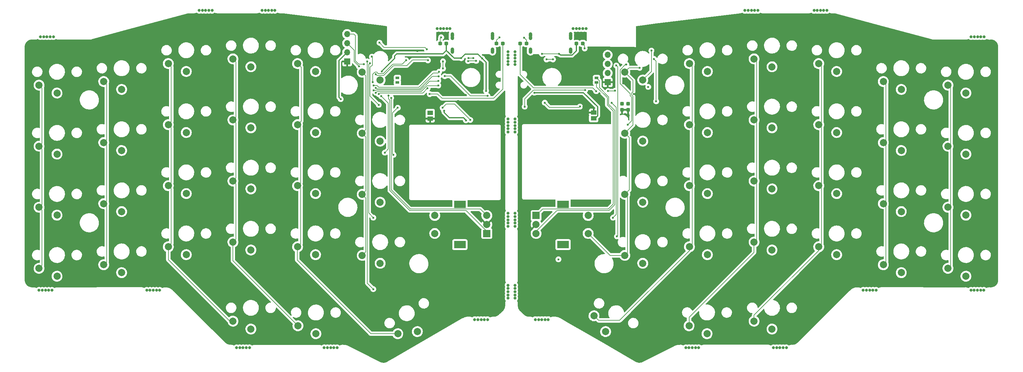
<source format=gtl>
G04 #@! TF.GenerationSoftware,KiCad,Pcbnew,(5.99.0-8557-g8988e46ab1)*
G04 #@! TF.CreationDate,2021-01-24T23:32:50-07:00*
G04 #@! TF.ProjectId,Panel,50616e65-6c2e-46b6-9963-61645f706362,rev?*
G04 #@! TF.SameCoordinates,PX85099e0PY51bada0*
G04 #@! TF.FileFunction,Copper,L1,Top*
G04 #@! TF.FilePolarity,Positive*
%FSLAX46Y46*%
G04 Gerber Fmt 4.6, Leading zero omitted, Abs format (unit mm)*
G04 Created by KiCad (PCBNEW (5.99.0-8557-g8988e46ab1)) date 2021-01-24 23:32:50*
%MOMM*%
%LPD*%
G01*
G04 APERTURE LIST*
G04 Aperture macros list*
%AMRoundRect*
0 Rectangle with rounded corners*
0 $1 Rounding radius*
0 $2 $3 $4 $5 $6 $7 $8 $9 X,Y pos of 4 corners*
0 Add a 4 corners polygon primitive as box body*
4,1,4,$2,$3,$4,$5,$6,$7,$8,$9,$2,$3,0*
0 Add four circle primitives for the rounded corners*
1,1,$1+$1,$2,$3*
1,1,$1+$1,$4,$5*
1,1,$1+$1,$6,$7*
1,1,$1+$1,$8,$9*
0 Add four rect primitives between the rounded corners*
20,1,$1+$1,$2,$3,$4,$5,0*
20,1,$1+$1,$4,$5,$6,$7,0*
20,1,$1+$1,$6,$7,$8,$9,0*
20,1,$1+$1,$8,$9,$2,$3,0*%
G04 Aperture macros list end*
G04 #@! TA.AperFunction,ComponentPad*
%ADD10C,2.000000*%
G04 #@! TD*
G04 #@! TA.AperFunction,WasherPad*
%ADD11C,0.800000*%
G04 #@! TD*
G04 #@! TA.AperFunction,ComponentPad*
%ADD12R,1.700000X1.700000*%
G04 #@! TD*
G04 #@! TA.AperFunction,ComponentPad*
%ADD13O,1.700000X1.700000*%
G04 #@! TD*
G04 #@! TA.AperFunction,SMDPad,CuDef*
%ADD14RoundRect,0.237500X0.287500X0.237500X-0.287500X0.237500X-0.287500X-0.237500X0.287500X-0.237500X0*%
G04 #@! TD*
G04 #@! TA.AperFunction,SMDPad,CuDef*
%ADD15RoundRect,0.237500X-0.287500X-0.237500X0.287500X-0.237500X0.287500X0.237500X-0.287500X0.237500X0*%
G04 #@! TD*
G04 #@! TA.AperFunction,ComponentPad*
%ADD16R,2.000000X2.000000*%
G04 #@! TD*
G04 #@! TA.AperFunction,ComponentPad*
%ADD17R,3.200000X2.000000*%
G04 #@! TD*
G04 #@! TA.AperFunction,SMDPad,CuDef*
%ADD18RoundRect,0.237500X0.237500X-0.300000X0.237500X0.300000X-0.237500X0.300000X-0.237500X-0.300000X0*%
G04 #@! TD*
G04 #@! TA.AperFunction,ComponentPad*
%ADD19C,1.000000*%
G04 #@! TD*
G04 #@! TA.AperFunction,ComponentPad*
%ADD20R,1.000000X0.650000*%
G04 #@! TD*
G04 #@! TA.AperFunction,ComponentPad*
%ADD21R,1.550000X1.200000*%
G04 #@! TD*
G04 #@! TA.AperFunction,ViaPad*
%ADD22C,0.600000*%
G04 #@! TD*
G04 #@! TA.AperFunction,Conductor*
%ADD23C,0.200000*%
G04 #@! TD*
G04 #@! TA.AperFunction,Conductor*
%ADD24C,0.300000*%
G04 #@! TD*
G04 APERTURE END LIST*
D10*
X-84732246Y-10452764D03*
X-79732246Y-12652764D03*
X-120732246Y-16752764D03*
X-115732246Y-18952764D03*
D11*
X-75732242Y37047236D03*
X-74832242Y37047236D03*
X-73932242Y37047236D03*
X-73032242Y37047236D03*
X-76632242Y37047236D03*
D12*
X-52932246Y22847236D03*
D13*
X-52932246Y25387236D03*
X-52932246Y27927236D03*
X-52932246Y30467236D03*
D11*
X-8117770Y-39452764D03*
X-6217770Y-40352764D03*
X-6217770Y-43052764D03*
X-6217770Y-39452764D03*
X-6217770Y-41252764D03*
X-8117770Y-40352764D03*
X-8117770Y-43052764D03*
X-8117770Y-41252764D03*
X-8117770Y-42152764D03*
X-6217770Y-42152764D03*
D10*
X-66632246Y-50752764D03*
X-61632246Y-52952764D03*
D14*
X-3003294Y27822236D03*
X-4753294Y27822236D03*
D10*
X-48732246Y-14152764D03*
X-43732246Y-16352764D03*
D11*
X78892678Y37028565D03*
X77992678Y37028565D03*
X79792678Y37028565D03*
X80692678Y37028565D03*
X77092678Y37028565D03*
D10*
X42296706Y-50752764D03*
X47296706Y-52952764D03*
X-102732246Y-28752764D03*
X-97732246Y-30952764D03*
X42396706Y22247236D03*
X47396706Y20047236D03*
X114396706Y-17752764D03*
X119396706Y-19952764D03*
D15*
X-27032246Y27847236D03*
X-25282246Y27847236D03*
D10*
X-102732246Y-11752764D03*
X-97732246Y-13952764D03*
X-120732246Y17247236D03*
X-115732246Y15047236D03*
X24396706Y2847236D03*
X29396706Y647236D03*
X-138732246Y-752764D03*
X-133732246Y-2952764D03*
X78396706Y-11752764D03*
X83396706Y-13952764D03*
D11*
X-107835048Y-40852764D03*
X-106035048Y-40852764D03*
X-108735048Y-40852764D03*
X-105135048Y-40852764D03*
X-106935048Y-40852764D03*
D10*
X-66732246Y22247236D03*
X-61732246Y20047236D03*
X-84732246Y-49452764D03*
X-79732246Y-51652764D03*
D11*
X12707230Y31947236D03*
X10907230Y31947236D03*
X11807230Y31947236D03*
X10007230Y31947236D03*
X13607230Y31947236D03*
D10*
X-138732246Y16247236D03*
X-133732246Y14047236D03*
D11*
X-15621030Y-49030005D03*
X-17421030Y-49030005D03*
X-14721030Y-49030005D03*
X-13821030Y-49030005D03*
X-16521030Y-49030005D03*
D10*
X24396706Y-14152764D03*
X29396706Y-16352764D03*
X-38812373Y-52957058D03*
X-33382246Y-52362314D03*
D11*
X-93232242Y37047236D03*
X-94132242Y37047236D03*
X-92332242Y37047236D03*
X-90532242Y37047236D03*
X-91432242Y37047236D03*
D10*
X24396706Y19847236D03*
X29396706Y17647236D03*
X-66732246Y-28752764D03*
X-61732246Y-30952764D03*
X60396706Y-27452764D03*
X65396706Y-29652764D03*
X78396706Y-28752764D03*
X83396706Y-30952764D03*
X-48732246Y2847236D03*
X-43732246Y647236D03*
X-48732246Y-31152764D03*
X-43732246Y-33352764D03*
D11*
X59658864Y37028565D03*
X58758864Y37028565D03*
X61458864Y37028565D03*
X57858864Y37028565D03*
X60558864Y37028565D03*
D16*
X-14032246Y-25052764D03*
D10*
X-14032246Y-20052764D03*
X-14032246Y-22552764D03*
D17*
X-21532246Y-28152764D03*
X-21532246Y-16952764D03*
D10*
X-28532246Y-20052764D03*
X-28532246Y-25052764D03*
X42396706Y-28752764D03*
X47396706Y-30952764D03*
D14*
X12696706Y27847236D03*
X10946706Y27847236D03*
D10*
X-84732246Y-27452764D03*
X-79732246Y-29652764D03*
X96396706Y247236D03*
X101396706Y-1952764D03*
X-102732246Y22247236D03*
X-97732246Y20047236D03*
X60396706Y6547236D03*
X65396706Y4347236D03*
D11*
X124457703Y29713221D03*
X122657703Y29713221D03*
X121757703Y29713221D03*
X123557703Y29713221D03*
X120857703Y29713221D03*
D10*
X42396706Y-11752764D03*
X47396706Y-13952764D03*
X96396706Y-16752764D03*
X101396706Y-18952764D03*
D11*
X-6217770Y3197236D03*
X-8117770Y4097236D03*
X-6217770Y6797236D03*
X-8117770Y3197236D03*
X-8117770Y5897236D03*
X-6217770Y4097236D03*
X-8117770Y6797236D03*
X-8117770Y4997236D03*
X-6217770Y5897236D03*
X-6217770Y4997236D03*
D10*
X24396706Y-31152764D03*
X29396706Y-33352764D03*
D18*
X23659206Y9334736D03*
X23659206Y11059736D03*
X25296706Y9334736D03*
X25296706Y11059736D03*
D11*
X-8117770Y23747236D03*
X-6217770Y22847236D03*
X-8117770Y22847236D03*
X-8117770Y21947236D03*
X-6217770Y25547236D03*
X-6217770Y23747236D03*
X-8117770Y25547236D03*
X-6217770Y24647236D03*
X-8117770Y24647236D03*
X-6217770Y21947236D03*
D10*
X-138732246Y-17752764D03*
X-133732246Y-19952764D03*
X114396706Y-752764D03*
X119396706Y-2952764D03*
X-66732246Y-11752764D03*
X-61732246Y-13952764D03*
D11*
X-8117770Y-22152764D03*
X-8117770Y-21252764D03*
X-6217770Y-20352764D03*
X-6217770Y-22152764D03*
X-8117770Y-23052764D03*
X-6217770Y-19452764D03*
X-8117770Y-19452764D03*
X-8117770Y-20352764D03*
X-6217770Y-21252764D03*
X-6217770Y-23052764D03*
X-27867770Y31947236D03*
X-26967770Y31947236D03*
X-25167770Y31947236D03*
X-24267770Y31947236D03*
X-26067770Y31947236D03*
X-138735048Y-40852764D03*
X-136035048Y-40852764D03*
X-136935048Y-40852764D03*
X-137835048Y-40852764D03*
X-135135048Y-40852764D03*
X-134743243Y29713221D03*
X-135643243Y29713221D03*
X-136543243Y29713221D03*
X-138343243Y29713221D03*
X-137443243Y29713221D03*
D10*
X60396706Y-10452764D03*
X65396706Y-12652764D03*
X42396706Y5247236D03*
X47396706Y3047236D03*
D15*
X-11332246Y27822236D03*
X-9582246Y27822236D03*
D10*
X78396706Y22247236D03*
X83396706Y20047236D03*
D11*
X-82835048Y-56852763D03*
X-81935048Y-56852763D03*
X-83735048Y-56852763D03*
X-81035048Y-56852763D03*
X-80135048Y-56852763D03*
D10*
X96396706Y-33752764D03*
X101396706Y-35952764D03*
D11*
X-58424221Y-56852763D03*
X-56624221Y-56852763D03*
X-55724221Y-56852763D03*
X-57524221Y-56852763D03*
X-59324221Y-56852763D03*
D10*
X-66732246Y5247236D03*
X-61732246Y3047236D03*
X114396706Y-34752764D03*
X119396706Y-36952764D03*
X-120732246Y247236D03*
X-115732246Y-1952764D03*
X96396706Y17247236D03*
X101396706Y15047236D03*
X-48732246Y19847236D03*
X-43732246Y17647236D03*
X-138732246Y-34752764D03*
X-133732246Y-36952764D03*
X60396706Y23547236D03*
X65396706Y21347236D03*
X114396706Y16247236D03*
X119396706Y14047236D03*
X-102732246Y5247236D03*
X-97732246Y3047236D03*
X78396706Y5247236D03*
X83396706Y3047236D03*
X-84732246Y6547236D03*
X-79732246Y4347236D03*
D16*
X-303294Y-20052764D03*
D10*
X-303294Y-25052764D03*
X-303294Y-22552764D03*
D17*
X7196706Y-28152764D03*
X7196706Y-16952764D03*
D10*
X14196706Y-25052764D03*
X14196706Y-20052764D03*
X-84732246Y23547236D03*
X-79732246Y21347236D03*
X-120732246Y-33752764D03*
X-115732246Y-35952764D03*
X15816579Y-47957058D03*
X19046706Y-52362314D03*
X60396706Y-49452764D03*
X65396706Y-51652764D03*
D11*
X1285490Y-49021387D03*
X3085490Y-49021387D03*
X385490Y-49021387D03*
X-514510Y-49021387D03*
X2185490Y-49021387D03*
X93499508Y-40844146D03*
X91699508Y-40844146D03*
X94399508Y-40844146D03*
X90799508Y-40844146D03*
X92599508Y-40844146D03*
D19*
X-12457246Y26253236D03*
X-23607846Y25990536D03*
X-23607546Y29902136D03*
X-23607846Y26253236D03*
X-12456946Y29571936D03*
X-12457246Y25990536D03*
X-12457246Y25491236D03*
X-23607546Y29559236D03*
X-12456946Y30219636D03*
X-23607246Y30486336D03*
X-12456946Y29279836D03*
X-23607546Y25736536D03*
X-12456946Y29914836D03*
X-12456946Y25736536D03*
X-23607546Y30206936D03*
X-23607846Y25491236D03*
X-23607546Y29267136D03*
X-12456646Y30499036D03*
D20*
X-38934201Y16979236D03*
X-38934201Y18249236D03*
D11*
X68499508Y-56844145D03*
X67599508Y-56844145D03*
X69399508Y-56844145D03*
X66699508Y-56844145D03*
X65799508Y-56844145D03*
X124399508Y-40844146D03*
X121699508Y-40844146D03*
X122599508Y-40844146D03*
X123499508Y-40844146D03*
X120799508Y-40844146D03*
D20*
X16516661Y16979236D03*
X16516661Y18249236D03*
D21*
X15721706Y8597236D03*
X15721706Y6997236D03*
D12*
X19621706Y17047236D03*
D13*
X19621706Y19587236D03*
X19621706Y22127236D03*
X19621706Y24667236D03*
D21*
X-29782246Y6947236D03*
X-29782246Y8547236D03*
D11*
X44088681Y-56844145D03*
X42288681Y-56844145D03*
X41388681Y-56844145D03*
X43188681Y-56844145D03*
X44988681Y-56844145D03*
D19*
X-1878594Y29902136D03*
X-1878894Y26253236D03*
X9272006Y30219636D03*
X9272006Y25736536D03*
X9272006Y29914836D03*
X-1878894Y25491236D03*
X9271706Y25990536D03*
X-1878594Y29267136D03*
X9272006Y29279836D03*
X-1878594Y25736536D03*
X9272006Y29571936D03*
X-1878294Y30486336D03*
X9271706Y26253236D03*
X-1878594Y29559236D03*
X-1878594Y30206936D03*
X-1878894Y25990536D03*
X9272306Y30499036D03*
X9271706Y25491236D03*
D22*
X-45632246Y-40552764D03*
X22021716Y21688237D03*
X22221706Y-25852764D03*
X-47332246Y22847236D03*
X-43932246Y28047236D03*
X-30732246Y26247236D03*
X-44132246Y10747236D03*
X-46032246Y24147236D03*
X32521706Y23547236D03*
X33121706Y11747236D03*
X-38832246Y9947236D03*
X-40032246Y-3152764D03*
X20720978Y11321508D03*
X21121706Y-20652764D03*
X-46532246Y22347236D03*
X-45632246Y-20652764D03*
X5921706Y-32252764D03*
X5146706Y11197236D03*
X9921706Y17747236D03*
X126921706Y-31252764D03*
X72921706Y-7252764D03*
X-33332246Y17147236D03*
X-20732246Y-40052764D03*
X-853294Y12697236D03*
X23921706Y-25252764D03*
X122921706Y19747236D03*
X-125732246Y-31052764D03*
X23921706Y-21252764D03*
X-71732246Y9947236D03*
X-125732246Y2947236D03*
X-53732246Y-25052764D03*
X37921706Y27747236D03*
X17696706Y-16702764D03*
X12921706Y-44252764D03*
X-53732246Y-8052764D03*
X11921706Y29747236D03*
X-71732246Y-7052764D03*
X73921706Y13747236D03*
X-4078294Y5747236D03*
X-126032246Y19747236D03*
X-53732246Y-47052764D03*
X72921706Y-45252764D03*
X90921706Y-8252764D03*
X-28732246Y-44052764D03*
X11146706Y22447236D03*
X-107732246Y3947236D03*
X2396706Y21697236D03*
X-107732246Y-30052764D03*
X-33332246Y19747236D03*
X87921706Y27747236D03*
X-1203294Y21397236D03*
X-13332246Y21947236D03*
X-125732246Y-14052764D03*
X-19932246Y11547236D03*
X-71732246Y-24052764D03*
X73921706Y9747236D03*
X-22032246Y11784736D03*
X108921706Y3747236D03*
X54921706Y-25252764D03*
X34921706Y16747236D03*
X17396706Y13947236D03*
X-47332246Y25747236D03*
X9921706Y12747236D03*
X-35732246Y-27052764D03*
X646706Y8447236D03*
X-25132246Y16147236D03*
X16896706Y23697236D03*
X-27132246Y6147236D03*
X2921706Y-19252764D03*
X-53732246Y8947236D03*
X-21732246Y19547236D03*
X-89732246Y25947236D03*
X-58732246Y25947236D03*
X32921706Y6747236D03*
X23896706Y25947236D03*
X23921706Y-8252764D03*
X126921706Y-14252764D03*
X-3078294Y-17252764D03*
X-78294Y-41252764D03*
X-35932246Y9347236D03*
X72921706Y-24252764D03*
X-15732246Y-34052764D03*
X50921706Y27747236D03*
X108921706Y-30252764D03*
X-33332246Y22147236D03*
X36921706Y-10252764D03*
X54921706Y8747236D03*
X23921706Y16747236D03*
X26921706Y13747236D03*
X103896706Y11197236D03*
X-26932246Y11747236D03*
X126921706Y2747236D03*
X13646706Y6197236D03*
X-19732246Y-23052764D03*
X73921706Y27747236D03*
X-24932246Y29547236D03*
X54921706Y-8252764D03*
X100396706Y11197236D03*
X-33332246Y25747236D03*
X91921706Y8747236D03*
X37921706Y-27252764D03*
X-24732246Y22547236D03*
X109921706Y-13252764D03*
X30921706Y-50252764D03*
X-89732246Y-8052764D03*
X-19932246Y13547236D03*
X-71732246Y-44052764D03*
X-89732246Y8947236D03*
X90921706Y-25252764D03*
X54921706Y-47252764D03*
X-37732246Y11347236D03*
X-57732246Y16947236D03*
X-27732246Y21347236D03*
X-11332246Y6347236D03*
X25496706Y7797236D03*
X4396706Y5947236D03*
X-107732246Y-13052764D03*
X-89732246Y-25052764D03*
X-14905246Y9947236D03*
X12896706Y10197236D03*
X-71732246Y26947236D03*
X6921706Y6747236D03*
X61921706Y27747236D03*
X109921706Y20747236D03*
X-107732246Y20947236D03*
X-37732246Y-8052764D03*
X-44132246Y13747236D03*
X-30532246Y15347236D03*
X-27532246Y16147236D03*
X-44932246Y14147236D03*
X-45532246Y14747236D03*
X-27532246Y17447236D03*
X-27432246Y18647236D03*
X-44932246Y15447236D03*
X-27332246Y19947236D03*
X-45532246Y16147236D03*
X28521706Y21047236D03*
X-30432246Y23147236D03*
X-44932246Y19247236D03*
X-54732246Y12347236D03*
X-19832246Y6447236D03*
X-778294Y14147236D03*
X-25932246Y9147236D03*
X-18632246Y6547236D03*
X2121706Y11347236D03*
X11921706Y10284736D03*
X-26332246Y9947236D03*
X-15332246Y23647236D03*
X-43232246Y20047236D03*
X1321706Y24947236D03*
X6121706Y24947236D03*
X-21132246Y23747236D03*
X-14232246Y14647236D03*
X13221706Y26447236D03*
X-26732246Y29547236D03*
X-10532246Y29547236D03*
X-3678294Y29447236D03*
X30921706Y15747236D03*
X-48232246Y22047236D03*
X-26232246Y22847236D03*
X-26232246Y20847236D03*
X-43432246Y13147236D03*
X-45832246Y17047236D03*
X24821706Y21947236D03*
X-42456274Y-2552753D03*
X-36532246Y23147236D03*
X25196706Y5197236D03*
X-41432246Y13347236D03*
X-40682246Y12697236D03*
X-25732246Y18747236D03*
X-3478294Y10247236D03*
X-13832246Y13247236D03*
X13346282Y14847226D03*
X23646706Y11020691D03*
X25296706Y11097236D03*
X-49632246Y21447236D03*
X-29932246Y13747236D03*
X19761723Y14577217D03*
X16421706Y14547236D03*
X21646684Y14677692D03*
X31821706Y25847236D03*
X-19232246Y22947236D03*
X-16982246Y22997236D03*
X2596706Y23397236D03*
X4396706Y23397236D03*
X-17782246Y23797236D03*
X-19132246Y23747236D03*
D23*
X-47332266Y-38852744D02*
X-45632246Y-40552764D01*
X22221706Y-25852764D02*
X22396737Y-25677733D01*
X-47332246Y20371293D02*
X-47332266Y20371273D01*
X22396737Y-25677733D02*
X22396737Y21313216D01*
X-47332246Y22847236D02*
X-47332246Y20371293D01*
X-47332266Y20371273D02*
X-47332266Y-38852744D01*
X22396737Y21313216D02*
X22021716Y21688237D01*
X-43932246Y28047236D02*
X-42632246Y26747236D01*
X-31232246Y26747236D02*
X-30732246Y26247236D01*
X-42632246Y26747236D02*
X-31232246Y26747236D01*
X33121706Y22947236D02*
X32521706Y23547236D01*
X33121706Y11747236D02*
X33121706Y22947236D01*
X-44132246Y10747236D02*
X-46532226Y13147216D01*
X-45932246Y24047236D02*
X-46032246Y24147236D01*
X-46532226Y13147216D02*
X-46532226Y21247256D01*
X-46532226Y21247256D02*
X-45932246Y21847236D01*
X-45932246Y21847236D02*
X-45932246Y24047236D01*
X-40282226Y8497256D02*
X-40282226Y-2902784D01*
X-40282226Y-2902784D02*
X-40032246Y-3152764D01*
X-38832246Y9947236D02*
X-40282226Y8497256D01*
X-46932246Y21947236D02*
X-46932246Y-19352764D01*
X21996727Y10045759D02*
X20720978Y11321508D01*
X-46532246Y22347236D02*
X-46932246Y21947236D01*
X21121706Y-20652764D02*
X21996727Y-19777743D01*
X21996727Y-19777743D02*
X21996727Y10045759D01*
X-46932246Y-19352764D02*
X-45632246Y-20652764D01*
X115146707Y-34002763D02*
X115146707Y-18502765D01*
X115146707Y-17002763D02*
X115146707Y-1502765D01*
X115146707Y-18502765D02*
X114396706Y-17752764D01*
X-43832246Y14047236D02*
X-31832246Y14047236D01*
X-44132246Y13747236D02*
X-43832246Y14047236D01*
X-31832246Y14047236D02*
X-30532246Y15347236D01*
X-137905246Y-33925764D02*
X-137905246Y-18579764D01*
X-137905246Y-16925764D02*
X-137905246Y-1579764D01*
X-138732246Y-34752764D02*
X-137905246Y-33925764D01*
X114396706Y-17752764D02*
X115146707Y-17002763D01*
X115146707Y-2763D02*
X115146707Y15497235D01*
X-137905246Y-1579764D02*
X-138732246Y-752764D01*
X-137905246Y74236D02*
X-137905246Y15420236D01*
X115146707Y-1502765D02*
X114396706Y-752764D01*
X-137905246Y-18579764D02*
X-138732246Y-17752764D01*
X-137905246Y15420236D02*
X-138732246Y16247236D01*
X-138732246Y-752764D02*
X-137905246Y74236D01*
X115146707Y15497235D02*
X114396706Y16247236D01*
X114396706Y-752764D02*
X115146707Y-2763D01*
X-138732246Y-17752764D02*
X-137905246Y-16925764D01*
X114396706Y-34752764D02*
X115146707Y-34002763D01*
X-27632246Y16047236D02*
X-30532246Y16047236D01*
X-119905246Y1074236D02*
X-120732246Y247236D01*
X-119905246Y-579764D02*
X-119905246Y-15925764D01*
X-27532246Y16147236D02*
X-27632246Y16047236D01*
X97146707Y-16002763D02*
X97146707Y-502765D01*
X97146707Y-502765D02*
X96396706Y247236D01*
X96396706Y-33752764D02*
X97146707Y-33002763D01*
X-119905246Y16420236D02*
X-119905246Y1074236D01*
X-119905246Y-17579764D02*
X-119905246Y-32925764D01*
X-30720263Y16047236D02*
X-30332246Y16047236D01*
X-119905246Y-15925764D02*
X-120732246Y-16752764D01*
X96396706Y-16752764D02*
X97146707Y-16002763D01*
X97146707Y997237D02*
X97146707Y16497235D01*
X97146707Y-17502765D02*
X96396706Y-16752764D01*
X-120732246Y247236D02*
X-119905246Y-579764D01*
X-120732246Y17247236D02*
X-119905246Y16420236D01*
X97146707Y-33002763D02*
X97146707Y-17502765D01*
X-32320263Y14447236D02*
X-30720263Y16047236D01*
X-120732246Y-16752764D02*
X-119905246Y-17579764D01*
X97146707Y16497235D02*
X96396706Y17247236D01*
X-30820252Y15947247D02*
X-31132257Y15635242D01*
X96396706Y247236D02*
X97146707Y997237D01*
X-119905246Y-32925764D02*
X-120732246Y-33752764D01*
X-44632246Y14447236D02*
X-32320263Y14447236D01*
X-44932246Y14147236D02*
X-44632246Y14447236D01*
X79146707Y-12502765D02*
X78396706Y-11752764D01*
X-101905246Y-12579764D02*
X-102732246Y-11752764D01*
X-43132246Y14847236D02*
X-32485977Y14847236D01*
X78396706Y-29792762D02*
X78396706Y-28752764D01*
X-101905246Y4420236D02*
X-102732246Y5247236D01*
X-32485977Y14847236D02*
X-29985977Y17347236D01*
X-44897960Y14747236D02*
X-44797960Y14847236D01*
X79146707Y4497235D02*
X78396706Y5247236D01*
X-101905246Y-27925764D02*
X-101905246Y-12579764D01*
X78396706Y5247236D02*
X79146707Y5997237D01*
X-85632246Y-49452764D02*
X-102732246Y-32352764D01*
X-29985977Y17347236D02*
X-27632246Y17347236D01*
X-27632246Y17347236D02*
X-27532246Y17447236D01*
X-101905246Y-10925764D02*
X-101905246Y4420236D01*
X-102732246Y-28752764D02*
X-101905246Y-27925764D01*
X-102732246Y-32352764D02*
X-102732246Y-28752764D01*
X78396706Y-28752764D02*
X79146707Y-28002763D01*
X79146707Y-28002763D02*
X79146707Y-12502765D01*
X60396706Y-49452764D02*
X60396706Y-47792762D01*
X-101905246Y21420236D02*
X-102732246Y22247236D01*
X-101905246Y6074236D02*
X-101905246Y21420236D01*
X-102732246Y5247236D02*
X-101905246Y6074236D01*
X79146707Y-11002763D02*
X79146707Y4497235D01*
X-44797960Y14847236D02*
X-43132246Y14847236D01*
X60396706Y-47792762D02*
X78396706Y-29792762D01*
X-84732246Y-49452764D02*
X-85632246Y-49452764D01*
X-102732246Y-11752764D02*
X-101905246Y-10925764D01*
X79146707Y5997237D02*
X79146707Y21497235D01*
X-45532246Y14747236D02*
X-44897960Y14747236D01*
X79146707Y21497235D02*
X78396706Y22247236D01*
X-43644229Y14847236D02*
X-43132246Y14847236D01*
X78396706Y-11752764D02*
X79146707Y-11002763D01*
X-84732246Y-10452764D02*
X-83905246Y-11279764D01*
X-27432246Y18647236D02*
X-29251691Y18647236D01*
X-42732226Y15247256D02*
X-43478535Y15247256D01*
X60396706Y6547236D02*
X61146707Y5797235D01*
X-66632246Y-50752764D02*
X-84732246Y-32652764D01*
X-29251691Y18647236D02*
X-32651671Y15247256D01*
X61146707Y-9702763D02*
X60396706Y-10452764D01*
X60396706Y23547236D02*
X61146707Y22797235D01*
X60396706Y-10452764D02*
X61146707Y-11202765D01*
X61146707Y5797235D02*
X61146707Y-9702763D01*
X60396706Y-30302766D02*
X42296706Y-48402766D01*
X-84732246Y23547236D02*
X-83905246Y22720236D01*
X-44732266Y15247256D02*
X-42732226Y15247256D01*
X-83905246Y22720236D02*
X-83905246Y7374236D01*
X-84732246Y6547236D02*
X-83905246Y5720236D01*
X42296706Y-48402766D02*
X42296706Y-50752764D01*
X-83905246Y7374236D02*
X-84732246Y6547236D01*
X61146707Y-11202765D02*
X61146707Y-26702763D01*
X60396706Y-27452764D02*
X60396706Y-30302766D01*
X-83905246Y-9625764D02*
X-84732246Y-10452764D01*
X-84732246Y-32152764D02*
X-84732246Y-27452764D01*
X-83905246Y5720236D02*
X-83905246Y-9625764D01*
X-83905246Y-26625764D02*
X-84732246Y-27452764D01*
X61146707Y7297237D02*
X60396706Y6547236D01*
X-44932246Y15447236D02*
X-44732266Y15247256D01*
X61146707Y-26702763D02*
X60396706Y-27452764D01*
X-32651671Y15247256D02*
X-42732226Y15247256D01*
X-84732246Y-32652764D02*
X-84732246Y-27452764D01*
X61146707Y22797235D02*
X61146707Y7297237D01*
X-83905246Y-11279764D02*
X-83905246Y-26625764D01*
X-65905246Y4420236D02*
X-66732246Y5247236D01*
X-66832246Y-32452764D02*
X-66832246Y-28852764D01*
X-38812373Y-52957058D02*
X-46327952Y-52957058D01*
X43146707Y4497235D02*
X42396706Y5247236D01*
X42396706Y-11752764D02*
X43146707Y-11002763D01*
X-65905246Y-27925764D02*
X-65905246Y-12579764D01*
X-28932246Y19647236D02*
X-32932206Y15647276D01*
X-66732246Y5247236D02*
X-65705246Y6274236D01*
X22956707Y-49252765D02*
X42396706Y-29812766D01*
X-66832246Y-28852764D02*
X-66732246Y-28752764D01*
X-32932206Y15647276D02*
X-44132286Y15647276D01*
X-65705246Y6274236D02*
X-65705246Y21220236D01*
X43146707Y-12502765D02*
X42396706Y-11752764D01*
X-27632246Y19647236D02*
X-28932246Y19647236D01*
X42396706Y-29812766D02*
X42396706Y-28752764D01*
X17112286Y-49252765D02*
X22956707Y-49252765D01*
X-44132286Y15647276D02*
X-44632246Y16147236D01*
X-44632246Y16147236D02*
X-45532246Y16147236D01*
X43146707Y-28002763D02*
X43146707Y-12502765D01*
X-46327952Y-52957058D02*
X-66832246Y-32452764D01*
X-27332246Y19947236D02*
X-27632246Y19647236D01*
X43146707Y-11002763D02*
X43146707Y4497235D01*
X-65905246Y-12579764D02*
X-66732246Y-11752764D01*
X43146707Y5997237D02*
X43146707Y21497235D01*
X-66732246Y-11752764D02*
X-65905246Y-10925764D01*
X15816579Y-47957058D02*
X17112286Y-49252765D01*
X-65705246Y21220236D02*
X-66732246Y22247236D01*
X-66732246Y-28752764D02*
X-65905246Y-27925764D01*
X43146707Y21497235D02*
X42396706Y22247236D01*
X-65905246Y-10925764D02*
X-65905246Y4420236D01*
X42396706Y-28752764D02*
X43146707Y-28002763D01*
X42396706Y5247236D02*
X43146707Y5997237D01*
X-40066532Y21647236D02*
X-42766532Y18947236D01*
X-47732286Y3847196D02*
X-48732246Y2847236D01*
X-47732286Y-30152804D02*
X-48732246Y-31152764D01*
X25596706Y21047236D02*
X24396706Y19847236D01*
X24396706Y2847236D02*
X25621707Y1622235D01*
X20296706Y-31152764D02*
X24396706Y-31152764D01*
X-44632246Y18947236D02*
X-44932246Y19247236D01*
X26696706Y17547236D02*
X26696706Y14347247D01*
X26696706Y13147225D02*
X26696706Y5147236D01*
X26633700Y13147225D02*
X26696706Y13147225D01*
X-48732246Y2847236D02*
X-47732286Y1847276D01*
X24396706Y-14152764D02*
X25146707Y-14902765D01*
X26696706Y5147236D02*
X24396706Y2847236D01*
X-47732286Y18847276D02*
X-47732286Y3847196D01*
X24396706Y19847236D02*
X26696706Y17547236D01*
X28521706Y21047236D02*
X25596706Y21047236D01*
X-48732246Y-14152764D02*
X-47732286Y-15152724D01*
X-47732286Y-15152724D02*
X-47732286Y-30152804D01*
X-30562257Y23277247D02*
X-34702235Y23277247D01*
X-42766532Y18947236D02*
X-44632246Y18947236D01*
X-36332246Y21647236D02*
X-40066532Y21647236D01*
X26696706Y14347247D02*
X26633700Y14347247D01*
X25621707Y1622235D02*
X25621707Y-12927763D01*
X-47732286Y-13152804D02*
X-48732246Y-14152764D01*
X-47732286Y1847276D02*
X-47732286Y-13152804D01*
X25621707Y-12927763D02*
X24396706Y-14152764D01*
X26633700Y14347247D02*
X26321695Y14035242D01*
X-34702235Y23277247D02*
X-36332246Y21647236D01*
X26321695Y13459230D02*
X26633700Y13147225D01*
X25146707Y-14902765D02*
X25146707Y-30402763D01*
X-30432246Y23147236D02*
X-30562257Y23277247D01*
X25146707Y-30402763D02*
X24396706Y-31152764D01*
X14196706Y-25052764D02*
X20296706Y-31152764D01*
X-48732246Y19847236D02*
X-47732286Y18847276D01*
X26321695Y14035242D02*
X26321695Y13459230D01*
D24*
X-55232246Y12847236D02*
X-55232246Y23087236D01*
X-54732246Y12347236D02*
X-55232246Y12847236D01*
X-55232246Y23087236D02*
X-52932246Y25387236D01*
X16126726Y6997236D02*
X16846717Y7717227D01*
X16846717Y10197225D02*
X12896706Y14147236D01*
X16846717Y7717227D02*
X16846717Y10197225D01*
X15721706Y6997236D02*
X16126726Y6997236D01*
X-20532246Y7147236D02*
X-19832246Y6447236D01*
X-25932246Y9147236D02*
X-25932246Y8647236D01*
X-25932246Y8647236D02*
X-24432246Y7147236D01*
X12896706Y14147236D02*
X-778294Y14147236D01*
X-24432246Y7147236D02*
X-20532246Y7147236D01*
D23*
X11684206Y10047236D02*
X3421706Y10047236D01*
X-23032246Y10947236D02*
X-18632246Y6547236D01*
X-25332246Y10947236D02*
X-23032246Y10947236D01*
X11921706Y10284736D02*
X11684206Y10047236D01*
X-26332246Y9947236D02*
X-25332246Y10947236D01*
X3421706Y10047236D02*
X2121706Y11347236D01*
D24*
X6477707Y24591235D02*
X6121706Y24947236D01*
X10946706Y25834234D02*
X9703707Y24591235D01*
X-21132246Y23747236D02*
X-20032246Y24847236D01*
X-39105246Y24947236D02*
X-26242629Y24947236D01*
X-39105246Y24947236D02*
X-39705246Y24347236D01*
X-43232246Y20047236D02*
X-43232246Y20147236D01*
X10946706Y27847236D02*
X10946706Y25834234D01*
X-16532246Y24847236D02*
X-15332246Y23647236D01*
X-14232246Y22547236D02*
X-15332246Y23647236D01*
X9703707Y24591235D02*
X6477707Y24591235D01*
X-25282246Y27847236D02*
X-25282246Y25907619D01*
X-39705246Y24347236D02*
X-39705246Y23674236D01*
D23*
X6121706Y24947236D02*
X1321706Y24947236D01*
D24*
X-20032246Y24847236D02*
X-16532246Y24847236D01*
X-43232246Y20147236D02*
X-39705246Y23674236D01*
X-14232246Y14647236D02*
X-14232246Y22547236D01*
X-21132246Y23747236D02*
X-23121863Y23747236D01*
X-26242629Y24947236D02*
X-25282246Y25907619D01*
X-23121863Y23747236D02*
X-25282246Y25907619D01*
D23*
X12696706Y27672236D02*
X13221706Y27147236D01*
X-27032246Y29247236D02*
X-26732246Y29547236D01*
X13221706Y27147236D02*
X13221706Y26447236D01*
X-27032246Y27847236D02*
X-27032246Y29247236D01*
X-11332246Y27822236D02*
X-11332246Y28747236D01*
X-11332246Y28747236D02*
X-10532246Y29547236D01*
X-3003294Y27822236D02*
X-3003294Y28772236D01*
X-3003294Y28772236D02*
X-3678294Y29447236D01*
X-51052246Y30467236D02*
X-52932246Y30467236D01*
X-49666532Y22047236D02*
X-50605246Y22985950D01*
X-50605246Y22985950D02*
X-50605246Y30020236D01*
X-50605246Y30020236D02*
X-51052246Y30467236D01*
X-48232246Y22047236D02*
X-49666532Y22047236D01*
X-26232246Y20847236D02*
X-26232246Y22847236D01*
X-36532246Y23147236D02*
X-37632226Y22047256D01*
X-45832246Y19235253D02*
X-45832246Y17047236D01*
X-41482286Y-1578765D02*
X-41482286Y11197276D01*
X-42832245Y19447236D02*
X-44332235Y19447236D01*
X-44332235Y19535242D02*
X-44644240Y19847247D01*
X24572704Y21947236D02*
X24821706Y21947236D01*
X-44332235Y19447236D02*
X-44332235Y19535242D01*
X-42456274Y-2552753D02*
X-41482286Y-1578765D01*
X23096695Y20471242D02*
X24572689Y21947236D01*
X25921675Y13293537D02*
X25921675Y13859250D01*
X25921675Y13859250D02*
X23096695Y16684230D01*
X25196706Y5197236D02*
X26296686Y6297216D01*
X-40232225Y22047256D02*
X-42832245Y19447236D01*
X23096695Y16684230D02*
X23096695Y20471242D01*
X26296686Y6297216D02*
X26296686Y12918525D01*
X-44644240Y19847247D02*
X-45220252Y19847247D01*
X-37632226Y22047256D02*
X-40232225Y22047256D01*
X24572689Y21947236D02*
X24821706Y21947236D01*
X-45220252Y19847247D02*
X-45832246Y19235253D01*
X26296686Y12918525D02*
X25921675Y13293537D01*
X-41482286Y11197276D02*
X-43432246Y13147236D01*
X-35497940Y-18652784D02*
X-30856266Y-18652784D01*
X19521685Y12747257D02*
X19521685Y11122215D01*
X19521685Y10686805D02*
X21196706Y9011784D01*
X-19832215Y-18652795D02*
X-14032246Y-24452764D01*
X1496706Y-18252764D02*
X-303294Y-20052764D01*
X-41082266Y12097256D02*
X-41082266Y-13068457D01*
X-41432246Y12447236D02*
X-41082266Y12097256D01*
X-41082266Y-13068457D02*
X-40932246Y-13218478D01*
X-40932246Y-13218478D02*
X-35497940Y-18652784D01*
X16516661Y15752281D02*
X19521685Y12747257D01*
X21196706Y9011784D02*
X21196706Y-16877764D01*
X-41432246Y13347236D02*
X-41432246Y12447236D01*
X19821706Y-18252764D02*
X1496706Y-18252764D01*
X-23537979Y-18652764D02*
X-23537948Y-18652795D01*
X19521685Y12747257D02*
X19521685Y10686805D01*
X-14032246Y-24452764D02*
X-14032246Y-25052764D01*
X16516661Y16979236D02*
X16516661Y15752281D01*
X-30856266Y-18652784D02*
X-30856246Y-18652764D01*
X-23537948Y-18652795D02*
X-19832215Y-18652795D01*
X-30856246Y-18652764D02*
X-23537979Y-18652764D01*
X21196706Y-16877764D02*
X19821706Y-18252764D01*
X21362399Y9411804D02*
X21362386Y9411804D01*
X-40682246Y12697236D02*
X-40682246Y-12902764D01*
X17316671Y17449226D02*
X16516661Y18249236D01*
X19656003Y-18652775D02*
X19656012Y-18652784D01*
X-15832246Y-18252764D02*
X-14032246Y-20052764D01*
X19921695Y12947247D02*
X17316671Y15552271D01*
X-31021959Y-18252764D02*
X-31021939Y-18252744D01*
X21362386Y9411804D02*
X19921695Y10852495D01*
X19921695Y12947247D02*
X19834206Y13034736D01*
X-31021939Y-18252744D02*
X-23372286Y-18252744D01*
X-303294Y-24476766D02*
X5520697Y-18652775D01*
X19656012Y-18652784D02*
X19987400Y-18652784D01*
X17316671Y15552271D02*
X17316671Y17449226D01*
X-35332246Y-18252764D02*
X-31021959Y-18252764D01*
X-19692237Y-18252775D02*
X-19632235Y-18192773D01*
X-40682246Y-12902764D02*
X-35332246Y-18252764D01*
X-19632235Y-18192773D02*
X-19632235Y-18252764D01*
X21596726Y9177477D02*
X21362399Y9411804D01*
X-19632235Y-18252764D02*
X-15832246Y-18252764D01*
X-23372286Y-18252744D02*
X-23372255Y-18252775D01*
X19987400Y-18652784D02*
X21596726Y-17043458D01*
X21596726Y-17043458D02*
X21596726Y9177477D01*
X5520697Y-18652775D02*
X19656003Y-18652775D01*
X-23372255Y-18252775D02*
X-19692237Y-18252775D01*
X19921695Y10852495D02*
X19921695Y12947247D01*
X-24132246Y18747236D02*
X-25732246Y18747236D01*
X-3478294Y10247236D02*
X-3478294Y12409238D01*
X-1040306Y14847226D02*
X13346282Y14847226D01*
X-13832246Y13247236D02*
X-18632246Y13247236D01*
X-18632246Y13247236D02*
X-24132246Y18747236D01*
X-3478294Y12409238D02*
X-1040306Y14847226D01*
X-3478294Y10247236D02*
X-3478294Y10147236D01*
X-49632246Y21447236D02*
X-51005246Y22820236D01*
X-51005246Y26000236D02*
X-52932246Y27927236D01*
X-51005246Y22820236D02*
X-51005246Y26000236D01*
X-1038296Y15447236D02*
X-4753294Y19162234D01*
X21546209Y14577217D02*
X21646684Y14677692D01*
X-9582246Y15097236D02*
X-12132246Y12547236D01*
X-12132246Y12547236D02*
X-26532246Y12547236D01*
X-26532246Y12547236D02*
X-27732246Y13747236D01*
X-4753294Y19162234D02*
X-4753294Y27822236D01*
X-9582246Y27822236D02*
X-9582246Y15097236D01*
X19761723Y14577217D02*
X21546209Y14577217D01*
X-1038296Y15447236D02*
X15521706Y15447236D01*
X15521706Y15447236D02*
X16421706Y14547236D01*
X-27732246Y13747236D02*
X-29932246Y13747236D01*
X29396706Y17647236D02*
X31821706Y20072236D01*
X31821706Y20072236D02*
X31821706Y25847236D01*
X-19232246Y22947236D02*
X-19182246Y22997236D01*
X-19182246Y22997236D02*
X-16982246Y22997236D01*
X-17782246Y23797236D02*
X-19082246Y23797236D01*
X4396706Y23397236D02*
X2596706Y23397236D01*
X-19082246Y23797236D02*
X-19132246Y23747236D01*
G04 #@! TA.AperFunction,Conductor*
G36*
X57202013Y36392838D02*
G01*
X57229315Y36370023D01*
X57243193Y36354609D01*
X57243202Y36354601D01*
X57247613Y36349702D01*
X57252952Y36345823D01*
X57396174Y36241767D01*
X57402114Y36237451D01*
X57408142Y36234767D01*
X57408144Y36234766D01*
X57570546Y36162460D01*
X57576577Y36159775D01*
X57669083Y36140112D01*
X57756920Y36121441D01*
X57756925Y36121441D01*
X57763377Y36120069D01*
X57954351Y36120069D01*
X57960803Y36121441D01*
X57960808Y36121441D01*
X58048645Y36140112D01*
X58141151Y36159775D01*
X58147182Y36162460D01*
X58257615Y36211628D01*
X58327982Y36221062D01*
X58360113Y36211628D01*
X58470546Y36162460D01*
X58476577Y36159775D01*
X58569083Y36140112D01*
X58656920Y36121441D01*
X58656925Y36121441D01*
X58663377Y36120069D01*
X58854351Y36120069D01*
X58860803Y36121441D01*
X58860808Y36121441D01*
X58948645Y36140112D01*
X59041151Y36159775D01*
X59047182Y36162460D01*
X59157615Y36211628D01*
X59227982Y36221062D01*
X59260113Y36211628D01*
X59370546Y36162460D01*
X59376577Y36159775D01*
X59469083Y36140112D01*
X59556920Y36121441D01*
X59556925Y36121441D01*
X59563377Y36120069D01*
X59754351Y36120069D01*
X59760803Y36121441D01*
X59760808Y36121441D01*
X59848645Y36140112D01*
X59941151Y36159775D01*
X59947182Y36162460D01*
X60057615Y36211628D01*
X60127982Y36221062D01*
X60160113Y36211628D01*
X60270546Y36162460D01*
X60276577Y36159775D01*
X60369083Y36140112D01*
X60456920Y36121441D01*
X60456925Y36121441D01*
X60463377Y36120069D01*
X60654351Y36120069D01*
X60660803Y36121441D01*
X60660808Y36121441D01*
X60748645Y36140112D01*
X60841151Y36159775D01*
X60847182Y36162460D01*
X60957615Y36211628D01*
X61027982Y36221062D01*
X61060113Y36211628D01*
X61170546Y36162460D01*
X61176577Y36159775D01*
X61269083Y36140112D01*
X61356920Y36121441D01*
X61356925Y36121441D01*
X61363377Y36120069D01*
X61554351Y36120069D01*
X61560803Y36121441D01*
X61560808Y36121441D01*
X61648645Y36140112D01*
X61741151Y36159775D01*
X61747182Y36162460D01*
X61909584Y36234766D01*
X61909586Y36234767D01*
X61915614Y36237451D01*
X61921519Y36241741D01*
X62064771Y36345819D01*
X62064773Y36345821D01*
X62070115Y36349702D01*
X62074534Y36354610D01*
X62077495Y36357276D01*
X62141503Y36387993D01*
X62211957Y36379228D01*
X62224797Y36372762D01*
X62239190Y36364452D01*
X62243340Y36362788D01*
X62245460Y36361757D01*
X62249188Y36359826D01*
X62249858Y36359522D01*
X62254111Y36357179D01*
X62258680Y36355516D01*
X62287068Y36345183D01*
X62290867Y36343730D01*
X62334434Y36326260D01*
X62334436Y36326259D01*
X62342772Y36322917D01*
X62348835Y36322328D01*
X62354959Y36320473D01*
X62429688Y36293274D01*
X62432460Y36292069D01*
X62435446Y36289966D01*
X62443945Y36287064D01*
X62443948Y36287063D01*
X62487960Y36272038D01*
X62490296Y36271215D01*
X62527964Y36257504D01*
X62532343Y36256585D01*
X62534604Y36255940D01*
X62538589Y36254692D01*
X62539318Y36254504D01*
X62543921Y36252933D01*
X62548709Y36252089D01*
X62548712Y36252088D01*
X62578425Y36246849D01*
X62582419Y36246078D01*
X62628403Y36236429D01*
X62628408Y36236429D01*
X62637185Y36234587D01*
X62643256Y36235059D01*
X62649614Y36234296D01*
X62828091Y36202825D01*
X62828101Y36202824D01*
X62830923Y36202326D01*
X62832382Y36202279D01*
X62836793Y36201498D01*
X62841657Y36201397D01*
X62891404Y36200364D01*
X62892855Y36200325D01*
X62937384Y36198887D01*
X62942463Y36198723D01*
X62944299Y36199196D01*
X62945376Y36199244D01*
X63019044Y36197715D01*
X63023488Y36198258D01*
X63023497Y36198258D01*
X63058295Y36202507D01*
X63073392Y36203436D01*
X63468750Y36203979D01*
X73326143Y36217519D01*
X75465086Y36220457D01*
X75482054Y36219333D01*
X75510324Y36215531D01*
X75515142Y36214883D01*
X75697393Y36218666D01*
X75698835Y36218903D01*
X75703312Y36218993D01*
X75708100Y36219837D01*
X75708108Y36219838D01*
X75757072Y36228472D01*
X75758504Y36228716D01*
X75802499Y36235951D01*
X75802504Y36235952D01*
X75807513Y36236776D01*
X75809221Y36237596D01*
X75810268Y36237852D01*
X75887324Y36251439D01*
X75890324Y36251781D01*
X75893960Y36251453D01*
X75902761Y36253188D01*
X75902768Y36253188D01*
X75948376Y36262178D01*
X75950842Y36262639D01*
X75990314Y36269599D01*
X75994564Y36270992D01*
X75996844Y36271564D01*
X76000915Y36272475D01*
X76001641Y36272677D01*
X76006419Y36273619D01*
X76039336Y36285600D01*
X76043181Y36286930D01*
X76062533Y36293274D01*
X76096360Y36304363D01*
X76101385Y36307810D01*
X76107265Y36310325D01*
X76181999Y36337526D01*
X76184891Y36338382D01*
X76188532Y36338691D01*
X76205313Y36345183D01*
X76223670Y36352285D01*
X76240275Y36358709D01*
X76242638Y36359596D01*
X76276058Y36371760D01*
X76276061Y36371761D01*
X76280272Y36373294D01*
X76284225Y36375409D01*
X76286354Y36376360D01*
X76290230Y36377975D01*
X76290890Y36378291D01*
X76295434Y36380049D01*
X76299644Y36382480D01*
X76299653Y36382484D01*
X76311466Y36389305D01*
X76380461Y36406044D01*
X76447554Y36382825D01*
X76468102Y36364500D01*
X76477010Y36354607D01*
X76481427Y36349702D01*
X76486766Y36345823D01*
X76629988Y36241767D01*
X76635928Y36237451D01*
X76641956Y36234767D01*
X76641958Y36234766D01*
X76804360Y36162460D01*
X76810391Y36159775D01*
X76902897Y36140112D01*
X76990734Y36121441D01*
X76990739Y36121441D01*
X76997191Y36120069D01*
X77188165Y36120069D01*
X77194617Y36121441D01*
X77194622Y36121441D01*
X77282459Y36140112D01*
X77374965Y36159775D01*
X77380996Y36162460D01*
X77491429Y36211628D01*
X77561796Y36221062D01*
X77593927Y36211628D01*
X77704360Y36162460D01*
X77710391Y36159775D01*
X77802897Y36140112D01*
X77890734Y36121441D01*
X77890739Y36121441D01*
X77897191Y36120069D01*
X78088165Y36120069D01*
X78094617Y36121441D01*
X78094622Y36121441D01*
X78182459Y36140112D01*
X78274965Y36159775D01*
X78280996Y36162460D01*
X78391429Y36211628D01*
X78461796Y36221062D01*
X78493927Y36211628D01*
X78604360Y36162460D01*
X78610391Y36159775D01*
X78702897Y36140112D01*
X78790734Y36121441D01*
X78790739Y36121441D01*
X78797191Y36120069D01*
X78988165Y36120069D01*
X78994617Y36121441D01*
X78994622Y36121441D01*
X79082459Y36140112D01*
X79174965Y36159775D01*
X79180996Y36162460D01*
X79291429Y36211628D01*
X79361796Y36221062D01*
X79393927Y36211628D01*
X79504360Y36162460D01*
X79510391Y36159775D01*
X79602897Y36140112D01*
X79690734Y36121441D01*
X79690739Y36121441D01*
X79697191Y36120069D01*
X79888165Y36120069D01*
X79894617Y36121441D01*
X79894622Y36121441D01*
X79982459Y36140112D01*
X80074965Y36159775D01*
X80080996Y36162460D01*
X80191429Y36211628D01*
X80261796Y36221062D01*
X80293927Y36211628D01*
X80404360Y36162460D01*
X80410391Y36159775D01*
X80502897Y36140112D01*
X80590734Y36121441D01*
X80590739Y36121441D01*
X80597191Y36120069D01*
X80788165Y36120069D01*
X80794617Y36121441D01*
X80794622Y36121441D01*
X80882459Y36140112D01*
X80974965Y36159775D01*
X80980996Y36162460D01*
X81143398Y36234766D01*
X81143400Y36234767D01*
X81149428Y36237451D01*
X81155333Y36241741D01*
X81298585Y36345819D01*
X81298587Y36345821D01*
X81303929Y36349702D01*
X81308348Y36354610D01*
X81311309Y36357276D01*
X81375317Y36387993D01*
X81445771Y36379228D01*
X81458611Y36372762D01*
X81473004Y36364452D01*
X81477154Y36362788D01*
X81479274Y36361757D01*
X81483002Y36359826D01*
X81483672Y36359522D01*
X81487925Y36357179D01*
X81492494Y36355516D01*
X81520882Y36345183D01*
X81524681Y36343730D01*
X81568248Y36326260D01*
X81568250Y36326259D01*
X81576586Y36322917D01*
X81582649Y36322328D01*
X81588773Y36320473D01*
X81663502Y36293274D01*
X81666274Y36292069D01*
X81669260Y36289966D01*
X81677759Y36287064D01*
X81677762Y36287063D01*
X81721774Y36272038D01*
X81724110Y36271215D01*
X81761778Y36257504D01*
X81766157Y36256585D01*
X81768418Y36255940D01*
X81772403Y36254692D01*
X81773132Y36254504D01*
X81777735Y36252933D01*
X81782523Y36252089D01*
X81782526Y36252088D01*
X81812239Y36246849D01*
X81816233Y36246078D01*
X81862217Y36236429D01*
X81862222Y36236429D01*
X81870999Y36234587D01*
X81877070Y36235059D01*
X81883428Y36234296D01*
X82061905Y36202825D01*
X82061915Y36202824D01*
X82064737Y36202326D01*
X82066196Y36202279D01*
X82070607Y36201498D01*
X82075471Y36201397D01*
X82125218Y36200364D01*
X82126669Y36200325D01*
X82171198Y36198887D01*
X82176277Y36198723D01*
X82178113Y36199196D01*
X82179190Y36199244D01*
X82252858Y36197715D01*
X82257303Y36198258D01*
X82257309Y36198258D01*
X82354727Y36210152D01*
X82354730Y36210153D01*
X82363635Y36211240D01*
X82368513Y36213337D01*
X82382978Y36215976D01*
X82563250Y36233561D01*
X82575032Y36234155D01*
X82594855Y36234226D01*
X82674284Y36234510D01*
X82685107Y36234082D01*
X82796125Y36224894D01*
X82836126Y36221583D01*
X82846888Y36220223D01*
X82945935Y36203353D01*
X82957293Y36200875D01*
X96137418Y32680549D01*
X109894639Y29006084D01*
X109906601Y29002240D01*
X109930864Y28993082D01*
X109949040Y28986222D01*
X109959998Y28982086D01*
X109964758Y28981089D01*
X109964762Y28981088D01*
X110060187Y28961104D01*
X110065919Y28959762D01*
X110086521Y28954432D01*
X110091367Y28953952D01*
X110093894Y28953503D01*
X110095239Y28953297D01*
X110095258Y28953433D01*
X110099710Y28952827D01*
X110104096Y28951908D01*
X110124527Y28950595D01*
X110128783Y28950247D01*
X110178548Y28945319D01*
X110262135Y28937042D01*
X110267975Y28936325D01*
X110284222Y28933946D01*
X110284225Y28933946D01*
X110289044Y28933240D01*
X110293911Y28933284D01*
X110296559Y28933103D01*
X110297841Y28933045D01*
X110297845Y28933186D01*
X110302320Y28933062D01*
X110306780Y28932621D01*
X110327220Y28933512D01*
X110331528Y28933625D01*
X110372054Y28933992D01*
X110431778Y28934532D01*
X110431784Y28934532D01*
X110436262Y28934573D01*
X110455431Y28937496D01*
X110474892Y28938934D01*
X115533334Y28919625D01*
X119227725Y28905522D01*
X119244031Y28904400D01*
X119280167Y28899539D01*
X119285034Y28899640D01*
X119285035Y28899640D01*
X119301822Y28899989D01*
X119462418Y28903322D01*
X119463860Y28903559D01*
X119468337Y28903649D01*
X119473125Y28904493D01*
X119473133Y28904494D01*
X119522097Y28913128D01*
X119523529Y28913372D01*
X119567524Y28920607D01*
X119567529Y28920608D01*
X119572538Y28921432D01*
X119574246Y28922252D01*
X119575293Y28922508D01*
X119652349Y28936095D01*
X119655349Y28936437D01*
X119658985Y28936109D01*
X119667786Y28937844D01*
X119667793Y28937844D01*
X119713401Y28946834D01*
X119715867Y28947295D01*
X119755339Y28954255D01*
X119759589Y28955648D01*
X119761869Y28956220D01*
X119765940Y28957131D01*
X119766666Y28957333D01*
X119771444Y28958275D01*
X119804361Y28970256D01*
X119808206Y28971586D01*
X119818108Y28974832D01*
X119861385Y28989019D01*
X119866410Y28992466D01*
X119872290Y28994981D01*
X119947024Y29022182D01*
X119949916Y29023038D01*
X119953557Y29023347D01*
X119970338Y29029839D01*
X119982018Y29034358D01*
X120005300Y29043365D01*
X120007663Y29044252D01*
X120041083Y29056416D01*
X120041086Y29056417D01*
X120045297Y29057950D01*
X120049250Y29060065D01*
X120051379Y29061016D01*
X120055255Y29062631D01*
X120055915Y29062947D01*
X120060459Y29064705D01*
X120064669Y29067136D01*
X120064678Y29067140D01*
X120076491Y29073961D01*
X120145486Y29090700D01*
X120212579Y29067481D01*
X120233127Y29049156D01*
X120241217Y29040172D01*
X120246452Y29034358D01*
X120251791Y29030479D01*
X120388018Y28931505D01*
X120400953Y28922107D01*
X120406981Y28919423D01*
X120406983Y28919422D01*
X120569385Y28847116D01*
X120575416Y28844431D01*
X120646385Y28829346D01*
X120755759Y28806097D01*
X120755764Y28806097D01*
X120762216Y28804725D01*
X120953190Y28804725D01*
X120959642Y28806097D01*
X120959647Y28806097D01*
X121069021Y28829346D01*
X121139990Y28844431D01*
X121146021Y28847116D01*
X121256454Y28896284D01*
X121326821Y28905718D01*
X121358952Y28896284D01*
X121469385Y28847116D01*
X121475416Y28844431D01*
X121546385Y28829346D01*
X121655759Y28806097D01*
X121655764Y28806097D01*
X121662216Y28804725D01*
X121853190Y28804725D01*
X121859642Y28806097D01*
X121859647Y28806097D01*
X121969021Y28829346D01*
X122039990Y28844431D01*
X122046021Y28847116D01*
X122156454Y28896284D01*
X122226821Y28905718D01*
X122258952Y28896284D01*
X122369385Y28847116D01*
X122375416Y28844431D01*
X122446385Y28829346D01*
X122555759Y28806097D01*
X122555764Y28806097D01*
X122562216Y28804725D01*
X122753190Y28804725D01*
X122759642Y28806097D01*
X122759647Y28806097D01*
X122869021Y28829346D01*
X122939990Y28844431D01*
X122946021Y28847116D01*
X123056454Y28896284D01*
X123126821Y28905718D01*
X123158952Y28896284D01*
X123269385Y28847116D01*
X123275416Y28844431D01*
X123346385Y28829346D01*
X123455759Y28806097D01*
X123455764Y28806097D01*
X123462216Y28804725D01*
X123653190Y28804725D01*
X123659642Y28806097D01*
X123659647Y28806097D01*
X123769021Y28829346D01*
X123839990Y28844431D01*
X123846021Y28847116D01*
X123956454Y28896284D01*
X124026821Y28905718D01*
X124058952Y28896284D01*
X124169385Y28847116D01*
X124175416Y28844431D01*
X124246385Y28829346D01*
X124355759Y28806097D01*
X124355764Y28806097D01*
X124362216Y28804725D01*
X124553190Y28804725D01*
X124559642Y28806097D01*
X124559647Y28806097D01*
X124669021Y28829346D01*
X124739990Y28844431D01*
X124746021Y28847116D01*
X124908423Y28919422D01*
X124908425Y28919423D01*
X124914453Y28922107D01*
X124926901Y28931151D01*
X125063610Y29030475D01*
X125063612Y29030477D01*
X125068954Y29034358D01*
X125073373Y29039266D01*
X125076334Y29041932D01*
X125140342Y29072649D01*
X125210796Y29063884D01*
X125223636Y29057418D01*
X125238029Y29049108D01*
X125242179Y29047444D01*
X125244299Y29046413D01*
X125248027Y29044482D01*
X125248697Y29044178D01*
X125252950Y29041835D01*
X125257519Y29040172D01*
X125285907Y29029839D01*
X125289706Y29028386D01*
X125333273Y29010916D01*
X125333275Y29010915D01*
X125341611Y29007573D01*
X125347674Y29006984D01*
X125353798Y29005129D01*
X125428527Y28977930D01*
X125431299Y28976725D01*
X125434285Y28974622D01*
X125442784Y28971720D01*
X125442787Y28971719D01*
X125486799Y28956694D01*
X125489135Y28955871D01*
X125526803Y28942160D01*
X125531182Y28941241D01*
X125533443Y28940596D01*
X125537428Y28939348D01*
X125538157Y28939160D01*
X125542760Y28937589D01*
X125547548Y28936745D01*
X125547551Y28936744D01*
X125577264Y28931505D01*
X125581258Y28930734D01*
X125627242Y28921085D01*
X125627247Y28921085D01*
X125636024Y28919243D01*
X125642095Y28919715D01*
X125648453Y28918952D01*
X125826930Y28887481D01*
X125826940Y28887480D01*
X125829762Y28886982D01*
X125831221Y28886935D01*
X125835632Y28886154D01*
X125840496Y28886053D01*
X125890243Y28885020D01*
X125891694Y28884981D01*
X125936223Y28883543D01*
X125941302Y28883379D01*
X125943138Y28883852D01*
X125944215Y28883900D01*
X126017883Y28882371D01*
X126022330Y28882914D01*
X126022331Y28882914D01*
X126030545Y28883917D01*
X126071201Y28888881D01*
X126083784Y28889780D01*
X126374447Y28895934D01*
X126729179Y28903445D01*
X126754579Y28901405D01*
X126803571Y28892417D01*
X126809415Y28891200D01*
X126867552Y28877646D01*
X126875304Y28875576D01*
X126969661Y28847116D01*
X127064147Y28818617D01*
X127071771Y28816049D01*
X127098937Y28805923D01*
X127109702Y28801910D01*
X127117125Y28798870D01*
X127268261Y28731246D01*
X127297195Y28718300D01*
X127304421Y28714786D01*
X127319004Y28707108D01*
X127340246Y28695924D01*
X127347243Y28691949D01*
X127515538Y28589112D01*
X127522268Y28584699D01*
X127541059Y28571499D01*
X127549509Y28565563D01*
X127555412Y28561416D01*
X127561843Y28556584D01*
X127592763Y28531769D01*
X127715643Y28433152D01*
X127721757Y28427916D01*
X127751677Y28400586D01*
X127757443Y28394971D01*
X127858598Y28289965D01*
X127893437Y28253800D01*
X127894268Y28252937D01*
X127899665Y28246963D01*
X127925828Y28216078D01*
X127930832Y28209774D01*
X127998604Y28118546D01*
X128048459Y28051436D01*
X128048460Y28051434D01*
X128053051Y28044822D01*
X128075064Y28010856D01*
X128079223Y28003966D01*
X128175709Y27831934D01*
X128179420Y27824792D01*
X128196922Y27788305D01*
X128200168Y27780944D01*
X128223970Y27721930D01*
X128273949Y27598008D01*
X128276720Y27590449D01*
X128289432Y27552019D01*
X128291714Y27544302D01*
X128307683Y27483186D01*
X128336349Y27373475D01*
X128341575Y27353472D01*
X128343360Y27345623D01*
X128351068Y27305903D01*
X128352349Y27297957D01*
X128377489Y27102298D01*
X128378259Y27094285D01*
X128382068Y27034754D01*
X128382308Y27028764D01*
X128382805Y26998313D01*
X128384344Y26903962D01*
X128385051Y26899541D01*
X128387126Y26886563D01*
X128388706Y26866669D01*
X128388706Y-37970256D01*
X128386849Y-37991811D01*
X128384451Y-38005622D01*
X128382232Y-38132710D01*
X128381983Y-38138706D01*
X128378986Y-38184437D01*
X128377622Y-38205252D01*
X128376815Y-38213446D01*
X128350933Y-38410036D01*
X128350933Y-38410037D01*
X128349590Y-38418172D01*
X128340774Y-38462491D01*
X128338902Y-38470519D01*
X128287575Y-38662079D01*
X128285187Y-38669952D01*
X128270656Y-38712758D01*
X128267766Y-38720438D01*
X128253797Y-38754162D01*
X128191866Y-38903676D01*
X128188469Y-38911173D01*
X128168483Y-38951701D01*
X128164599Y-38958969D01*
X128127967Y-39022417D01*
X128065456Y-39130689D01*
X128061103Y-39137690D01*
X128035986Y-39175281D01*
X128031182Y-39181984D01*
X127910484Y-39339280D01*
X127905254Y-39345653D01*
X127875444Y-39379645D01*
X127869807Y-39385663D01*
X127729613Y-39525857D01*
X127723595Y-39531494D01*
X127689587Y-39561318D01*
X127683214Y-39566548D01*
X127525915Y-39687249D01*
X127519243Y-39692030D01*
X127481626Y-39717165D01*
X127474638Y-39721510D01*
X127302915Y-39820654D01*
X127295643Y-39824541D01*
X127255115Y-39844527D01*
X127247605Y-39847930D01*
X127064497Y-39923776D01*
X127064405Y-39923814D01*
X127056689Y-39926718D01*
X127013906Y-39941241D01*
X127006022Y-39943633D01*
X126814461Y-39994962D01*
X126806456Y-39996828D01*
X126762089Y-40005653D01*
X126754000Y-40006989D01*
X126557377Y-40032874D01*
X126549197Y-40033680D01*
X126482666Y-40038040D01*
X126476691Y-40038289D01*
X126352842Y-40040452D01*
X126348426Y-40041163D01*
X126348418Y-40041164D01*
X126345022Y-40041711D01*
X126322638Y-40043291D01*
X126022947Y-40037692D01*
X126008505Y-40036589D01*
X125967798Y-40031114D01*
X125962966Y-40030464D01*
X125958099Y-40030565D01*
X125948746Y-40030759D01*
X125780714Y-40034247D01*
X125779272Y-40034484D01*
X125774795Y-40034574D01*
X125770007Y-40035418D01*
X125769999Y-40035419D01*
X125721035Y-40044053D01*
X125719603Y-40044297D01*
X125675608Y-40051532D01*
X125675603Y-40051533D01*
X125670594Y-40052357D01*
X125668886Y-40053177D01*
X125667839Y-40053433D01*
X125590783Y-40067020D01*
X125587783Y-40067362D01*
X125584147Y-40067034D01*
X125575346Y-40068769D01*
X125575339Y-40068769D01*
X125529731Y-40077759D01*
X125527265Y-40078220D01*
X125487793Y-40085180D01*
X125483543Y-40086573D01*
X125481263Y-40087145D01*
X125477192Y-40088056D01*
X125476466Y-40088258D01*
X125471688Y-40089200D01*
X125446835Y-40098246D01*
X125438771Y-40101181D01*
X125434926Y-40102511D01*
X125390275Y-40117148D01*
X125390273Y-40117149D01*
X125381747Y-40119944D01*
X125376727Y-40123388D01*
X125370838Y-40125906D01*
X125296109Y-40153105D01*
X125293213Y-40153963D01*
X125289574Y-40154272D01*
X125281208Y-40157509D01*
X125281202Y-40157510D01*
X125237797Y-40174303D01*
X125235433Y-40175190D01*
X125197835Y-40188875D01*
X125193877Y-40190993D01*
X125191754Y-40191941D01*
X125187875Y-40193557D01*
X125187218Y-40193871D01*
X125182673Y-40195630D01*
X125178458Y-40198064D01*
X125178453Y-40198066D01*
X125175898Y-40199541D01*
X125174829Y-40199800D01*
X125174065Y-40200166D01*
X125173988Y-40200004D01*
X125106902Y-40216277D01*
X125039811Y-40193055D01*
X125019270Y-40174735D01*
X125010759Y-40165283D01*
X125005417Y-40161402D01*
X125005415Y-40161400D01*
X124861600Y-40056913D01*
X124861599Y-40056912D01*
X124856258Y-40053032D01*
X124850230Y-40050348D01*
X124850228Y-40050347D01*
X124687826Y-39978041D01*
X124687825Y-39978041D01*
X124681795Y-39975356D01*
X124588395Y-39955503D01*
X124501452Y-39937022D01*
X124501447Y-39937022D01*
X124494995Y-39935650D01*
X124304021Y-39935650D01*
X124297569Y-39937022D01*
X124297564Y-39937022D01*
X124210621Y-39955503D01*
X124117221Y-39975356D01*
X124111192Y-39978040D01*
X124111190Y-39978041D01*
X124000757Y-40027209D01*
X123930390Y-40036643D01*
X123898259Y-40027209D01*
X123787826Y-39978041D01*
X123787824Y-39978040D01*
X123781795Y-39975356D01*
X123688395Y-39955503D01*
X123601452Y-39937022D01*
X123601447Y-39937022D01*
X123594995Y-39935650D01*
X123404021Y-39935650D01*
X123397569Y-39937022D01*
X123397564Y-39937022D01*
X123310621Y-39955503D01*
X123217221Y-39975356D01*
X123211192Y-39978040D01*
X123211190Y-39978041D01*
X123100757Y-40027209D01*
X123030390Y-40036643D01*
X122998259Y-40027209D01*
X122887826Y-39978041D01*
X122887824Y-39978040D01*
X122881795Y-39975356D01*
X122788395Y-39955503D01*
X122701452Y-39937022D01*
X122701447Y-39937022D01*
X122694995Y-39935650D01*
X122504021Y-39935650D01*
X122497569Y-39937022D01*
X122497564Y-39937022D01*
X122410621Y-39955503D01*
X122317221Y-39975356D01*
X122311192Y-39978040D01*
X122311190Y-39978041D01*
X122200757Y-40027209D01*
X122130390Y-40036643D01*
X122098259Y-40027209D01*
X121987826Y-39978041D01*
X121987824Y-39978040D01*
X121981795Y-39975356D01*
X121888395Y-39955503D01*
X121801452Y-39937022D01*
X121801447Y-39937022D01*
X121794995Y-39935650D01*
X121604021Y-39935650D01*
X121597569Y-39937022D01*
X121597564Y-39937022D01*
X121510621Y-39955503D01*
X121417221Y-39975356D01*
X121411192Y-39978040D01*
X121411190Y-39978041D01*
X121300757Y-40027209D01*
X121230390Y-40036643D01*
X121198259Y-40027209D01*
X121087826Y-39978041D01*
X121087824Y-39978040D01*
X121081795Y-39975356D01*
X120988395Y-39955503D01*
X120901452Y-39937022D01*
X120901447Y-39937022D01*
X120894995Y-39935650D01*
X120704021Y-39935650D01*
X120697569Y-39937022D01*
X120697564Y-39937022D01*
X120610621Y-39955503D01*
X120517221Y-39975356D01*
X120511191Y-39978041D01*
X120511190Y-39978041D01*
X120348788Y-40050347D01*
X120348786Y-40050348D01*
X120342758Y-40053032D01*
X120337417Y-40056912D01*
X120337416Y-40056913D01*
X120244820Y-40124188D01*
X120188257Y-40165283D01*
X120183842Y-40170187D01*
X120183838Y-40170190D01*
X120174935Y-40180078D01*
X120114489Y-40217319D01*
X120043506Y-40215968D01*
X120018300Y-40204889D01*
X120005102Y-40197269D01*
X120000942Y-40195601D01*
X119998873Y-40194595D01*
X119995108Y-40192645D01*
X119994446Y-40192344D01*
X119990183Y-40189996D01*
X119957210Y-40177995D01*
X119953444Y-40176555D01*
X119901520Y-40155734D01*
X119895459Y-40155145D01*
X119889332Y-40153289D01*
X119829194Y-40131401D01*
X119814604Y-40126090D01*
X119811833Y-40124886D01*
X119808847Y-40122783D01*
X119756373Y-40104868D01*
X119753992Y-40104028D01*
X119720543Y-40091854D01*
X119720534Y-40091851D01*
X119716329Y-40090321D01*
X119711945Y-40089401D01*
X119709694Y-40088759D01*
X119705700Y-40087508D01*
X119704975Y-40087322D01*
X119700372Y-40085750D01*
X119695584Y-40084906D01*
X119695581Y-40084905D01*
X119665868Y-40079666D01*
X119661874Y-40078895D01*
X119615890Y-40069246D01*
X119615885Y-40069246D01*
X119607108Y-40067404D01*
X119601037Y-40067876D01*
X119594679Y-40067113D01*
X119416203Y-40035642D01*
X119416193Y-40035641D01*
X119413371Y-40035143D01*
X119411912Y-40035096D01*
X119407501Y-40034315D01*
X119402637Y-40034214D01*
X119352889Y-40033181D01*
X119351438Y-40033142D01*
X119306909Y-40031704D01*
X119301830Y-40031540D01*
X119299994Y-40032013D01*
X119298917Y-40032061D01*
X119225249Y-40030532D01*
X119220805Y-40031075D01*
X119220797Y-40031075D01*
X119187350Y-40035159D01*
X119171987Y-40036088D01*
X96013983Y-40018967D01*
X95997281Y-40017843D01*
X95967784Y-40013876D01*
X95962966Y-40013228D01*
X95780714Y-40017011D01*
X95779272Y-40017248D01*
X95774795Y-40017338D01*
X95770007Y-40018182D01*
X95769999Y-40018183D01*
X95721035Y-40026817D01*
X95719603Y-40027061D01*
X95675608Y-40034296D01*
X95675603Y-40034297D01*
X95670594Y-40035121D01*
X95668886Y-40035941D01*
X95667839Y-40036197D01*
X95590783Y-40049784D01*
X95587783Y-40050126D01*
X95584147Y-40049798D01*
X95575346Y-40051533D01*
X95575339Y-40051533D01*
X95529731Y-40060523D01*
X95527265Y-40060984D01*
X95487793Y-40067944D01*
X95483543Y-40069337D01*
X95481263Y-40069909D01*
X95477192Y-40070820D01*
X95476466Y-40071022D01*
X95471688Y-40071964D01*
X95448772Y-40080305D01*
X95438771Y-40083945D01*
X95434926Y-40085275D01*
X95390275Y-40099912D01*
X95390273Y-40099913D01*
X95381747Y-40102708D01*
X95376727Y-40106152D01*
X95370838Y-40108670D01*
X95296109Y-40135869D01*
X95293213Y-40136727D01*
X95289574Y-40137036D01*
X95281208Y-40140273D01*
X95281202Y-40140274D01*
X95237797Y-40157067D01*
X95235433Y-40157954D01*
X95197835Y-40171639D01*
X95193877Y-40173757D01*
X95191754Y-40174705D01*
X95187875Y-40176321D01*
X95187218Y-40176636D01*
X95182673Y-40178394D01*
X95178458Y-40180828D01*
X95178455Y-40180829D01*
X95165447Y-40188339D01*
X95096451Y-40205076D01*
X95029360Y-40181855D01*
X95018138Y-40172856D01*
X95015176Y-40170189D01*
X95010759Y-40165283D01*
X95005417Y-40161402D01*
X95005415Y-40161400D01*
X94861600Y-40056913D01*
X94861599Y-40056912D01*
X94856258Y-40053032D01*
X94850230Y-40050348D01*
X94850228Y-40050347D01*
X94687826Y-39978041D01*
X94687825Y-39978041D01*
X94681795Y-39975356D01*
X94588395Y-39955503D01*
X94501452Y-39937022D01*
X94501447Y-39937022D01*
X94494995Y-39935650D01*
X94304021Y-39935650D01*
X94297569Y-39937022D01*
X94297564Y-39937022D01*
X94210621Y-39955503D01*
X94117221Y-39975356D01*
X94111192Y-39978040D01*
X94111190Y-39978041D01*
X94000757Y-40027209D01*
X93930390Y-40036643D01*
X93898259Y-40027209D01*
X93787826Y-39978041D01*
X93787824Y-39978040D01*
X93781795Y-39975356D01*
X93688395Y-39955503D01*
X93601452Y-39937022D01*
X93601447Y-39937022D01*
X93594995Y-39935650D01*
X93404021Y-39935650D01*
X93397569Y-39937022D01*
X93397564Y-39937022D01*
X93310621Y-39955503D01*
X93217221Y-39975356D01*
X93211192Y-39978040D01*
X93211190Y-39978041D01*
X93100757Y-40027209D01*
X93030390Y-40036643D01*
X92998259Y-40027209D01*
X92887826Y-39978041D01*
X92887824Y-39978040D01*
X92881795Y-39975356D01*
X92788395Y-39955503D01*
X92701452Y-39937022D01*
X92701447Y-39937022D01*
X92694995Y-39935650D01*
X92504021Y-39935650D01*
X92497569Y-39937022D01*
X92497564Y-39937022D01*
X92410621Y-39955503D01*
X92317221Y-39975356D01*
X92311192Y-39978040D01*
X92311190Y-39978041D01*
X92200757Y-40027209D01*
X92130390Y-40036643D01*
X92098259Y-40027209D01*
X91987826Y-39978041D01*
X91987824Y-39978040D01*
X91981795Y-39975356D01*
X91888395Y-39955503D01*
X91801452Y-39937022D01*
X91801447Y-39937022D01*
X91794995Y-39935650D01*
X91604021Y-39935650D01*
X91597569Y-39937022D01*
X91597564Y-39937022D01*
X91510621Y-39955503D01*
X91417221Y-39975356D01*
X91411192Y-39978040D01*
X91411190Y-39978041D01*
X91300757Y-40027209D01*
X91230390Y-40036643D01*
X91198259Y-40027209D01*
X91087826Y-39978041D01*
X91087824Y-39978040D01*
X91081795Y-39975356D01*
X90988395Y-39955503D01*
X90901452Y-39937022D01*
X90901447Y-39937022D01*
X90894995Y-39935650D01*
X90704021Y-39935650D01*
X90697569Y-39937022D01*
X90697564Y-39937022D01*
X90610621Y-39955503D01*
X90517221Y-39975356D01*
X90511191Y-39978041D01*
X90511190Y-39978041D01*
X90348788Y-40050347D01*
X90348786Y-40050348D01*
X90342758Y-40053032D01*
X90337417Y-40056912D01*
X90337416Y-40056913D01*
X90193601Y-40161400D01*
X90193599Y-40161402D01*
X90188257Y-40165283D01*
X90171573Y-40183813D01*
X90111129Y-40221053D01*
X90040145Y-40219702D01*
X90015441Y-40208911D01*
X90006196Y-40203630D01*
X90006185Y-40203625D01*
X90002292Y-40201401D01*
X89998123Y-40199752D01*
X89995517Y-40198500D01*
X89991942Y-40196670D01*
X89991243Y-40196357D01*
X89986974Y-40194035D01*
X89982397Y-40192397D01*
X89982388Y-40192393D01*
X89954346Y-40182358D01*
X89950492Y-40180907D01*
X89898519Y-40160344D01*
X89892306Y-40159769D01*
X89885937Y-40157875D01*
X89811520Y-40131242D01*
X89808563Y-40129977D01*
X89805435Y-40127803D01*
X89764668Y-40114165D01*
X89752625Y-40110136D01*
X89750144Y-40109277D01*
X89733232Y-40103224D01*
X89713100Y-40096019D01*
X89708705Y-40095121D01*
X89705902Y-40094338D01*
X89702075Y-40093163D01*
X89701339Y-40092979D01*
X89696734Y-40091438D01*
X89691947Y-40090624D01*
X89691942Y-40090623D01*
X89671480Y-40087145D01*
X89662549Y-40085627D01*
X89658481Y-40084865D01*
X89603758Y-40073691D01*
X89597538Y-40074208D01*
X89590954Y-40073456D01*
X89409963Y-40042690D01*
X89408340Y-40042648D01*
X89403767Y-40041870D01*
X89391190Y-40041694D01*
X89350397Y-40041124D01*
X89348866Y-40041093D01*
X89303800Y-40039915D01*
X89303798Y-40039915D01*
X89298402Y-40039774D01*
X89296446Y-40040291D01*
X89295230Y-40040353D01*
X89294572Y-40040344D01*
X89294017Y-40040336D01*
X89288234Y-40040122D01*
X89283659Y-40039847D01*
X89278833Y-40039181D01*
X89273962Y-40039265D01*
X89273960Y-40039265D01*
X89265864Y-40039405D01*
X89250633Y-40039668D01*
X89246732Y-40039675D01*
X89221767Y-40039326D01*
X89217323Y-40039900D01*
X89212841Y-40040156D01*
X89212833Y-40040010D01*
X89207234Y-40040418D01*
X89085203Y-40042525D01*
X89080035Y-40042508D01*
X89057645Y-40041969D01*
X89052820Y-40042602D01*
X89052556Y-40042616D01*
X89048245Y-40043089D01*
X89047197Y-40043182D01*
X89042710Y-40043259D01*
X89030265Y-40045261D01*
X89022021Y-40046587D01*
X89018393Y-40047116D01*
X88694534Y-40089584D01*
X88691665Y-40089926D01*
X88667817Y-40092471D01*
X88663273Y-40093684D01*
X88661867Y-40093868D01*
X88651723Y-40096704D01*
X88647614Y-40097853D01*
X88646175Y-40098246D01*
X88314007Y-40186886D01*
X88311069Y-40187632D01*
X88287862Y-40193230D01*
X88283516Y-40195023D01*
X88282146Y-40195388D01*
X88279025Y-40196719D01*
X88279016Y-40196722D01*
X88268543Y-40201187D01*
X88267166Y-40201765D01*
X87949348Y-40332838D01*
X87946531Y-40333960D01*
X87928780Y-40340786D01*
X87928776Y-40340788D01*
X87924235Y-40342534D01*
X87920160Y-40344875D01*
X87918847Y-40345417D01*
X87915919Y-40347146D01*
X87915908Y-40347152D01*
X87906045Y-40352976D01*
X87904753Y-40353729D01*
X87606761Y-40524962D01*
X87604110Y-40526443D01*
X87587390Y-40535522D01*
X87587386Y-40535524D01*
X87583109Y-40537847D01*
X87579371Y-40540700D01*
X87578139Y-40541408D01*
X87575456Y-40543507D01*
X87566492Y-40550519D01*
X87565306Y-40551436D01*
X87304865Y-40750219D01*
X87299628Y-40754216D01*
X87295443Y-40757277D01*
X87277067Y-40770136D01*
X87273556Y-40773507D01*
X87273353Y-40773674D01*
X87270169Y-40776605D01*
X87269365Y-40777314D01*
X87265807Y-40780030D01*
X87251149Y-40794948D01*
X87248592Y-40797475D01*
X87106714Y-40933694D01*
X87087337Y-40958482D01*
X87084262Y-40962415D01*
X87073818Y-40974179D01*
X78907316Y-49090581D01*
X72551398Y-55407505D01*
X72534819Y-55421369D01*
X72527248Y-55426667D01*
X72527243Y-55426671D01*
X72523259Y-55429459D01*
X72431456Y-55517601D01*
X72427032Y-55521649D01*
X72377616Y-55564740D01*
X72371272Y-55569918D01*
X72213811Y-55690101D01*
X72207123Y-55694869D01*
X72170091Y-55719489D01*
X72163108Y-55723810D01*
X71991380Y-55822488D01*
X71984128Y-55826346D01*
X71944216Y-55845939D01*
X71936732Y-55849316D01*
X71871448Y-55876240D01*
X71753606Y-55924840D01*
X71745932Y-55927715D01*
X71703805Y-55941955D01*
X71695950Y-55944328D01*
X71659954Y-55953934D01*
X71504560Y-55995400D01*
X71496561Y-55997258D01*
X71452954Y-56005897D01*
X71444862Y-56007227D01*
X71399107Y-56013227D01*
X71248462Y-56032981D01*
X71240295Y-56033783D01*
X71227829Y-56034596D01*
X71174894Y-56038052D01*
X71168863Y-56038301D01*
X71120535Y-56039136D01*
X71104533Y-56038394D01*
X71100638Y-56037964D01*
X71098705Y-56037751D01*
X71098123Y-56037647D01*
X71096847Y-56037129D01*
X71093094Y-56036749D01*
X71093089Y-56036748D01*
X71052071Y-56032594D01*
X71050937Y-56032474D01*
X71018966Y-56028944D01*
X70993736Y-56026157D01*
X70990784Y-56026252D01*
X70988466Y-56026090D01*
X70987653Y-56026071D01*
X70982808Y-56025580D01*
X70977949Y-56025840D01*
X70977935Y-56025840D01*
X70940521Y-56027845D01*
X70937874Y-56027959D01*
X70917905Y-56028603D01*
X70891169Y-56029465D01*
X70891166Y-56029466D01*
X70882195Y-56029755D01*
X70878492Y-56030969D01*
X70875195Y-56031346D01*
X70779580Y-56036470D01*
X70772239Y-56036471D01*
X70765708Y-56035175D01*
X70710289Y-56040105D01*
X70705947Y-56040415D01*
X70675685Y-56042037D01*
X70671286Y-56042909D01*
X70669635Y-56043116D01*
X70658491Y-56044713D01*
X70651536Y-56045332D01*
X70624409Y-56052062D01*
X70618599Y-56053358D01*
X70580196Y-56060974D01*
X70566218Y-56063746D01*
X70558263Y-56067890D01*
X70546845Y-56071306D01*
X70502627Y-56082276D01*
X70453996Y-56094341D01*
X70446788Y-56095724D01*
X70440132Y-56095684D01*
X70386614Y-56110980D01*
X70382419Y-56112099D01*
X70353022Y-56119393D01*
X70348872Y-56121077D01*
X70347290Y-56121591D01*
X70336615Y-56125270D01*
X70334601Y-56125845D01*
X70334593Y-56125848D01*
X70329922Y-56127183D01*
X70304549Y-56138907D01*
X70299079Y-56141278D01*
X70257930Y-56157973D01*
X70257928Y-56157974D01*
X70249610Y-56161349D01*
X70242578Y-56166919D01*
X70232004Y-56172428D01*
X70164636Y-56203557D01*
X70094408Y-56213973D01*
X70029696Y-56184768D01*
X70018149Y-56173489D01*
X70015175Y-56170186D01*
X70015173Y-56170184D01*
X70010759Y-56165282D01*
X69999244Y-56156916D01*
X69861600Y-56056912D01*
X69861599Y-56056911D01*
X69856258Y-56053031D01*
X69850230Y-56050347D01*
X69850228Y-56050346D01*
X69687826Y-55978040D01*
X69687825Y-55978040D01*
X69681795Y-55975355D01*
X69588395Y-55955502D01*
X69501452Y-55937021D01*
X69501447Y-55937021D01*
X69494995Y-55935649D01*
X69304021Y-55935649D01*
X69297569Y-55937021D01*
X69297564Y-55937021D01*
X69210621Y-55955502D01*
X69117221Y-55975355D01*
X69111192Y-55978039D01*
X69111190Y-55978040D01*
X69000757Y-56027208D01*
X68930390Y-56036642D01*
X68898259Y-56027208D01*
X68787826Y-55978040D01*
X68787824Y-55978039D01*
X68781795Y-55975355D01*
X68688395Y-55955502D01*
X68601452Y-55937021D01*
X68601447Y-55937021D01*
X68594995Y-55935649D01*
X68404021Y-55935649D01*
X68397569Y-55937021D01*
X68397564Y-55937021D01*
X68310621Y-55955502D01*
X68217221Y-55975355D01*
X68211192Y-55978039D01*
X68211190Y-55978040D01*
X68100757Y-56027208D01*
X68030390Y-56036642D01*
X67998259Y-56027208D01*
X67887826Y-55978040D01*
X67887824Y-55978039D01*
X67881795Y-55975355D01*
X67788395Y-55955502D01*
X67701452Y-55937021D01*
X67701447Y-55937021D01*
X67694995Y-55935649D01*
X67504021Y-55935649D01*
X67497569Y-55937021D01*
X67497564Y-55937021D01*
X67410621Y-55955502D01*
X67317221Y-55975355D01*
X67311192Y-55978039D01*
X67311190Y-55978040D01*
X67200757Y-56027208D01*
X67130390Y-56036642D01*
X67098259Y-56027208D01*
X66987826Y-55978040D01*
X66987824Y-55978039D01*
X66981795Y-55975355D01*
X66888395Y-55955502D01*
X66801452Y-55937021D01*
X66801447Y-55937021D01*
X66794995Y-55935649D01*
X66604021Y-55935649D01*
X66597569Y-55937021D01*
X66597564Y-55937021D01*
X66510621Y-55955502D01*
X66417221Y-55975355D01*
X66411192Y-55978039D01*
X66411190Y-55978040D01*
X66300757Y-56027208D01*
X66230390Y-56036642D01*
X66198259Y-56027208D01*
X66087826Y-55978040D01*
X66087824Y-55978039D01*
X66081795Y-55975355D01*
X65988395Y-55955502D01*
X65901452Y-55937021D01*
X65901447Y-55937021D01*
X65894995Y-55935649D01*
X65704021Y-55935649D01*
X65697569Y-55937021D01*
X65697564Y-55937021D01*
X65610621Y-55955502D01*
X65517221Y-55975355D01*
X65511191Y-55978040D01*
X65511190Y-55978040D01*
X65348788Y-56050346D01*
X65348786Y-56050347D01*
X65342758Y-56053031D01*
X65337417Y-56056911D01*
X65337416Y-56056912D01*
X65199772Y-56156916D01*
X65188257Y-56165282D01*
X65183842Y-56170186D01*
X65183838Y-56170189D01*
X65174935Y-56180077D01*
X65114489Y-56217318D01*
X65043506Y-56215967D01*
X65018300Y-56204888D01*
X65005102Y-56197268D01*
X65000942Y-56195600D01*
X64998873Y-56194594D01*
X64995108Y-56192644D01*
X64994446Y-56192343D01*
X64990183Y-56189995D01*
X64969115Y-56182327D01*
X64957210Y-56177994D01*
X64953444Y-56176554D01*
X64901520Y-56155733D01*
X64895459Y-56155144D01*
X64889332Y-56153288D01*
X64825853Y-56130184D01*
X64814604Y-56126089D01*
X64811833Y-56124885D01*
X64808847Y-56122782D01*
X64756373Y-56104867D01*
X64753992Y-56104027D01*
X64720543Y-56091853D01*
X64720534Y-56091850D01*
X64716329Y-56090320D01*
X64711945Y-56089400D01*
X64709694Y-56088758D01*
X64705700Y-56087507D01*
X64704975Y-56087321D01*
X64700372Y-56085749D01*
X64695584Y-56084905D01*
X64695581Y-56084904D01*
X64665868Y-56079665D01*
X64661874Y-56078894D01*
X64615890Y-56069245D01*
X64615885Y-56069245D01*
X64607108Y-56067403D01*
X64601037Y-56067875D01*
X64594679Y-56067112D01*
X64416203Y-56035641D01*
X64416193Y-56035640D01*
X64413371Y-56035142D01*
X64411912Y-56035095D01*
X64407501Y-56034314D01*
X64402637Y-56034213D01*
X64352889Y-56033180D01*
X64351438Y-56033141D01*
X64306909Y-56031703D01*
X64301830Y-56031539D01*
X64299994Y-56032012D01*
X64298917Y-56032060D01*
X64225249Y-56030531D01*
X64220806Y-56031074D01*
X64220796Y-56031074D01*
X64187497Y-56035140D01*
X64172104Y-56036069D01*
X46603257Y-56018985D01*
X46586583Y-56017860D01*
X46556968Y-56013876D01*
X46556961Y-56013876D01*
X46552139Y-56013227D01*
X46547272Y-56013328D01*
X46537919Y-56013522D01*
X46369887Y-56017010D01*
X46368445Y-56017247D01*
X46363968Y-56017337D01*
X46359180Y-56018181D01*
X46359172Y-56018182D01*
X46310208Y-56026816D01*
X46308776Y-56027060D01*
X46264781Y-56034295D01*
X46264776Y-56034296D01*
X46259767Y-56035120D01*
X46258059Y-56035940D01*
X46257012Y-56036196D01*
X46185202Y-56048858D01*
X46179956Y-56049783D01*
X46176956Y-56050125D01*
X46173320Y-56049797D01*
X46164519Y-56051532D01*
X46164512Y-56051532D01*
X46118904Y-56060522D01*
X46116438Y-56060983D01*
X46076966Y-56067943D01*
X46072716Y-56069336D01*
X46070436Y-56069908D01*
X46066365Y-56070819D01*
X46065639Y-56071021D01*
X46060861Y-56071963D01*
X46037783Y-56080363D01*
X46027944Y-56083944D01*
X46024099Y-56085274D01*
X45979448Y-56099911D01*
X45979446Y-56099912D01*
X45970920Y-56102707D01*
X45965900Y-56106151D01*
X45960011Y-56108669D01*
X45885282Y-56135868D01*
X45882386Y-56136726D01*
X45878747Y-56137035D01*
X45870381Y-56140272D01*
X45870375Y-56140273D01*
X45826970Y-56157066D01*
X45824606Y-56157953D01*
X45787008Y-56171638D01*
X45783050Y-56173756D01*
X45780927Y-56174704D01*
X45777048Y-56176320D01*
X45776391Y-56176635D01*
X45771846Y-56178393D01*
X45767631Y-56180827D01*
X45767628Y-56180828D01*
X45754620Y-56188338D01*
X45685624Y-56205075D01*
X45618533Y-56181854D01*
X45607311Y-56172855D01*
X45604350Y-56170189D01*
X45599932Y-56165282D01*
X45594590Y-56161401D01*
X45594588Y-56161399D01*
X45450773Y-56056912D01*
X45450772Y-56056911D01*
X45445431Y-56053031D01*
X45439403Y-56050347D01*
X45439401Y-56050346D01*
X45276999Y-55978040D01*
X45276998Y-55978040D01*
X45270968Y-55975355D01*
X45177568Y-55955502D01*
X45090625Y-55937021D01*
X45090620Y-55937021D01*
X45084168Y-55935649D01*
X44893194Y-55935649D01*
X44886742Y-55937021D01*
X44886737Y-55937021D01*
X44799794Y-55955502D01*
X44706394Y-55975355D01*
X44700365Y-55978039D01*
X44700363Y-55978040D01*
X44589930Y-56027208D01*
X44519563Y-56036642D01*
X44487432Y-56027208D01*
X44376999Y-55978040D01*
X44376997Y-55978039D01*
X44370968Y-55975355D01*
X44277568Y-55955502D01*
X44190625Y-55937021D01*
X44190620Y-55937021D01*
X44184168Y-55935649D01*
X43993194Y-55935649D01*
X43986742Y-55937021D01*
X43986737Y-55937021D01*
X43899794Y-55955502D01*
X43806394Y-55975355D01*
X43800365Y-55978039D01*
X43800363Y-55978040D01*
X43689930Y-56027208D01*
X43619563Y-56036642D01*
X43587432Y-56027208D01*
X43476999Y-55978040D01*
X43476997Y-55978039D01*
X43470968Y-55975355D01*
X43377568Y-55955502D01*
X43290625Y-55937021D01*
X43290620Y-55937021D01*
X43284168Y-55935649D01*
X43093194Y-55935649D01*
X43086742Y-55937021D01*
X43086737Y-55937021D01*
X42999794Y-55955502D01*
X42906394Y-55975355D01*
X42900365Y-55978039D01*
X42900363Y-55978040D01*
X42789930Y-56027208D01*
X42719563Y-56036642D01*
X42687432Y-56027208D01*
X42576999Y-55978040D01*
X42576997Y-55978039D01*
X42570968Y-55975355D01*
X42477568Y-55955502D01*
X42390625Y-55937021D01*
X42390620Y-55937021D01*
X42384168Y-55935649D01*
X42193194Y-55935649D01*
X42186742Y-55937021D01*
X42186737Y-55937021D01*
X42099794Y-55955502D01*
X42006394Y-55975355D01*
X42000365Y-55978039D01*
X42000363Y-55978040D01*
X41889930Y-56027208D01*
X41819563Y-56036642D01*
X41787432Y-56027208D01*
X41676999Y-55978040D01*
X41676997Y-55978039D01*
X41670968Y-55975355D01*
X41577568Y-55955502D01*
X41490625Y-55937021D01*
X41490620Y-55937021D01*
X41484168Y-55935649D01*
X41293194Y-55935649D01*
X41286742Y-55937021D01*
X41286737Y-55937021D01*
X41199794Y-55955502D01*
X41106394Y-55975355D01*
X41100364Y-55978040D01*
X41100363Y-55978040D01*
X40937961Y-56050346D01*
X40937959Y-56050347D01*
X40931931Y-56053031D01*
X40926590Y-56056911D01*
X40926589Y-56056912D01*
X40788945Y-56156916D01*
X40777430Y-56165282D01*
X40773015Y-56170186D01*
X40773011Y-56170189D01*
X40764108Y-56180077D01*
X40703662Y-56217318D01*
X40632679Y-56215967D01*
X40607473Y-56204888D01*
X40594275Y-56197268D01*
X40590115Y-56195600D01*
X40588046Y-56194594D01*
X40584281Y-56192644D01*
X40583619Y-56192343D01*
X40579356Y-56189995D01*
X40558288Y-56182327D01*
X40546383Y-56177994D01*
X40542617Y-56176554D01*
X40490693Y-56155733D01*
X40484632Y-56155144D01*
X40478505Y-56153288D01*
X40415026Y-56130184D01*
X40403777Y-56126089D01*
X40401006Y-56124885D01*
X40398020Y-56122782D01*
X40345546Y-56104867D01*
X40343165Y-56104027D01*
X40309716Y-56091853D01*
X40309707Y-56091850D01*
X40305502Y-56090320D01*
X40301118Y-56089400D01*
X40298867Y-56088758D01*
X40294873Y-56087507D01*
X40294148Y-56087321D01*
X40289545Y-56085749D01*
X40284757Y-56084905D01*
X40284754Y-56084904D01*
X40255041Y-56079665D01*
X40251047Y-56078894D01*
X40205063Y-56069245D01*
X40205058Y-56069245D01*
X40196281Y-56067403D01*
X40190210Y-56067875D01*
X40183852Y-56067112D01*
X40005376Y-56035641D01*
X40005366Y-56035640D01*
X40002544Y-56035142D01*
X40001085Y-56035095D01*
X39996674Y-56034314D01*
X39991810Y-56034213D01*
X39942062Y-56033180D01*
X39940611Y-56033141D01*
X39896082Y-56031703D01*
X39891003Y-56031539D01*
X39889167Y-56032012D01*
X39888090Y-56032060D01*
X39814422Y-56030531D01*
X39809977Y-56031074D01*
X39809971Y-56031074D01*
X39747585Y-56038691D01*
X39736934Y-56039535D01*
X39668781Y-56042035D01*
X39646268Y-56040843D01*
X39646115Y-56040821D01*
X39635813Y-56039343D01*
X39630945Y-56039401D01*
X39630942Y-56039401D01*
X39463355Y-56041403D01*
X39457064Y-56041321D01*
X39441355Y-56040724D01*
X39436490Y-56040539D01*
X39431648Y-56041105D01*
X39431473Y-56041112D01*
X39426050Y-56041460D01*
X39426056Y-56041531D01*
X39421598Y-56041902D01*
X39417114Y-56041956D01*
X39412682Y-56042645D01*
X39412679Y-56042645D01*
X39397376Y-56045023D01*
X39392680Y-56045663D01*
X39267555Y-56060297D01*
X39115344Y-56078099D01*
X39110579Y-56078565D01*
X39102183Y-56079225D01*
X39087700Y-56080363D01*
X39082965Y-56081486D01*
X39082855Y-56081503D01*
X39078744Y-56082380D01*
X39074651Y-56082859D01*
X39070323Y-56084004D01*
X39070319Y-56084005D01*
X39054382Y-56088222D01*
X39051227Y-56089013D01*
X39014105Y-56097817D01*
X38773080Y-56154979D01*
X38768411Y-56155992D01*
X38745899Y-56160435D01*
X38741325Y-56162101D01*
X38741218Y-56162131D01*
X38737234Y-56163480D01*
X38733228Y-56164430D01*
X38713716Y-56172113D01*
X38710762Y-56173233D01*
X38447009Y-56269298D01*
X38441083Y-56271290D01*
X38421406Y-56277362D01*
X38417028Y-56279497D01*
X38416859Y-56279564D01*
X38411864Y-56281685D01*
X38411893Y-56281749D01*
X38407804Y-56283577D01*
X38403593Y-56285111D01*
X38399641Y-56287227D01*
X38399638Y-56287228D01*
X38385961Y-56294549D01*
X38381731Y-56296712D01*
X38224826Y-56373239D01*
X38197361Y-56391869D01*
X38183222Y-56400169D01*
X29418899Y-60805053D01*
X29399130Y-60812974D01*
X29389132Y-60816028D01*
X29389125Y-60816031D01*
X29384476Y-60817451D01*
X29313149Y-60851990D01*
X29267999Y-60873853D01*
X29262602Y-60876311D01*
X29216336Y-60896084D01*
X29209083Y-60898922D01*
X29024406Y-60964677D01*
X29016990Y-60967062D01*
X28984259Y-60976482D01*
X28976710Y-60978404D01*
X28941664Y-60986182D01*
X28785291Y-61020885D01*
X28777698Y-61022326D01*
X28744049Y-61027637D01*
X28736335Y-61028611D01*
X28541154Y-61047155D01*
X28533382Y-61047652D01*
X28510321Y-61048411D01*
X28499353Y-61048772D01*
X28491574Y-61048787D01*
X28295603Y-61043114D01*
X28287830Y-61042648D01*
X28271003Y-61041117D01*
X28253946Y-61039564D01*
X28246215Y-61038619D01*
X28130878Y-61020881D01*
X28052420Y-61008814D01*
X28044787Y-61007398D01*
X28011513Y-61000151D01*
X28003962Y-60998260D01*
X27815349Y-60944785D01*
X27807924Y-60942429D01*
X27775803Y-60931135D01*
X27768538Y-60928326D01*
X27645507Y-60876319D01*
X27587942Y-60851985D01*
X27580883Y-60848740D01*
X27552988Y-60834858D01*
X27535838Y-60826323D01*
X27530594Y-60823557D01*
X27424352Y-60764292D01*
X27424349Y-60764291D01*
X27420440Y-60762110D01*
X27416262Y-60760506D01*
X27416258Y-60760504D01*
X27403248Y-60755509D01*
X27385410Y-60747000D01*
X25331196Y-59560999D01*
X18334836Y-55521649D01*
X13045570Y-52467890D01*
X17536893Y-52467890D01*
X17537650Y-52472893D01*
X17537650Y-52472898D01*
X17561485Y-52630499D01*
X17573194Y-52707923D01*
X17574740Y-52712739D01*
X17574741Y-52712742D01*
X17639163Y-52913390D01*
X17647406Y-52939064D01*
X17757617Y-53155367D01*
X17763865Y-53163904D01*
X17861893Y-53297841D01*
X17900994Y-53351266D01*
X18073847Y-53521722D01*
X18077972Y-53524654D01*
X18077975Y-53524656D01*
X18267604Y-53659419D01*
X18267608Y-53659422D01*
X18271729Y-53662350D01*
X18276267Y-53664583D01*
X18276272Y-53664586D01*
X18432182Y-53741303D01*
X18489549Y-53769531D01*
X18494384Y-53771009D01*
X18494386Y-53771010D01*
X18573001Y-53795044D01*
X18721704Y-53840507D01*
X18726723Y-53841194D01*
X18726725Y-53841195D01*
X18901946Y-53865197D01*
X18962220Y-53873454D01*
X19031564Y-53871759D01*
X19199849Y-53867647D01*
X19199853Y-53867647D01*
X19204910Y-53867523D01*
X19443529Y-53822866D01*
X19671940Y-53740634D01*
X19884264Y-53622940D01*
X19888242Y-53619810D01*
X19888246Y-53619807D01*
X20071064Y-53475943D01*
X20071065Y-53475942D01*
X20075040Y-53472814D01*
X20078462Y-53469093D01*
X20235937Y-53297841D01*
X20235940Y-53297837D01*
X20239360Y-53294118D01*
X20372996Y-53091448D01*
X20387875Y-53058340D01*
X45786893Y-53058340D01*
X45787650Y-53063343D01*
X45787650Y-53063348D01*
X45822437Y-53293368D01*
X45823194Y-53298373D01*
X45824740Y-53303189D01*
X45824741Y-53303192D01*
X45893762Y-53518163D01*
X45897406Y-53529514D01*
X46007617Y-53745817D01*
X46010607Y-53749902D01*
X46112311Y-53888862D01*
X46150994Y-53941716D01*
X46323847Y-54112172D01*
X46327972Y-54115104D01*
X46327975Y-54115106D01*
X46517604Y-54249869D01*
X46517608Y-54249872D01*
X46521729Y-54252800D01*
X46526267Y-54255033D01*
X46526272Y-54255036D01*
X46716918Y-54348845D01*
X46739549Y-54359981D01*
X46744384Y-54361459D01*
X46744386Y-54361460D01*
X46823001Y-54385494D01*
X46971704Y-54430957D01*
X46976723Y-54431644D01*
X46976725Y-54431645D01*
X47151946Y-54455647D01*
X47212220Y-54463904D01*
X47281564Y-54462209D01*
X47449849Y-54458097D01*
X47449853Y-54458097D01*
X47454910Y-54457973D01*
X47693529Y-54413316D01*
X47921940Y-54331084D01*
X48134264Y-54213390D01*
X48138242Y-54210260D01*
X48138246Y-54210257D01*
X48321064Y-54066393D01*
X48321065Y-54066392D01*
X48325040Y-54063264D01*
X48436810Y-53941716D01*
X48485937Y-53888291D01*
X48485940Y-53888287D01*
X48489360Y-53884568D01*
X48622996Y-53681898D01*
X48631781Y-53662350D01*
X48720436Y-53465086D01*
X48720438Y-53465080D01*
X48722510Y-53460470D01*
X48764652Y-53303192D01*
X48784033Y-53230862D01*
X48784033Y-53230861D01*
X48785341Y-53225980D01*
X48809874Y-52984460D01*
X48810206Y-52952764D01*
X48799170Y-52815592D01*
X48791143Y-52715825D01*
X48791142Y-52715820D01*
X48790737Y-52710784D01*
X48758949Y-52581364D01*
X48734037Y-52479943D01*
X48732830Y-52475029D01*
X48722165Y-52449902D01*
X48639951Y-52256220D01*
X48639951Y-52256219D01*
X48637975Y-52251565D01*
X48508613Y-52046142D01*
X48348071Y-51864043D01*
X48219386Y-51758340D01*
X63886893Y-51758340D01*
X63887650Y-51763343D01*
X63887650Y-51763348D01*
X63910601Y-51915106D01*
X63923194Y-51998373D01*
X63924740Y-52003189D01*
X63924741Y-52003192D01*
X63991655Y-52211601D01*
X63997406Y-52229514D01*
X64107617Y-52445817D01*
X64128732Y-52474667D01*
X64246467Y-52635530D01*
X64250994Y-52641716D01*
X64423847Y-52812172D01*
X64427972Y-52815104D01*
X64427975Y-52815106D01*
X64617604Y-52949869D01*
X64617608Y-52949872D01*
X64621729Y-52952800D01*
X64626267Y-52955033D01*
X64626272Y-52955036D01*
X64784308Y-53032799D01*
X64839549Y-53059981D01*
X64844384Y-53061459D01*
X64844386Y-53061460D01*
X64923001Y-53085494D01*
X65071704Y-53130957D01*
X65076723Y-53131644D01*
X65076725Y-53131645D01*
X65249899Y-53155367D01*
X65312220Y-53163904D01*
X65381564Y-53162209D01*
X65549849Y-53158097D01*
X65549853Y-53158097D01*
X65554910Y-53157973D01*
X65793529Y-53113316D01*
X65854271Y-53091448D01*
X65941674Y-53059981D01*
X66021940Y-53031084D01*
X66234264Y-52913390D01*
X66238242Y-52910260D01*
X66238246Y-52910257D01*
X66421064Y-52766393D01*
X66421065Y-52766392D01*
X66425040Y-52763264D01*
X66468663Y-52715825D01*
X66585937Y-52588291D01*
X66585940Y-52588287D01*
X66589360Y-52584568D01*
X66722996Y-52381898D01*
X66738754Y-52346836D01*
X66820436Y-52165086D01*
X66820438Y-52165080D01*
X66822510Y-52160470D01*
X66827555Y-52141642D01*
X66884033Y-51930862D01*
X66884033Y-51930861D01*
X66885341Y-51925980D01*
X66909874Y-51684460D01*
X66910206Y-51652764D01*
X66909784Y-51647513D01*
X66891143Y-51415825D01*
X66891142Y-51415820D01*
X66890737Y-51410784D01*
X66886706Y-51394370D01*
X66834037Y-51179943D01*
X66832830Y-51175029D01*
X66821993Y-51149497D01*
X66739951Y-50956220D01*
X66739951Y-50956219D01*
X66737975Y-50951565D01*
X66608613Y-50746142D01*
X66448071Y-50564043D01*
X66260481Y-50409955D01*
X66050668Y-50287840D01*
X66045941Y-50286026D01*
X66045938Y-50286024D01*
X65828754Y-50202655D01*
X65828750Y-50202654D01*
X65824030Y-50200842D01*
X65819080Y-50199808D01*
X65819077Y-50199807D01*
X65591349Y-50152232D01*
X65591345Y-50152232D01*
X65586398Y-50151198D01*
X65343886Y-50140186D01*
X65338866Y-50140767D01*
X65338862Y-50140767D01*
X65107762Y-50167506D01*
X65102732Y-50168088D01*
X65097861Y-50169466D01*
X65097858Y-50169467D01*
X65053929Y-50181898D01*
X64869142Y-50234188D01*
X64759134Y-50285485D01*
X64653707Y-50334646D01*
X64653703Y-50334648D01*
X64649125Y-50336783D01*
X64448341Y-50473236D01*
X64271956Y-50640035D01*
X64268878Y-50644061D01*
X64268877Y-50644062D01*
X64127581Y-50828869D01*
X64127578Y-50828873D01*
X64124508Y-50832889D01*
X64122118Y-50837347D01*
X64122117Y-50837348D01*
X64054325Y-50963780D01*
X64009791Y-51046836D01*
X64008145Y-51051617D01*
X64008143Y-51051621D01*
X63956140Y-51202650D01*
X63930755Y-51276372D01*
X63889435Y-51515592D01*
X63889382Y-51520652D01*
X63887444Y-51705770D01*
X63886893Y-51758340D01*
X48219386Y-51758340D01*
X48160481Y-51709955D01*
X47950668Y-51587840D01*
X47945941Y-51586026D01*
X47945938Y-51586024D01*
X47728754Y-51502655D01*
X47728750Y-51502654D01*
X47724030Y-51500842D01*
X47719080Y-51499808D01*
X47719077Y-51499807D01*
X47491349Y-51452232D01*
X47491345Y-51452232D01*
X47486398Y-51451198D01*
X47243886Y-51440186D01*
X47238866Y-51440767D01*
X47238862Y-51440767D01*
X47037191Y-51464101D01*
X47002732Y-51468088D01*
X46997861Y-51469466D01*
X46997858Y-51469467D01*
X46909685Y-51494418D01*
X46769142Y-51534188D01*
X46670509Y-51580181D01*
X46553707Y-51634646D01*
X46553703Y-51634648D01*
X46549125Y-51636783D01*
X46544944Y-51639625D01*
X46544943Y-51639625D01*
X46516485Y-51658965D01*
X46348341Y-51773236D01*
X46171956Y-51940035D01*
X46168878Y-51944061D01*
X46168877Y-51944062D01*
X46027581Y-52128869D01*
X46027578Y-52128873D01*
X46024508Y-52132889D01*
X46022118Y-52137347D01*
X46022117Y-52137348D01*
X45954325Y-52263780D01*
X45909791Y-52346836D01*
X45908145Y-52351617D01*
X45908143Y-52351621D01*
X45866384Y-52472898D01*
X45830755Y-52576372D01*
X45789435Y-52815592D01*
X45786893Y-53058340D01*
X20387875Y-53058340D01*
X20419796Y-52987314D01*
X20470436Y-52874636D01*
X20470438Y-52874630D01*
X20472510Y-52870020D01*
X20515342Y-52710167D01*
X20534033Y-52640412D01*
X20534033Y-52640411D01*
X20535341Y-52635530D01*
X20559874Y-52394010D01*
X20560206Y-52362314D01*
X20552233Y-52263216D01*
X20541143Y-52125375D01*
X20541142Y-52125370D01*
X20540737Y-52120334D01*
X20523569Y-52050436D01*
X20484037Y-51889493D01*
X20482830Y-51884579D01*
X20475111Y-51866393D01*
X20389951Y-51665770D01*
X20389951Y-51665769D01*
X20387975Y-51661115D01*
X20258613Y-51455692D01*
X20098071Y-51273593D01*
X19910481Y-51119505D01*
X19700668Y-50997390D01*
X19695941Y-50995576D01*
X19695938Y-50995574D01*
X19478754Y-50912205D01*
X19478750Y-50912204D01*
X19474030Y-50910392D01*
X19469080Y-50909358D01*
X19469077Y-50909357D01*
X19241349Y-50861782D01*
X19241345Y-50861782D01*
X19236398Y-50860748D01*
X18993886Y-50849736D01*
X18988866Y-50850317D01*
X18988862Y-50850317D01*
X18757762Y-50877056D01*
X18752732Y-50877638D01*
X18747861Y-50879016D01*
X18747858Y-50879017D01*
X18640661Y-50909351D01*
X18519142Y-50943738D01*
X18476162Y-50963780D01*
X18303707Y-51044196D01*
X18303703Y-51044198D01*
X18299125Y-51046333D01*
X18098341Y-51182786D01*
X18016062Y-51260593D01*
X17929640Y-51342319D01*
X17921956Y-51349585D01*
X17918878Y-51353611D01*
X17918877Y-51353612D01*
X17777581Y-51538419D01*
X17777578Y-51538423D01*
X17774508Y-51542439D01*
X17772118Y-51546897D01*
X17772117Y-51546898D01*
X17710875Y-51661115D01*
X17659791Y-51756386D01*
X17658145Y-51761167D01*
X17658143Y-51761171D01*
X17615650Y-51884579D01*
X17580755Y-51985922D01*
X17539435Y-52225142D01*
X17536893Y-52467890D01*
X13045570Y-52467890D01*
X8713915Y-49967008D01*
X25296783Y-49967008D01*
X25297080Y-49972160D01*
X25297080Y-49972164D01*
X25300109Y-50024691D01*
X25310589Y-50206444D01*
X25311724Y-50211481D01*
X25311725Y-50211487D01*
X25355878Y-50407408D01*
X25363315Y-50440410D01*
X25453547Y-50662623D01*
X25578860Y-50867115D01*
X25735889Y-51048395D01*
X25920417Y-51201593D01*
X26127489Y-51322596D01*
X26132314Y-51324438D01*
X26132315Y-51324439D01*
X26171078Y-51339241D01*
X26351543Y-51408154D01*
X26356609Y-51409185D01*
X26356610Y-51409185D01*
X26412885Y-51420634D01*
X26586562Y-51455969D01*
X26722110Y-51460939D01*
X26821071Y-51464568D01*
X26821075Y-51464568D01*
X26826235Y-51464757D01*
X26831355Y-51464101D01*
X26831357Y-51464101D01*
X27058997Y-51434940D01*
X27058998Y-51434940D01*
X27064125Y-51434283D01*
X27089991Y-51426523D01*
X27288890Y-51366850D01*
X27293843Y-51365364D01*
X27509221Y-51259852D01*
X27573667Y-51213883D01*
X27700261Y-51123584D01*
X27700265Y-51123580D01*
X27704473Y-51120579D01*
X27874357Y-50951287D01*
X28014310Y-50756522D01*
X28086428Y-50610603D01*
X28118280Y-50546156D01*
X28118281Y-50546154D01*
X28120574Y-50541514D01*
X28190294Y-50312038D01*
X28221599Y-50074256D01*
X28222144Y-50051960D01*
X28223264Y-50006129D01*
X28223264Y-50006125D01*
X28223346Y-50002764D01*
X28211801Y-49862343D01*
X28204118Y-49768887D01*
X28204117Y-49768881D01*
X28203694Y-49763736D01*
X28155844Y-49573236D01*
X28146526Y-49536139D01*
X28146525Y-49536135D01*
X28145267Y-49531128D01*
X28143211Y-49526398D01*
X28143208Y-49526391D01*
X28051694Y-49315923D01*
X28051692Y-49315920D01*
X28049634Y-49311186D01*
X28044115Y-49302655D01*
X27922173Y-49114161D01*
X27922168Y-49114155D01*
X27919362Y-49109817D01*
X27913460Y-49103330D01*
X27799021Y-48977564D01*
X27757951Y-48932428D01*
X27753900Y-48929229D01*
X27753896Y-48929225D01*
X27573789Y-48786985D01*
X27573784Y-48786982D01*
X27569735Y-48783784D01*
X27565219Y-48781291D01*
X27565216Y-48781289D01*
X27364292Y-48670373D01*
X27364288Y-48670371D01*
X27359768Y-48667876D01*
X27354899Y-48666152D01*
X27354895Y-48666150D01*
X27138566Y-48589544D01*
X27138562Y-48589543D01*
X27133691Y-48587818D01*
X27128598Y-48586911D01*
X27128595Y-48586910D01*
X26902663Y-48546665D01*
X26902657Y-48546664D01*
X26897574Y-48545759D01*
X26810373Y-48544694D01*
X26662927Y-48542892D01*
X26662925Y-48542892D01*
X26657757Y-48542829D01*
X26420683Y-48579107D01*
X26192717Y-48653617D01*
X25979982Y-48764360D01*
X25975849Y-48767463D01*
X25975846Y-48767465D01*
X25792622Y-48905033D01*
X25788190Y-48908361D01*
X25622493Y-49081754D01*
X25619579Y-49086026D01*
X25619578Y-49086027D01*
X25545722Y-49194295D01*
X25487340Y-49279880D01*
X25436043Y-49390389D01*
X25402679Y-49462267D01*
X25386361Y-49497420D01*
X25348043Y-49635591D01*
X25330162Y-49700071D01*
X25322269Y-49728531D01*
X25296783Y-49967008D01*
X8713915Y-49967008D01*
X6457391Y-48664203D01*
X6443083Y-48654579D01*
X6422885Y-48638884D01*
X6417595Y-48634773D01*
X6247532Y-48540508D01*
X6243069Y-48537912D01*
X6228075Y-48528777D01*
X6228064Y-48528771D01*
X6223917Y-48526245D01*
X6219436Y-48524389D01*
X6219212Y-48524275D01*
X6215145Y-48522489D01*
X6214405Y-48522145D01*
X6210484Y-48519972D01*
X6190926Y-48512523D01*
X6187577Y-48511192D01*
X5884082Y-48385482D01*
X5881354Y-48384314D01*
X5864017Y-48376649D01*
X5864004Y-48376644D01*
X5859556Y-48374678D01*
X5855144Y-48373496D01*
X5853952Y-48373002D01*
X5840253Y-48369498D01*
X5839033Y-48369179D01*
X5504226Y-48279467D01*
X5501422Y-48278680D01*
X5478526Y-48271963D01*
X5473995Y-48271366D01*
X5472754Y-48271034D01*
X5458745Y-48269351D01*
X5457327Y-48269172D01*
X5341805Y-48253964D01*
X5123513Y-48225227D01*
X5118460Y-48224456D01*
X5096306Y-48220609D01*
X5091431Y-48220524D01*
X5091188Y-48220501D01*
X5086747Y-48220329D01*
X5085948Y-48220281D01*
X5081505Y-48219696D01*
X5074423Y-48219776D01*
X5060610Y-48219933D01*
X5056980Y-48219922D01*
X4949315Y-48218041D01*
X4927866Y-48215821D01*
X4841883Y-48199390D01*
X4841874Y-48199389D01*
X4837836Y-48198617D01*
X4836014Y-48198532D01*
X4835623Y-48198489D01*
X4830837Y-48197582D01*
X4825969Y-48197422D01*
X4825967Y-48197422D01*
X4811164Y-48196936D01*
X4780215Y-48195920D01*
X4778580Y-48195855D01*
X4726358Y-48193422D01*
X4724065Y-48193978D01*
X4722510Y-48194027D01*
X4638971Y-48191285D01*
X4635044Y-48190923D01*
X4630840Y-48189652D01*
X4621866Y-48189570D01*
X4621863Y-48189570D01*
X4574735Y-48189142D01*
X4571749Y-48189079D01*
X4539171Y-48188010D01*
X4539166Y-48188010D01*
X4534680Y-48187863D01*
X4530220Y-48188353D01*
X4525740Y-48188525D01*
X4525733Y-48188339D01*
X4521096Y-48188655D01*
X4516222Y-48188611D01*
X4511401Y-48189317D01*
X4511399Y-48189317D01*
X4483407Y-48193415D01*
X4478917Y-48193990D01*
X4439512Y-48198320D01*
X4423749Y-48200052D01*
X4417472Y-48202661D01*
X4410041Y-48204156D01*
X4348749Y-48213130D01*
X4327419Y-48216253D01*
X4326285Y-48216419D01*
X4322351Y-48216759D01*
X4317988Y-48216253D01*
X4262638Y-48225703D01*
X4259733Y-48226163D01*
X4252550Y-48227215D01*
X4227476Y-48230885D01*
X4227469Y-48230887D01*
X4223033Y-48231536D01*
X4218729Y-48232809D01*
X4214354Y-48233772D01*
X4214314Y-48233589D01*
X4209801Y-48234724D01*
X4205001Y-48235543D01*
X4173525Y-48246098D01*
X4169288Y-48247435D01*
X4116018Y-48263193D01*
X4110302Y-48266874D01*
X4103250Y-48269664D01*
X4022989Y-48296578D01*
X4019183Y-48297608D01*
X4014802Y-48297883D01*
X3962043Y-48316978D01*
X3959259Y-48317948D01*
X3950218Y-48320980D01*
X3924060Y-48329752D01*
X3920052Y-48331767D01*
X3915926Y-48333485D01*
X3915854Y-48333313D01*
X3911602Y-48335235D01*
X3907022Y-48336893D01*
X3902749Y-48339237D01*
X3877946Y-48352843D01*
X3873959Y-48354938D01*
X3853155Y-48365396D01*
X3845339Y-48369325D01*
X3775492Y-48382049D01*
X3704437Y-48350383D01*
X3701162Y-48347434D01*
X3696741Y-48342524D01*
X3691399Y-48338643D01*
X3691397Y-48338641D01*
X3547582Y-48234154D01*
X3547581Y-48234153D01*
X3542240Y-48230273D01*
X3536212Y-48227589D01*
X3536210Y-48227588D01*
X3373808Y-48155282D01*
X3373807Y-48155282D01*
X3367777Y-48152597D01*
X3259760Y-48129637D01*
X3187434Y-48114263D01*
X3187429Y-48114263D01*
X3180977Y-48112891D01*
X2990003Y-48112891D01*
X2983551Y-48114263D01*
X2983546Y-48114263D01*
X2911220Y-48129637D01*
X2803203Y-48152597D01*
X2797174Y-48155281D01*
X2797172Y-48155282D01*
X2686739Y-48204450D01*
X2616372Y-48213884D01*
X2584241Y-48204450D01*
X2473808Y-48155282D01*
X2473806Y-48155281D01*
X2467777Y-48152597D01*
X2359760Y-48129637D01*
X2287434Y-48114263D01*
X2287429Y-48114263D01*
X2280977Y-48112891D01*
X2090003Y-48112891D01*
X2083551Y-48114263D01*
X2083546Y-48114263D01*
X2011220Y-48129637D01*
X1903203Y-48152597D01*
X1897174Y-48155281D01*
X1897172Y-48155282D01*
X1786739Y-48204450D01*
X1716372Y-48213884D01*
X1684241Y-48204450D01*
X1573808Y-48155282D01*
X1573806Y-48155281D01*
X1567777Y-48152597D01*
X1459760Y-48129637D01*
X1387434Y-48114263D01*
X1387429Y-48114263D01*
X1380977Y-48112891D01*
X1190003Y-48112891D01*
X1183551Y-48114263D01*
X1183546Y-48114263D01*
X1111220Y-48129637D01*
X1003203Y-48152597D01*
X997174Y-48155281D01*
X997172Y-48155282D01*
X886739Y-48204450D01*
X816372Y-48213884D01*
X784241Y-48204450D01*
X673808Y-48155282D01*
X673806Y-48155281D01*
X667777Y-48152597D01*
X559760Y-48129637D01*
X487434Y-48114263D01*
X487429Y-48114263D01*
X480977Y-48112891D01*
X290003Y-48112891D01*
X283551Y-48114263D01*
X283546Y-48114263D01*
X211220Y-48129637D01*
X103203Y-48152597D01*
X97174Y-48155281D01*
X97172Y-48155282D01*
X-13261Y-48204450D01*
X-83628Y-48213884D01*
X-115759Y-48204450D01*
X-226192Y-48155282D01*
X-226194Y-48155281D01*
X-232223Y-48152597D01*
X-340240Y-48129637D01*
X-412566Y-48114263D01*
X-412571Y-48114263D01*
X-419023Y-48112891D01*
X-609997Y-48112891D01*
X-616449Y-48114263D01*
X-616454Y-48114263D01*
X-688780Y-48129637D01*
X-796797Y-48152597D01*
X-802827Y-48155282D01*
X-802828Y-48155282D01*
X-965230Y-48227588D01*
X-965232Y-48227589D01*
X-971260Y-48230273D01*
X-976601Y-48234153D01*
X-976602Y-48234154D01*
X-1064318Y-48297883D01*
X-1125761Y-48342524D01*
X-1130174Y-48347426D01*
X-1130176Y-48347427D01*
X-1135679Y-48353539D01*
X-1196125Y-48390778D01*
X-1267109Y-48389426D01*
X-1292936Y-48377986D01*
X-1304101Y-48371454D01*
X-1308253Y-48369761D01*
X-1309705Y-48369045D01*
X-1313656Y-48366967D01*
X-1314300Y-48366670D01*
X-1318536Y-48364299D01*
X-1323083Y-48362610D01*
X-1323095Y-48362604D01*
X-1351909Y-48351898D01*
X-1355584Y-48350467D01*
X-1355790Y-48350383D01*
X-1407444Y-48329327D01*
X-1413320Y-48328722D01*
X-1419145Y-48326919D01*
X-1493882Y-48299151D01*
X-1496429Y-48298021D01*
X-1499244Y-48296007D01*
X-1507441Y-48293139D01*
X-1507445Y-48293137D01*
X-1551342Y-48277777D01*
X-1553611Y-48276959D01*
X-1563632Y-48273236D01*
X-1591983Y-48262702D01*
X-1596361Y-48261753D01*
X-1597926Y-48261295D01*
X-1602141Y-48259942D01*
X-1602840Y-48259757D01*
X-1607434Y-48258149D01*
X-1642381Y-48251712D01*
X-1646250Y-48250936D01*
X-1692268Y-48240960D01*
X-1692271Y-48240960D01*
X-1701048Y-48239057D01*
X-1706940Y-48239476D01*
X-1713000Y-48238704D01*
X-1791390Y-48224265D01*
X-1794100Y-48223591D01*
X-1797219Y-48222094D01*
X-1823583Y-48217757D01*
X-1851709Y-48213130D01*
X-1854079Y-48212717D01*
X-1889907Y-48206118D01*
X-1889911Y-48206118D01*
X-1894317Y-48205306D01*
X-1898797Y-48205127D01*
X-1900389Y-48204950D01*
X-1904809Y-48204340D01*
X-1905522Y-48204279D01*
X-1910321Y-48203489D01*
X-1915187Y-48203447D01*
X-1915190Y-48203447D01*
X-1945888Y-48203184D01*
X-1949836Y-48203089D01*
X-1996860Y-48201211D01*
X-1996861Y-48201211D01*
X-2005827Y-48200853D01*
X-2011554Y-48202282D01*
X-2017655Y-48202568D01*
X-2202020Y-48200987D01*
X-2203276Y-48201156D01*
X-2207559Y-48201113D01*
X-2212375Y-48201814D01*
X-2212381Y-48201814D01*
X-2263239Y-48209212D01*
X-2264584Y-48209400D01*
X-2307308Y-48215145D01*
X-2325987Y-48216255D01*
X-2363044Y-48215700D01*
X-2368975Y-48215471D01*
X-2420449Y-48212271D01*
X-2428240Y-48211543D01*
X-2520282Y-48200052D01*
X-2622885Y-48187242D01*
X-2630613Y-48186033D01*
X-2664962Y-48179558D01*
X-2672600Y-48177871D01*
X-2772240Y-48152597D01*
X-2862730Y-48129644D01*
X-2870251Y-48127486D01*
X-2903491Y-48116819D01*
X-2910861Y-48114199D01*
X-2982943Y-48086024D01*
X-3042782Y-48062634D01*
X14306766Y-48062634D01*
X14307523Y-48067637D01*
X14307523Y-48067642D01*
X14339438Y-48278669D01*
X14343067Y-48302667D01*
X14344613Y-48307483D01*
X14344614Y-48307486D01*
X14415664Y-48528777D01*
X14417279Y-48533808D01*
X14527490Y-48750111D01*
X14544743Y-48773684D01*
X14646048Y-48912099D01*
X14670867Y-48946010D01*
X14843720Y-49116466D01*
X14847845Y-49119398D01*
X14847848Y-49119400D01*
X15037477Y-49254163D01*
X15037481Y-49254166D01*
X15041602Y-49257094D01*
X15046140Y-49259327D01*
X15046145Y-49259330D01*
X15216472Y-49343141D01*
X15259422Y-49364275D01*
X15264257Y-49365753D01*
X15264259Y-49365754D01*
X15279420Y-49370389D01*
X15491577Y-49435251D01*
X15496596Y-49435938D01*
X15496598Y-49435939D01*
X15619423Y-49452764D01*
X15732093Y-49468198D01*
X15801437Y-49466503D01*
X15969722Y-49462391D01*
X15969726Y-49462391D01*
X15974783Y-49462267D01*
X16213402Y-49417610D01*
X16218164Y-49415896D01*
X16218170Y-49415894D01*
X16287564Y-49390911D01*
X16358433Y-49386656D01*
X16419339Y-49420367D01*
X16649315Y-49650343D01*
X16660182Y-49662734D01*
X16678476Y-49686575D01*
X16805536Y-49784072D01*
X16910153Y-49827405D01*
X16953500Y-49845360D01*
X17112286Y-49866265D01*
X17120474Y-49865187D01*
X17142076Y-49862343D01*
X17158523Y-49861265D01*
X22910469Y-49861265D01*
X22926915Y-49862343D01*
X22948518Y-49865187D01*
X22948519Y-49865187D01*
X22956707Y-49866265D01*
X22964895Y-49865187D01*
X23107307Y-49846439D01*
X23107309Y-49846438D01*
X23115493Y-49845361D01*
X23213501Y-49804764D01*
X23263457Y-49784072D01*
X23390517Y-49686575D01*
X23408811Y-49662734D01*
X23419678Y-49650343D01*
X26053013Y-47017008D01*
X40333643Y-47017008D01*
X40333940Y-47022160D01*
X40333940Y-47022164D01*
X40339058Y-47110924D01*
X40347449Y-47256444D01*
X40348584Y-47261481D01*
X40348585Y-47261487D01*
X40391596Y-47452343D01*
X40400175Y-47490410D01*
X40490407Y-47712623D01*
X40547948Y-47806522D01*
X40608623Y-47905533D01*
X40615720Y-47917115D01*
X40772749Y-48098395D01*
X40919957Y-48220609D01*
X40937479Y-48235156D01*
X40957277Y-48251593D01*
X41164349Y-48372596D01*
X41169174Y-48374438D01*
X41169175Y-48374439D01*
X41217805Y-48393009D01*
X41388403Y-48458154D01*
X41393469Y-48459185D01*
X41393470Y-48459185D01*
X41437486Y-48468140D01*
X41587327Y-48498625D01*
X41650092Y-48531807D01*
X41684954Y-48593655D01*
X41688206Y-48622096D01*
X41688206Y-49291658D01*
X41668204Y-49359779D01*
X41615455Y-49405853D01*
X41582856Y-49421054D01*
X41549125Y-49436783D01*
X41544944Y-49439625D01*
X41544943Y-49439625D01*
X41511444Y-49462391D01*
X41348341Y-49573236D01*
X41171956Y-49740035D01*
X41168878Y-49744061D01*
X41168877Y-49744062D01*
X41027581Y-49928869D01*
X41027578Y-49928873D01*
X41024508Y-49932889D01*
X41022118Y-49937347D01*
X41022117Y-49937348D01*
X40975284Y-50024691D01*
X40909791Y-50146836D01*
X40908145Y-50151617D01*
X40908143Y-50151621D01*
X40861864Y-50286024D01*
X40830755Y-50376372D01*
X40789435Y-50615592D01*
X40789382Y-50620652D01*
X40787160Y-50832889D01*
X40786893Y-50858340D01*
X40787650Y-50863343D01*
X40787650Y-50863348D01*
X40816135Y-51051697D01*
X40823194Y-51098373D01*
X40824740Y-51103189D01*
X40824741Y-51103192D01*
X40895777Y-51324439D01*
X40897406Y-51329514D01*
X40994795Y-51520652D01*
X41004969Y-51540619D01*
X41007617Y-51545817D01*
X41049789Y-51603438D01*
X41147971Y-51737585D01*
X41150994Y-51741716D01*
X41323847Y-51912172D01*
X41327972Y-51915104D01*
X41327975Y-51915106D01*
X41517604Y-52049869D01*
X41517608Y-52049872D01*
X41521729Y-52052800D01*
X41526267Y-52055033D01*
X41526272Y-52055036D01*
X41684308Y-52132799D01*
X41739549Y-52159981D01*
X41744384Y-52161459D01*
X41744386Y-52161460D01*
X41823001Y-52185494D01*
X41971704Y-52230957D01*
X41976723Y-52231644D01*
X41976725Y-52231645D01*
X42122144Y-52251565D01*
X42212220Y-52263904D01*
X42281564Y-52262209D01*
X42449849Y-52258097D01*
X42449853Y-52258097D01*
X42454910Y-52257973D01*
X42693529Y-52213316D01*
X42921940Y-52131084D01*
X43134264Y-52013390D01*
X43138242Y-52010260D01*
X43138246Y-52010257D01*
X43321064Y-51866393D01*
X43321065Y-51866392D01*
X43325040Y-51863264D01*
X43406496Y-51774682D01*
X43485937Y-51688291D01*
X43485940Y-51688287D01*
X43489360Y-51684568D01*
X43501801Y-51665701D01*
X43586594Y-51537105D01*
X43622996Y-51481898D01*
X43629067Y-51468389D01*
X43720436Y-51265086D01*
X43720438Y-51265080D01*
X43722510Y-51260470D01*
X43726378Y-51246036D01*
X43784033Y-51030862D01*
X43784033Y-51030861D01*
X43785341Y-51025980D01*
X43809874Y-50784460D01*
X43810206Y-50752764D01*
X43802954Y-50662623D01*
X43791143Y-50515825D01*
X43791142Y-50515820D01*
X43790737Y-50510784D01*
X43781515Y-50473236D01*
X43734037Y-50279943D01*
X43732830Y-50275029D01*
X43722165Y-50249902D01*
X43639951Y-50056220D01*
X43639951Y-50056219D01*
X43637975Y-50051565D01*
X43508613Y-49846142D01*
X43348071Y-49664043D01*
X43160481Y-49509955D01*
X42967824Y-49397825D01*
X42919012Y-49346273D01*
X42905206Y-49288928D01*
X42905206Y-48707005D01*
X42925208Y-48638884D01*
X42942111Y-48617910D01*
X44890457Y-46669564D01*
X44952769Y-46635538D01*
X45023584Y-46640603D01*
X45080420Y-46683150D01*
X45105231Y-46749670D01*
X45104001Y-46778369D01*
X45098400Y-46813736D01*
X45092316Y-46852149D01*
X45091866Y-46870579D01*
X45086884Y-47074439D01*
X45085148Y-47145456D01*
X45085600Y-47149615D01*
X45085600Y-47149619D01*
X45114144Y-47412370D01*
X45116834Y-47437134D01*
X45117830Y-47441191D01*
X45117831Y-47441194D01*
X45171491Y-47659661D01*
X45186818Y-47722060D01*
X45188340Y-47725943D01*
X45188341Y-47725947D01*
X45291335Y-47988754D01*
X45293871Y-47995226D01*
X45295893Y-47998874D01*
X45295895Y-47998878D01*
X45429860Y-48240557D01*
X45436112Y-48251835D01*
X45438602Y-48255188D01*
X45438606Y-48255194D01*
X45608551Y-48484025D01*
X45608556Y-48484030D01*
X45611041Y-48487377D01*
X45613945Y-48490363D01*
X45613949Y-48490368D01*
X45687423Y-48565923D01*
X45815585Y-48697715D01*
X45818863Y-48700295D01*
X45818868Y-48700299D01*
X45999415Y-48842375D01*
X46046152Y-48879153D01*
X46049757Y-48881285D01*
X46049760Y-48881287D01*
X46130819Y-48929225D01*
X46298689Y-49028503D01*
X46568760Y-49143141D01*
X46851620Y-49221054D01*
X46855765Y-49221622D01*
X46855766Y-49221622D01*
X46873915Y-49224108D01*
X47142300Y-49260872D01*
X47146476Y-49260887D01*
X47146482Y-49260887D01*
X47291500Y-49261393D01*
X47435693Y-49261896D01*
X47726644Y-49224108D01*
X47868343Y-49186140D01*
X48006012Y-49149252D01*
X48006018Y-49149250D01*
X48010041Y-49148172D01*
X48013883Y-49146573D01*
X48013891Y-49146570D01*
X48277055Y-49037025D01*
X48280906Y-49035422D01*
X48284503Y-49033328D01*
X48284510Y-49033325D01*
X48492796Y-48912099D01*
X48534479Y-48887839D01*
X48766307Y-48708015D01*
X48775088Y-48699111D01*
X48969378Y-48502090D01*
X48969383Y-48502084D01*
X48972315Y-48499111D01*
X49148884Y-48264795D01*
X49152629Y-48258149D01*
X49290860Y-48012829D01*
X49290864Y-48012820D01*
X49292912Y-48009186D01*
X49295525Y-48002655D01*
X49358882Y-47844250D01*
X49401870Y-47736773D01*
X49404610Y-47725947D01*
X49472814Y-47456402D01*
X49472814Y-47456401D01*
X49473841Y-47452343D01*
X49507563Y-47160893D01*
X49507932Y-47145820D01*
X49510136Y-47055619D01*
X49510206Y-47052764D01*
X49507831Y-47017008D01*
X51333643Y-47017008D01*
X51333940Y-47022160D01*
X51333940Y-47022164D01*
X51339058Y-47110924D01*
X51347449Y-47256444D01*
X51348584Y-47261481D01*
X51348585Y-47261487D01*
X51391596Y-47452343D01*
X51400175Y-47490410D01*
X51490407Y-47712623D01*
X51547948Y-47806522D01*
X51608623Y-47905533D01*
X51615720Y-47917115D01*
X51772749Y-48098395D01*
X51919957Y-48220609D01*
X51937479Y-48235156D01*
X51957277Y-48251593D01*
X52164349Y-48372596D01*
X52169174Y-48374438D01*
X52169175Y-48374439D01*
X52217805Y-48393009D01*
X52388403Y-48458154D01*
X52393469Y-48459185D01*
X52393470Y-48459185D01*
X52437486Y-48468140D01*
X52623422Y-48505969D01*
X52758970Y-48510939D01*
X52857931Y-48514568D01*
X52857935Y-48514568D01*
X52863095Y-48514757D01*
X52868215Y-48514101D01*
X52868217Y-48514101D01*
X53095857Y-48484940D01*
X53095858Y-48484940D01*
X53100985Y-48484283D01*
X53208650Y-48451982D01*
X53325750Y-48416850D01*
X53330703Y-48415364D01*
X53546081Y-48309852D01*
X53603112Y-48269172D01*
X53737121Y-48173584D01*
X53737125Y-48173580D01*
X53741333Y-48170579D01*
X53911217Y-48001287D01*
X54051170Y-47806522D01*
X54136942Y-47632977D01*
X54155140Y-47596156D01*
X54155141Y-47596154D01*
X54157434Y-47591514D01*
X54227154Y-47362038D01*
X54258459Y-47124256D01*
X54258732Y-47113088D01*
X54260124Y-47056129D01*
X54260124Y-47056125D01*
X54260206Y-47052764D01*
X54247199Y-46894560D01*
X54240978Y-46818887D01*
X54240977Y-46818881D01*
X54240554Y-46813736D01*
X54197066Y-46640603D01*
X54183386Y-46586139D01*
X54183385Y-46586135D01*
X54182127Y-46581128D01*
X54180071Y-46576398D01*
X54180068Y-46576391D01*
X54088554Y-46365923D01*
X54088552Y-46365920D01*
X54086494Y-46361186D01*
X54069280Y-46334577D01*
X53959033Y-46164161D01*
X53959028Y-46164155D01*
X53956222Y-46159817D01*
X53939277Y-46141194D01*
X53862585Y-46056911D01*
X53794811Y-45982428D01*
X53790760Y-45979229D01*
X53790756Y-45979225D01*
X53610649Y-45836985D01*
X53610644Y-45836982D01*
X53606595Y-45833784D01*
X53602079Y-45831291D01*
X53602076Y-45831289D01*
X53401152Y-45720373D01*
X53401148Y-45720371D01*
X53396628Y-45717876D01*
X53394177Y-45717008D01*
X58433643Y-45717008D01*
X58433940Y-45722160D01*
X58433940Y-45722164D01*
X58437065Y-45776350D01*
X58447449Y-45956444D01*
X58448584Y-45961481D01*
X58448585Y-45961487D01*
X58491596Y-46152343D01*
X58500175Y-46190410D01*
X58590407Y-46412623D01*
X58715720Y-46617115D01*
X58872749Y-46798395D01*
X59057277Y-46951593D01*
X59264349Y-47072596D01*
X59488403Y-47158154D01*
X59493469Y-47159185D01*
X59493470Y-47159185D01*
X59515795Y-47163727D01*
X59723422Y-47205969D01*
X59796269Y-47208640D01*
X59826562Y-47209751D01*
X59893904Y-47232235D01*
X59938400Y-47287559D01*
X59945922Y-47358156D01*
X59921907Y-47412370D01*
X59870532Y-47479323D01*
X59865399Y-47486012D01*
X59862239Y-47493642D01*
X59862238Y-47493643D01*
X59853091Y-47515726D01*
X59846289Y-47532149D01*
X59804110Y-47633976D01*
X59783206Y-47792762D01*
X59784284Y-47800950D01*
X59784284Y-47800951D01*
X59787128Y-47822554D01*
X59788206Y-47839000D01*
X59788206Y-47991658D01*
X59768204Y-48059779D01*
X59715455Y-48105853D01*
X59669063Y-48127486D01*
X59649125Y-48136783D01*
X59448341Y-48273236D01*
X59343271Y-48372596D01*
X59282933Y-48429655D01*
X59271956Y-48440035D01*
X59268878Y-48444061D01*
X59268877Y-48444062D01*
X59127581Y-48628869D01*
X59127578Y-48628873D01*
X59124508Y-48632889D01*
X59122118Y-48637347D01*
X59122117Y-48637348D01*
X59118408Y-48644265D01*
X59009791Y-48846836D01*
X59008145Y-48851617D01*
X59008143Y-48851621D01*
X58963958Y-48979943D01*
X58930755Y-49076372D01*
X58889435Y-49315592D01*
X58889382Y-49320652D01*
X58887914Y-49460887D01*
X58886893Y-49558340D01*
X58887650Y-49563343D01*
X58887650Y-49563348D01*
X58912758Y-49729365D01*
X58923194Y-49798373D01*
X58924740Y-49803189D01*
X58924741Y-49803192D01*
X58995794Y-50024493D01*
X58997406Y-50029514D01*
X59107617Y-50245817D01*
X59137044Y-50286024D01*
X59211893Y-50388291D01*
X59250994Y-50441716D01*
X59423847Y-50612172D01*
X59427972Y-50615104D01*
X59427975Y-50615106D01*
X59617604Y-50749869D01*
X59617608Y-50749872D01*
X59621729Y-50752800D01*
X59626267Y-50755033D01*
X59626272Y-50755036D01*
X59784308Y-50832799D01*
X59839549Y-50859981D01*
X59844384Y-50861459D01*
X59844386Y-50861460D01*
X59897303Y-50877638D01*
X60071704Y-50930957D01*
X60076723Y-50931644D01*
X60076725Y-50931645D01*
X60220115Y-50951287D01*
X60312220Y-50963904D01*
X60381564Y-50962209D01*
X60549849Y-50958097D01*
X60549853Y-50958097D01*
X60554910Y-50957973D01*
X60793529Y-50913316D01*
X61021940Y-50831084D01*
X61234264Y-50713390D01*
X61238242Y-50710260D01*
X61238246Y-50710257D01*
X61421064Y-50566393D01*
X61421065Y-50566392D01*
X61425040Y-50563264D01*
X61440772Y-50546156D01*
X61585937Y-50388291D01*
X61585940Y-50388287D01*
X61589360Y-50384568D01*
X61622278Y-50334646D01*
X61689425Y-50232811D01*
X61722996Y-50181898D01*
X61728583Y-50169467D01*
X61820436Y-49965086D01*
X61820438Y-49965080D01*
X61822510Y-49960470D01*
X61828397Y-49938501D01*
X61884033Y-49730862D01*
X61884033Y-49730861D01*
X61885341Y-49725980D01*
X61909874Y-49484460D01*
X61910206Y-49452764D01*
X61908678Y-49433770D01*
X61891143Y-49215825D01*
X61891142Y-49215820D01*
X61890737Y-49210784D01*
X61887067Y-49195840D01*
X61834037Y-48979943D01*
X61832830Y-48975029D01*
X61830237Y-48968919D01*
X61739951Y-48756220D01*
X61739951Y-48756219D01*
X61737975Y-48751565D01*
X61608613Y-48546142D01*
X61455739Y-48372741D01*
X61451415Y-48367836D01*
X61448071Y-48364043D01*
X61260481Y-48209955D01*
X61186554Y-48166928D01*
X61136139Y-48137585D01*
X61087325Y-48086031D01*
X61074133Y-48016271D01*
X61100750Y-47950453D01*
X61110425Y-47939592D01*
X63001094Y-46048923D01*
X63063406Y-46014897D01*
X63134221Y-46019962D01*
X63191057Y-46062509D01*
X63215452Y-46124413D01*
X63216250Y-46131754D01*
X63216834Y-46137134D01*
X63217830Y-46141191D01*
X63217831Y-46141194D01*
X63274207Y-46370716D01*
X63286818Y-46422060D01*
X63288340Y-46425943D01*
X63288341Y-46425947D01*
X63388905Y-46682554D01*
X63393871Y-46695226D01*
X63395893Y-46698874D01*
X63395895Y-46698878D01*
X63504364Y-46894560D01*
X63536112Y-46951835D01*
X63538602Y-46955188D01*
X63538606Y-46955194D01*
X63708551Y-47184025D01*
X63708556Y-47184030D01*
X63711041Y-47187377D01*
X63713945Y-47190363D01*
X63713949Y-47190368D01*
X63783767Y-47262163D01*
X63915585Y-47397715D01*
X63918863Y-47400295D01*
X63918868Y-47400299D01*
X64086420Y-47532149D01*
X64146152Y-47579153D01*
X64149757Y-47581285D01*
X64149760Y-47581287D01*
X64160839Y-47587839D01*
X64398689Y-47728503D01*
X64668760Y-47843141D01*
X64951620Y-47921054D01*
X64955765Y-47921622D01*
X64955766Y-47921622D01*
X64972725Y-47923945D01*
X65242300Y-47960872D01*
X65246476Y-47960887D01*
X65246482Y-47960887D01*
X65391500Y-47961393D01*
X65535693Y-47961896D01*
X65826644Y-47924108D01*
X65968343Y-47886140D01*
X66106012Y-47849252D01*
X66106018Y-47849250D01*
X66110041Y-47848172D01*
X66113883Y-47846573D01*
X66113891Y-47846570D01*
X66377055Y-47737025D01*
X66380906Y-47735422D01*
X66384503Y-47733328D01*
X66384510Y-47733325D01*
X66568319Y-47626345D01*
X66634479Y-47587839D01*
X66866307Y-47408015D01*
X66873916Y-47400299D01*
X67069378Y-47202090D01*
X67069383Y-47202084D01*
X67072315Y-47199111D01*
X67248884Y-46964795D01*
X67258248Y-46948177D01*
X67390860Y-46712829D01*
X67390864Y-46712820D01*
X67392912Y-46709186D01*
X67395486Y-46702752D01*
X67440456Y-46590318D01*
X67501870Y-46436773D01*
X67504610Y-46425947D01*
X67572814Y-46156402D01*
X67572814Y-46156401D01*
X67573841Y-46152343D01*
X67607563Y-45860893D01*
X67610206Y-45752764D01*
X67607831Y-45717008D01*
X69433643Y-45717008D01*
X69433940Y-45722160D01*
X69433940Y-45722164D01*
X69437065Y-45776350D01*
X69447449Y-45956444D01*
X69448584Y-45961481D01*
X69448585Y-45961487D01*
X69491596Y-46152343D01*
X69500175Y-46190410D01*
X69590407Y-46412623D01*
X69715720Y-46617115D01*
X69872749Y-46798395D01*
X70057277Y-46951593D01*
X70264349Y-47072596D01*
X70488403Y-47158154D01*
X70493469Y-47159185D01*
X70493470Y-47159185D01*
X70515795Y-47163727D01*
X70723422Y-47205969D01*
X70858970Y-47210939D01*
X70957931Y-47214568D01*
X70957935Y-47214568D01*
X70963095Y-47214757D01*
X70968215Y-47214101D01*
X70968217Y-47214101D01*
X71195857Y-47184940D01*
X71195858Y-47184940D01*
X71200985Y-47184283D01*
X71269502Y-47163727D01*
X71425750Y-47116850D01*
X71430703Y-47115364D01*
X71646081Y-47009852D01*
X71722708Y-46955194D01*
X71837121Y-46873584D01*
X71837125Y-46873580D01*
X71841333Y-46870579D01*
X72011217Y-46701287D01*
X72151170Y-46506522D01*
X72257434Y-46291514D01*
X72327154Y-46062038D01*
X72358459Y-45824256D01*
X72358759Y-45811971D01*
X72360124Y-45756129D01*
X72360124Y-45756125D01*
X72360206Y-45752764D01*
X72352261Y-45656124D01*
X72340978Y-45518887D01*
X72340977Y-45518881D01*
X72340554Y-45513736D01*
X72304706Y-45371018D01*
X72283386Y-45286139D01*
X72283385Y-45286135D01*
X72282127Y-45281128D01*
X72280071Y-45276398D01*
X72280068Y-45276391D01*
X72188554Y-45065923D01*
X72188552Y-45065920D01*
X72186494Y-45061186D01*
X72183688Y-45056848D01*
X72059033Y-44864161D01*
X72059028Y-44864155D01*
X72056222Y-44859817D01*
X71894811Y-44682428D01*
X71890760Y-44679229D01*
X71890756Y-44679225D01*
X71710649Y-44536985D01*
X71710644Y-44536982D01*
X71706595Y-44533784D01*
X71702079Y-44531291D01*
X71702076Y-44531289D01*
X71501152Y-44420373D01*
X71501148Y-44420371D01*
X71496628Y-44417876D01*
X71491759Y-44416152D01*
X71491755Y-44416150D01*
X71275426Y-44339544D01*
X71275422Y-44339543D01*
X71270551Y-44337818D01*
X71265458Y-44336911D01*
X71265455Y-44336910D01*
X71039523Y-44296665D01*
X71039517Y-44296664D01*
X71034434Y-44295759D01*
X70947233Y-44294694D01*
X70799787Y-44292892D01*
X70799785Y-44292892D01*
X70794617Y-44292829D01*
X70557543Y-44329107D01*
X70329577Y-44403617D01*
X70324985Y-44406007D01*
X70324986Y-44406007D01*
X70132654Y-44506129D01*
X70116842Y-44514360D01*
X70112709Y-44517463D01*
X70112706Y-44517465D01*
X69934064Y-44651593D01*
X69925050Y-44658361D01*
X69759353Y-44831754D01*
X69756439Y-44836026D01*
X69756438Y-44836027D01*
X69737246Y-44864161D01*
X69624200Y-45029880D01*
X69569325Y-45148098D01*
X69558041Y-45172408D01*
X69523221Y-45247420D01*
X69459129Y-45478531D01*
X69433643Y-45717008D01*
X67607831Y-45717008D01*
X67590762Y-45460014D01*
X67589003Y-45451287D01*
X67553737Y-45276391D01*
X67532770Y-45172408D01*
X67437250Y-44894998D01*
X67422389Y-44865320D01*
X67307755Y-44636402D01*
X67307754Y-44636400D01*
X67305880Y-44632658D01*
X67178192Y-44444771D01*
X67143319Y-44393456D01*
X67143317Y-44393453D01*
X67140968Y-44389997D01*
X66945411Y-44171279D01*
X66860275Y-44098308D01*
X66802842Y-44049082D01*
X66722645Y-43980345D01*
X66675439Y-43949689D01*
X66480082Y-43822823D01*
X66480079Y-43822821D01*
X66476583Y-43820551D01*
X66472817Y-43818763D01*
X66472812Y-43818760D01*
X66215332Y-43696500D01*
X66211550Y-43694704D01*
X66207567Y-43693425D01*
X66207564Y-43693424D01*
X65936187Y-43606294D01*
X65936186Y-43606294D01*
X65932200Y-43605014D01*
X65815341Y-43583988D01*
X65756502Y-43573401D01*
X65693000Y-43541652D01*
X65656744Y-43480611D01*
X65659244Y-43409658D01*
X65689720Y-43360297D01*
X72991677Y-36058340D01*
X99886893Y-36058340D01*
X99887650Y-36063343D01*
X99887650Y-36063348D01*
X99910471Y-36214247D01*
X99923194Y-36298373D01*
X99924740Y-36303189D01*
X99924741Y-36303192D01*
X99979913Y-36475029D01*
X99997406Y-36529514D01*
X100107617Y-36745817D01*
X100110607Y-36749902D01*
X100211893Y-36888291D01*
X100250994Y-36941716D01*
X100423847Y-37112172D01*
X100427972Y-37115104D01*
X100427975Y-37115106D01*
X100617604Y-37249869D01*
X100617608Y-37249872D01*
X100621729Y-37252800D01*
X100626267Y-37255033D01*
X100626272Y-37255036D01*
X100784308Y-37332799D01*
X100839549Y-37359981D01*
X100844384Y-37361459D01*
X100844386Y-37361460D01*
X100923001Y-37385494D01*
X101071704Y-37430957D01*
X101076723Y-37431644D01*
X101076725Y-37431645D01*
X101251491Y-37455585D01*
X101312220Y-37463904D01*
X101381564Y-37462209D01*
X101549849Y-37458097D01*
X101549853Y-37458097D01*
X101554910Y-37457973D01*
X101793529Y-37413316D01*
X102021940Y-37331084D01*
X102234264Y-37213390D01*
X102238242Y-37210260D01*
X102238246Y-37210257D01*
X102421064Y-37066393D01*
X102421065Y-37066392D01*
X102425040Y-37063264D01*
X102429568Y-37058340D01*
X117886893Y-37058340D01*
X117887650Y-37063343D01*
X117887650Y-37063348D01*
X117916302Y-37252800D01*
X117923194Y-37298373D01*
X117924740Y-37303189D01*
X117924741Y-37303192D01*
X117976341Y-37463904D01*
X117997406Y-37529514D01*
X118107617Y-37745817D01*
X118110607Y-37749902D01*
X118218314Y-37897064D01*
X118250994Y-37941716D01*
X118423847Y-38112172D01*
X118427972Y-38115104D01*
X118427975Y-38115106D01*
X118617604Y-38249869D01*
X118617608Y-38249872D01*
X118621729Y-38252800D01*
X118626267Y-38255033D01*
X118626272Y-38255036D01*
X118781030Y-38331186D01*
X118839549Y-38359981D01*
X118844384Y-38361459D01*
X118844386Y-38361460D01*
X118888972Y-38375091D01*
X119071704Y-38430957D01*
X119076723Y-38431644D01*
X119076725Y-38431645D01*
X119251946Y-38455647D01*
X119312220Y-38463904D01*
X119381564Y-38462209D01*
X119549849Y-38458097D01*
X119549853Y-38458097D01*
X119554910Y-38457973D01*
X119793529Y-38413316D01*
X120021940Y-38331084D01*
X120032873Y-38325024D01*
X120147488Y-38261491D01*
X120234264Y-38213390D01*
X120238242Y-38210260D01*
X120238246Y-38210257D01*
X120421064Y-38066393D01*
X120421065Y-38066392D01*
X120425040Y-38063264D01*
X120461573Y-38023535D01*
X120585937Y-37888291D01*
X120585940Y-37888287D01*
X120589360Y-37884568D01*
X120722996Y-37681898D01*
X120789452Y-37534027D01*
X120820436Y-37465086D01*
X120820438Y-37465080D01*
X120822510Y-37460470D01*
X120835604Y-37411601D01*
X120884033Y-37230862D01*
X120884033Y-37230861D01*
X120885341Y-37225980D01*
X120909874Y-36984460D01*
X120910206Y-36952764D01*
X120898768Y-36810603D01*
X120891143Y-36715825D01*
X120891142Y-36715820D01*
X120890737Y-36710784D01*
X120858949Y-36581364D01*
X120834037Y-36479943D01*
X120832830Y-36475029D01*
X120828610Y-36465086D01*
X120739951Y-36256220D01*
X120739951Y-36256219D01*
X120737975Y-36251565D01*
X120608613Y-36046142D01*
X120448071Y-35864043D01*
X120260481Y-35709955D01*
X120050668Y-35587840D01*
X120045941Y-35586026D01*
X120045938Y-35586024D01*
X119828754Y-35502655D01*
X119828750Y-35502654D01*
X119824030Y-35500842D01*
X119819080Y-35499808D01*
X119819077Y-35499807D01*
X119591349Y-35452232D01*
X119591345Y-35452232D01*
X119586398Y-35451198D01*
X119343886Y-35440186D01*
X119338866Y-35440767D01*
X119338862Y-35440767D01*
X119107762Y-35467506D01*
X119102732Y-35468088D01*
X119097861Y-35469466D01*
X119097858Y-35469467D01*
X119053929Y-35481898D01*
X118869142Y-35534188D01*
X118788948Y-35571583D01*
X118653707Y-35634646D01*
X118653703Y-35634648D01*
X118649125Y-35636783D01*
X118448341Y-35773236D01*
X118271956Y-35940035D01*
X118268878Y-35944061D01*
X118268877Y-35944062D01*
X118127581Y-36128869D01*
X118127578Y-36128873D01*
X118124508Y-36132889D01*
X118122118Y-36137347D01*
X118122117Y-36137348D01*
X118054325Y-36263780D01*
X118009791Y-36346836D01*
X118008145Y-36351617D01*
X118008143Y-36351621D01*
X117965650Y-36475029D01*
X117930755Y-36576372D01*
X117889435Y-36815592D01*
X117886893Y-37058340D01*
X102429568Y-37058340D01*
X102494880Y-36987314D01*
X102585937Y-36888291D01*
X102585940Y-36888287D01*
X102589360Y-36884568D01*
X102722996Y-36681898D01*
X102768178Y-36581364D01*
X102820436Y-36465086D01*
X102820438Y-36465080D01*
X102822510Y-36460470D01*
X102864652Y-36303192D01*
X102884033Y-36230862D01*
X102884033Y-36230861D01*
X102885341Y-36225980D01*
X102909874Y-35984460D01*
X102910206Y-35952764D01*
X102904691Y-35884215D01*
X102891143Y-35715825D01*
X102891142Y-35715820D01*
X102890737Y-35710784D01*
X102858949Y-35581364D01*
X102834037Y-35479943D01*
X102832830Y-35475029D01*
X102823154Y-35452232D01*
X102739951Y-35256220D01*
X102739951Y-35256219D01*
X102737975Y-35251565D01*
X102608613Y-35046142D01*
X102448071Y-34864043D01*
X102260481Y-34709955D01*
X102050668Y-34587840D01*
X102045941Y-34586026D01*
X102045938Y-34586024D01*
X101828754Y-34502655D01*
X101828750Y-34502654D01*
X101824030Y-34500842D01*
X101819080Y-34499808D01*
X101819077Y-34499807D01*
X101591349Y-34452232D01*
X101591345Y-34452232D01*
X101586398Y-34451198D01*
X101343886Y-34440186D01*
X101338866Y-34440767D01*
X101338862Y-34440767D01*
X101107762Y-34467506D01*
X101102732Y-34468088D01*
X101097861Y-34469466D01*
X101097858Y-34469467D01*
X101000836Y-34496922D01*
X100869142Y-34534188D01*
X100759134Y-34585485D01*
X100653707Y-34634646D01*
X100653703Y-34634648D01*
X100649125Y-34636783D01*
X100644944Y-34639625D01*
X100644943Y-34639625D01*
X100625557Y-34652800D01*
X100448341Y-34773236D01*
X100271956Y-34940035D01*
X100268878Y-34944061D01*
X100268877Y-34944062D01*
X100127581Y-35128869D01*
X100127578Y-35128873D01*
X100124508Y-35132889D01*
X100122118Y-35137347D01*
X100122117Y-35137348D01*
X100054325Y-35263780D01*
X100009791Y-35346836D01*
X100008145Y-35351617D01*
X100008143Y-35351621D01*
X99956762Y-35500842D01*
X99930755Y-35576372D01*
X99889435Y-35815592D01*
X99889382Y-35820652D01*
X99887397Y-36010257D01*
X99886893Y-36058340D01*
X72991677Y-36058340D01*
X77991677Y-31058340D01*
X81886893Y-31058340D01*
X81887650Y-31063343D01*
X81887650Y-31063348D01*
X81917897Y-31263348D01*
X81923194Y-31298373D01*
X81924740Y-31303189D01*
X81924741Y-31303192D01*
X81994473Y-31520378D01*
X81997406Y-31529514D01*
X82107617Y-31745817D01*
X82152047Y-31806522D01*
X82232989Y-31917115D01*
X82250994Y-31941716D01*
X82423847Y-32112172D01*
X82427972Y-32115104D01*
X82427975Y-32115106D01*
X82617604Y-32249869D01*
X82617608Y-32249872D01*
X82621729Y-32252800D01*
X82626267Y-32255033D01*
X82626272Y-32255036D01*
X82784308Y-32332799D01*
X82839549Y-32359981D01*
X82844384Y-32361459D01*
X82844386Y-32361460D01*
X82889682Y-32375308D01*
X83071704Y-32430957D01*
X83076723Y-32431644D01*
X83076725Y-32431645D01*
X83230897Y-32452764D01*
X83312220Y-32463904D01*
X83381564Y-32462209D01*
X83549849Y-32458097D01*
X83549853Y-32458097D01*
X83554910Y-32457973D01*
X83793529Y-32413316D01*
X83799396Y-32411204D01*
X83941674Y-32359981D01*
X84021940Y-32331084D01*
X84056145Y-32312124D01*
X84135587Y-32268088D01*
X84234264Y-32213390D01*
X84238242Y-32210260D01*
X84238246Y-32210257D01*
X84421064Y-32066393D01*
X84421065Y-32066392D01*
X84425040Y-32063264D01*
X84428462Y-32059543D01*
X84585937Y-31888291D01*
X84585940Y-31888287D01*
X84589360Y-31884568D01*
X84611364Y-31851198D01*
X84720210Y-31686123D01*
X84722996Y-31681898D01*
X84761530Y-31596156D01*
X84820436Y-31465086D01*
X84820438Y-31465080D01*
X84822510Y-31460470D01*
X84824688Y-31452343D01*
X84884033Y-31230862D01*
X84884033Y-31230861D01*
X84885341Y-31225980D01*
X84909874Y-30984460D01*
X84910206Y-30952764D01*
X84906984Y-30912714D01*
X84891143Y-30715825D01*
X84891142Y-30715820D01*
X84890737Y-30710784D01*
X84861442Y-30591514D01*
X84834037Y-30479943D01*
X84832830Y-30475029D01*
X84830038Y-30468450D01*
X84739951Y-30256220D01*
X84739951Y-30256219D01*
X84737975Y-30251565D01*
X84608613Y-30046142D01*
X84448071Y-29864043D01*
X84260481Y-29709955D01*
X84050668Y-29587840D01*
X84045941Y-29586026D01*
X84045938Y-29586024D01*
X83828754Y-29502655D01*
X83828750Y-29502654D01*
X83824030Y-29500842D01*
X83819080Y-29499808D01*
X83819077Y-29499807D01*
X83591349Y-29452232D01*
X83591345Y-29452232D01*
X83586398Y-29451198D01*
X83343886Y-29440186D01*
X83338866Y-29440767D01*
X83338862Y-29440767D01*
X83107762Y-29467506D01*
X83102732Y-29468088D01*
X83097861Y-29469466D01*
X83097858Y-29469467D01*
X83007854Y-29494936D01*
X82869142Y-29534188D01*
X82817290Y-29558367D01*
X82653707Y-29634646D01*
X82653703Y-29634648D01*
X82649125Y-29636783D01*
X82644944Y-29639625D01*
X82644943Y-29639625D01*
X82612172Y-29661896D01*
X82448341Y-29773236D01*
X82271956Y-29940035D01*
X82268878Y-29944061D01*
X82268877Y-29944062D01*
X82127581Y-30128869D01*
X82127578Y-30128873D01*
X82124508Y-30132889D01*
X82122118Y-30137347D01*
X82122117Y-30137348D01*
X82081475Y-30213146D01*
X82009791Y-30346836D01*
X82008145Y-30351617D01*
X82008143Y-30351621D01*
X81962094Y-30485356D01*
X81930755Y-30576372D01*
X81889435Y-30815592D01*
X81889382Y-30820652D01*
X81886987Y-31049410D01*
X81886893Y-31058340D01*
X77991677Y-31058340D01*
X78794284Y-30255733D01*
X78806675Y-30244866D01*
X78823963Y-30231601D01*
X78823966Y-30231598D01*
X78830516Y-30226572D01*
X78835542Y-30220022D01*
X78835545Y-30220019D01*
X78836187Y-30219182D01*
X78836910Y-30218654D01*
X78841384Y-30214180D01*
X78842081Y-30214877D01*
X78893467Y-30177337D01*
X79016926Y-30132889D01*
X79021940Y-30131084D01*
X79040302Y-30120906D01*
X79158655Y-30055301D01*
X79234264Y-30013390D01*
X79238242Y-30010260D01*
X79238246Y-30010257D01*
X79421064Y-29866393D01*
X79421065Y-29866392D01*
X79425040Y-29863264D01*
X79428462Y-29859543D01*
X79585937Y-29688291D01*
X79585940Y-29688287D01*
X79589360Y-29684568D01*
X79601536Y-29666103D01*
X79672574Y-29558367D01*
X79722996Y-29481898D01*
X79729040Y-29468450D01*
X79820436Y-29265086D01*
X79820438Y-29265080D01*
X79822510Y-29260470D01*
X79856999Y-29131754D01*
X79884033Y-29030862D01*
X79884033Y-29030861D01*
X79885341Y-29025980D01*
X79909874Y-28784460D01*
X79910206Y-28752764D01*
X79909673Y-28746142D01*
X79891143Y-28515825D01*
X79891142Y-28515820D01*
X79890737Y-28510784D01*
X79886735Y-28494488D01*
X79834037Y-28279943D01*
X79834037Y-28279942D01*
X79832830Y-28275029D01*
X79814910Y-28232811D01*
X79763462Y-28111609D01*
X79754524Y-28045931D01*
X79759129Y-28010951D01*
X79760207Y-28002763D01*
X79756285Y-27972971D01*
X79755207Y-27956525D01*
X79755207Y-25145456D01*
X81185148Y-25145456D01*
X81185600Y-25149615D01*
X81185600Y-25149619D01*
X81216340Y-25432584D01*
X81216834Y-25437134D01*
X81217830Y-25441191D01*
X81217831Y-25441194D01*
X81270911Y-25657297D01*
X81286818Y-25722060D01*
X81288340Y-25725943D01*
X81288341Y-25725947D01*
X81383236Y-25968088D01*
X81393871Y-25995226D01*
X81395893Y-25998874D01*
X81395895Y-25998878D01*
X81524723Y-26231289D01*
X81536112Y-26251835D01*
X81538602Y-26255188D01*
X81538606Y-26255194D01*
X81708551Y-26484025D01*
X81708556Y-26484030D01*
X81711041Y-26487377D01*
X81713945Y-26490363D01*
X81713949Y-26490368D01*
X81787598Y-26566103D01*
X81915585Y-26697715D01*
X81918863Y-26700295D01*
X81918868Y-26700299D01*
X82142859Y-26876562D01*
X82146152Y-26879153D01*
X82398689Y-27028503D01*
X82668760Y-27143141D01*
X82951620Y-27221054D01*
X82955765Y-27221622D01*
X82955766Y-27221622D01*
X82973915Y-27224108D01*
X83242300Y-27260872D01*
X83246476Y-27260887D01*
X83246482Y-27260887D01*
X83391500Y-27261393D01*
X83535693Y-27261896D01*
X83826644Y-27224108D01*
X83996740Y-27178531D01*
X84106012Y-27149252D01*
X84106018Y-27149250D01*
X84110041Y-27148172D01*
X84113883Y-27146573D01*
X84113891Y-27146570D01*
X84377055Y-27037025D01*
X84380906Y-27035422D01*
X84384503Y-27033328D01*
X84384510Y-27033325D01*
X84596600Y-26909885D01*
X84634479Y-26887839D01*
X84866307Y-26708015D01*
X84869248Y-26705033D01*
X85069378Y-26502090D01*
X85069383Y-26502084D01*
X85072315Y-26499111D01*
X85248884Y-26264795D01*
X85267764Y-26231289D01*
X85390860Y-26012829D01*
X85390864Y-26012820D01*
X85392912Y-26009186D01*
X85396072Y-26001287D01*
X85458882Y-25844250D01*
X85501870Y-25736773D01*
X85504610Y-25725947D01*
X85572814Y-25456402D01*
X85572814Y-25456401D01*
X85573841Y-25452343D01*
X85607563Y-25160893D01*
X85608732Y-25113088D01*
X85610136Y-25055619D01*
X85610206Y-25052764D01*
X85607831Y-25017008D01*
X87433643Y-25017008D01*
X87433940Y-25022160D01*
X87433940Y-25022164D01*
X87437367Y-25081590D01*
X87447449Y-25256444D01*
X87448584Y-25261481D01*
X87448585Y-25261487D01*
X87491596Y-25452343D01*
X87500175Y-25490410D01*
X87590407Y-25712623D01*
X87647948Y-25806522D01*
X87689541Y-25874394D01*
X87715720Y-25917115D01*
X87872749Y-26098395D01*
X88057277Y-26251593D01*
X88264349Y-26372596D01*
X88269174Y-26374438D01*
X88269175Y-26374439D01*
X88287548Y-26381455D01*
X88488403Y-26458154D01*
X88493469Y-26459185D01*
X88493470Y-26459185D01*
X88543640Y-26469392D01*
X88723422Y-26505969D01*
X88858970Y-26510939D01*
X88957931Y-26514568D01*
X88957935Y-26514568D01*
X88963095Y-26514757D01*
X88968215Y-26514101D01*
X88968217Y-26514101D01*
X89195857Y-26484940D01*
X89195858Y-26484940D01*
X89200985Y-26484283D01*
X89219108Y-26478846D01*
X89425750Y-26416850D01*
X89430703Y-26415364D01*
X89646081Y-26309852D01*
X89722708Y-26255194D01*
X89837121Y-26173584D01*
X89837125Y-26173580D01*
X89841333Y-26170579D01*
X90011217Y-26001287D01*
X90151170Y-25806522D01*
X90207879Y-25691781D01*
X90255140Y-25596156D01*
X90255141Y-25596154D01*
X90257434Y-25591514D01*
X90327154Y-25362038D01*
X90358459Y-25124256D01*
X90358778Y-25111204D01*
X90360124Y-25056129D01*
X90360124Y-25056125D01*
X90360206Y-25052764D01*
X90348518Y-24910603D01*
X90340978Y-24818887D01*
X90340977Y-24818881D01*
X90340554Y-24813736D01*
X90307305Y-24681364D01*
X90283386Y-24586139D01*
X90283385Y-24586135D01*
X90282127Y-24581128D01*
X90280071Y-24576398D01*
X90280068Y-24576391D01*
X90188554Y-24365923D01*
X90188552Y-24365920D01*
X90186494Y-24361186D01*
X90183688Y-24356848D01*
X90059033Y-24164161D01*
X90059028Y-24164155D01*
X90056222Y-24159817D01*
X90051956Y-24155128D01*
X89984729Y-24081247D01*
X89894811Y-23982428D01*
X89890760Y-23979229D01*
X89890756Y-23979225D01*
X89710649Y-23836985D01*
X89710644Y-23836982D01*
X89706595Y-23833784D01*
X89702079Y-23831291D01*
X89702076Y-23831289D01*
X89501152Y-23720373D01*
X89501148Y-23720371D01*
X89496628Y-23717876D01*
X89491759Y-23716152D01*
X89491755Y-23716150D01*
X89275426Y-23639544D01*
X89275422Y-23639543D01*
X89270551Y-23637818D01*
X89265458Y-23636911D01*
X89265455Y-23636910D01*
X89039523Y-23596665D01*
X89039517Y-23596664D01*
X89034434Y-23595759D01*
X88947233Y-23594694D01*
X88799787Y-23592892D01*
X88799785Y-23592892D01*
X88794617Y-23592829D01*
X88557543Y-23629107D01*
X88329577Y-23703617D01*
X88275770Y-23731627D01*
X88122490Y-23811420D01*
X88116842Y-23814360D01*
X88112709Y-23817463D01*
X88112706Y-23817465D01*
X87946277Y-23942423D01*
X87925050Y-23958361D01*
X87759353Y-24131754D01*
X87756439Y-24136026D01*
X87756438Y-24136027D01*
X87722788Y-24185356D01*
X87624200Y-24329880D01*
X87574909Y-24436069D01*
X87539506Y-24512338D01*
X87523221Y-24547420D01*
X87459129Y-24778531D01*
X87433643Y-25017008D01*
X85607831Y-25017008D01*
X85590762Y-24760014D01*
X85586246Y-24737614D01*
X85550909Y-24562366D01*
X85532770Y-24472408D01*
X85437250Y-24194998D01*
X85433951Y-24188409D01*
X85307755Y-23936402D01*
X85307754Y-23936400D01*
X85305880Y-23932658D01*
X85189224Y-23761004D01*
X85143319Y-23693456D01*
X85143317Y-23693453D01*
X85140968Y-23689997D01*
X84945411Y-23471279D01*
X84920081Y-23449568D01*
X84725816Y-23283063D01*
X84722645Y-23280345D01*
X84717559Y-23277042D01*
X84480082Y-23122823D01*
X84480079Y-23122821D01*
X84476583Y-23120551D01*
X84472817Y-23118763D01*
X84472812Y-23118760D01*
X84215332Y-22996500D01*
X84211550Y-22994704D01*
X84207567Y-22993425D01*
X84207564Y-22993424D01*
X83936187Y-22906294D01*
X83936186Y-22906294D01*
X83932200Y-22905014D01*
X83853438Y-22890843D01*
X83647551Y-22853798D01*
X83647546Y-22853797D01*
X83643442Y-22853059D01*
X83639275Y-22852870D01*
X83639268Y-22852869D01*
X83354520Y-22839938D01*
X83354514Y-22839938D01*
X83350350Y-22839749D01*
X83346202Y-22840112D01*
X83346198Y-22840112D01*
X83062238Y-22864955D01*
X83062230Y-22864956D01*
X83058072Y-22865320D01*
X83053983Y-22866234D01*
X82880494Y-22905014D01*
X82771743Y-22929323D01*
X82767823Y-22930765D01*
X82767817Y-22930767D01*
X82597520Y-22993424D01*
X82496394Y-23030631D01*
X82492694Y-23032582D01*
X82492689Y-23032584D01*
X82336664Y-23114847D01*
X82236863Y-23167466D01*
X81997709Y-23337424D01*
X81994660Y-23340268D01*
X81994653Y-23340273D01*
X81891595Y-23436377D01*
X81783134Y-23537519D01*
X81780481Y-23540748D01*
X81780477Y-23540753D01*
X81623692Y-23731627D01*
X81596907Y-23764235D01*
X81594706Y-23767785D01*
X81444505Y-24010035D01*
X81444502Y-24010041D01*
X81442302Y-24013589D01*
X81430417Y-24040035D01*
X81360391Y-24195849D01*
X81322032Y-24281200D01*
X81271439Y-24450912D01*
X81242669Y-24547420D01*
X81238213Y-24562366D01*
X81237560Y-24566486D01*
X81237560Y-24566488D01*
X81230373Y-24611866D01*
X81192316Y-24852149D01*
X81190766Y-24915592D01*
X81185536Y-25129593D01*
X81185148Y-25145456D01*
X79755207Y-25145456D01*
X79755207Y-14058340D01*
X81886893Y-14058340D01*
X81887650Y-14063343D01*
X81887650Y-14063348D01*
X81917897Y-14263348D01*
X81923194Y-14298373D01*
X81924740Y-14303189D01*
X81924741Y-14303192D01*
X81989516Y-14504939D01*
X81997406Y-14529514D01*
X82107617Y-14745817D01*
X82152047Y-14806522D01*
X82244291Y-14932557D01*
X82250994Y-14941716D01*
X82423847Y-15112172D01*
X82427972Y-15115104D01*
X82427975Y-15115106D01*
X82617604Y-15249869D01*
X82617608Y-15249872D01*
X82621729Y-15252800D01*
X82626267Y-15255033D01*
X82626272Y-15255036D01*
X82816918Y-15348845D01*
X82839549Y-15359981D01*
X82844384Y-15361459D01*
X82844386Y-15361460D01*
X82923001Y-15385494D01*
X83071704Y-15430957D01*
X83076723Y-15431644D01*
X83076725Y-15431645D01*
X83231160Y-15452800D01*
X83312220Y-15463904D01*
X83381564Y-15462209D01*
X83549849Y-15458097D01*
X83549853Y-15458097D01*
X83554910Y-15457973D01*
X83793529Y-15413316D01*
X83799396Y-15411204D01*
X83920695Y-15367534D01*
X84021940Y-15331084D01*
X84037632Y-15322386D01*
X84135587Y-15268088D01*
X84234264Y-15213390D01*
X84238242Y-15210260D01*
X84238246Y-15210257D01*
X84421064Y-15066393D01*
X84421065Y-15066392D01*
X84425040Y-15063264D01*
X84428462Y-15059543D01*
X84585937Y-14888291D01*
X84585940Y-14888287D01*
X84589360Y-14884568D01*
X84611364Y-14851198D01*
X84720210Y-14686123D01*
X84722996Y-14681898D01*
X84762156Y-14594764D01*
X84820436Y-14465086D01*
X84820438Y-14465080D01*
X84822510Y-14460470D01*
X84824688Y-14452343D01*
X84884033Y-14230862D01*
X84884033Y-14230861D01*
X84885341Y-14225980D01*
X84909874Y-13984460D01*
X84910206Y-13952764D01*
X84906984Y-13912714D01*
X84891143Y-13715825D01*
X84891142Y-13715820D01*
X84890737Y-13710784D01*
X84882097Y-13675606D01*
X84834037Y-13479943D01*
X84832830Y-13475029D01*
X84830038Y-13468450D01*
X84739951Y-13256220D01*
X84739951Y-13256219D01*
X84737975Y-13251565D01*
X84608613Y-13046142D01*
X84448071Y-12864043D01*
X84260481Y-12709955D01*
X84050668Y-12587840D01*
X84045941Y-12586026D01*
X84045938Y-12586024D01*
X83828754Y-12502655D01*
X83828750Y-12502654D01*
X83824030Y-12500842D01*
X83819080Y-12499808D01*
X83819077Y-12499807D01*
X83591349Y-12452232D01*
X83591345Y-12452232D01*
X83586398Y-12451198D01*
X83343886Y-12440186D01*
X83338866Y-12440767D01*
X83338862Y-12440767D01*
X83107762Y-12467506D01*
X83102732Y-12468088D01*
X83097861Y-12469466D01*
X83097858Y-12469467D01*
X83009126Y-12494576D01*
X82869142Y-12534188D01*
X82817290Y-12558367D01*
X82653707Y-12634646D01*
X82653703Y-12634648D01*
X82649125Y-12636783D01*
X82644944Y-12639625D01*
X82644943Y-12639625D01*
X82612172Y-12661896D01*
X82448341Y-12773236D01*
X82271956Y-12940035D01*
X82268878Y-12944061D01*
X82268877Y-12944062D01*
X82127581Y-13128869D01*
X82127578Y-13128873D01*
X82124508Y-13132889D01*
X82122118Y-13137347D01*
X82122117Y-13137348D01*
X82054325Y-13263780D01*
X82009791Y-13346836D01*
X82008145Y-13351617D01*
X82008143Y-13351621D01*
X81954543Y-13507288D01*
X81930755Y-13576372D01*
X81889435Y-13815592D01*
X81889382Y-13820652D01*
X81886987Y-14049410D01*
X81886893Y-14058340D01*
X79755207Y-14058340D01*
X79755207Y-12549003D01*
X79756285Y-12532557D01*
X79759129Y-12510954D01*
X79759129Y-12510953D01*
X79760207Y-12502765D01*
X79756062Y-12471279D01*
X79754321Y-12458053D01*
X79764316Y-12389958D01*
X79820436Y-12265086D01*
X79820438Y-12265081D01*
X79822510Y-12260470D01*
X79856999Y-12131754D01*
X79884033Y-12030862D01*
X79884033Y-12030861D01*
X79885341Y-12025980D01*
X79909874Y-11784460D01*
X79910206Y-11752764D01*
X79909673Y-11746142D01*
X79891143Y-11515825D01*
X79891142Y-11515820D01*
X79890737Y-11510784D01*
X79886735Y-11494488D01*
X79834037Y-11279943D01*
X79834037Y-11279942D01*
X79832830Y-11275029D01*
X79818278Y-11240745D01*
X79763462Y-11111609D01*
X79754524Y-11045931D01*
X79759129Y-11010951D01*
X79760207Y-11002763D01*
X79756285Y-10972971D01*
X79755207Y-10956525D01*
X79755207Y-8145456D01*
X81185148Y-8145456D01*
X81185600Y-8149615D01*
X81185600Y-8149619D01*
X81216340Y-8432584D01*
X81216834Y-8437134D01*
X81217830Y-8441191D01*
X81217831Y-8441194D01*
X81251717Y-8579153D01*
X81286818Y-8722060D01*
X81288340Y-8725943D01*
X81288341Y-8725947D01*
X81383236Y-8968088D01*
X81393871Y-8995226D01*
X81395893Y-8998874D01*
X81395895Y-8998878D01*
X81526106Y-9233784D01*
X81536112Y-9251835D01*
X81538602Y-9255188D01*
X81538606Y-9255194D01*
X81708551Y-9484025D01*
X81708556Y-9484030D01*
X81711041Y-9487377D01*
X81713945Y-9490363D01*
X81713949Y-9490368D01*
X81785710Y-9564161D01*
X81915585Y-9697715D01*
X81918863Y-9700295D01*
X81918868Y-9700299D01*
X82142859Y-9876562D01*
X82146152Y-9879153D01*
X82398689Y-10028503D01*
X82668760Y-10143141D01*
X82951620Y-10221054D01*
X82955765Y-10221622D01*
X82955766Y-10221622D01*
X82973915Y-10224108D01*
X83242300Y-10260872D01*
X83246476Y-10260887D01*
X83246482Y-10260887D01*
X83391500Y-10261393D01*
X83535693Y-10261896D01*
X83826644Y-10224108D01*
X83996740Y-10178531D01*
X84106012Y-10149252D01*
X84106018Y-10149250D01*
X84110041Y-10148172D01*
X84113883Y-10146573D01*
X84113891Y-10146570D01*
X84377055Y-10037025D01*
X84380906Y-10035422D01*
X84384503Y-10033328D01*
X84384510Y-10033325D01*
X84596600Y-9909885D01*
X84634479Y-9887839D01*
X84866307Y-9708015D01*
X84869248Y-9705033D01*
X85069378Y-9502090D01*
X85069383Y-9502084D01*
X85072315Y-9499111D01*
X85248884Y-9264795D01*
X85275553Y-9217465D01*
X85390860Y-9012829D01*
X85390864Y-9012820D01*
X85392912Y-9009186D01*
X85396072Y-9001287D01*
X85458882Y-8844250D01*
X85501870Y-8736773D01*
X85504610Y-8725947D01*
X85572814Y-8456402D01*
X85572814Y-8456401D01*
X85573841Y-8452343D01*
X85607563Y-8160893D01*
X85608732Y-8113088D01*
X85610136Y-8055619D01*
X85610206Y-8052764D01*
X85607831Y-8017008D01*
X87433643Y-8017008D01*
X87433940Y-8022160D01*
X87433940Y-8022164D01*
X87438535Y-8101855D01*
X87447449Y-8256444D01*
X87448584Y-8261481D01*
X87448585Y-8261487D01*
X87491596Y-8452343D01*
X87500175Y-8490410D01*
X87590407Y-8712623D01*
X87647948Y-8806522D01*
X87689541Y-8874394D01*
X87715720Y-8917115D01*
X87872749Y-9098395D01*
X88057277Y-9251593D01*
X88264349Y-9372596D01*
X88269174Y-9374438D01*
X88269175Y-9374439D01*
X88290096Y-9382428D01*
X88488403Y-9458154D01*
X88493469Y-9459185D01*
X88493470Y-9459185D01*
X88543640Y-9469392D01*
X88723422Y-9505969D01*
X88858970Y-9510939D01*
X88957931Y-9514568D01*
X88957935Y-9514568D01*
X88963095Y-9514757D01*
X88968215Y-9514101D01*
X88968217Y-9514101D01*
X89195857Y-9484940D01*
X89195858Y-9484940D01*
X89200985Y-9484283D01*
X89383276Y-9429593D01*
X89425750Y-9416850D01*
X89430703Y-9415364D01*
X89646081Y-9309852D01*
X89722708Y-9255194D01*
X89837121Y-9173584D01*
X89837125Y-9173580D01*
X89841333Y-9170579D01*
X90011217Y-9001287D01*
X90151170Y-8806522D01*
X90207879Y-8691781D01*
X90255140Y-8596156D01*
X90255141Y-8596154D01*
X90257434Y-8591514D01*
X90327154Y-8362038D01*
X90358459Y-8124256D01*
X90358778Y-8111204D01*
X90360124Y-8056129D01*
X90360124Y-8056125D01*
X90360206Y-8052764D01*
X90351607Y-7948177D01*
X90340978Y-7818887D01*
X90340977Y-7818881D01*
X90340554Y-7813736D01*
X90292147Y-7621018D01*
X90283386Y-7586139D01*
X90283385Y-7586135D01*
X90282127Y-7581128D01*
X90280071Y-7576398D01*
X90280068Y-7576391D01*
X90188554Y-7365923D01*
X90188552Y-7365920D01*
X90186494Y-7361186D01*
X90169280Y-7334577D01*
X90059033Y-7164161D01*
X90059028Y-7164155D01*
X90056222Y-7159817D01*
X90039277Y-7141194D01*
X89962585Y-7056911D01*
X89894811Y-6982428D01*
X89890760Y-6979229D01*
X89890756Y-6979225D01*
X89710649Y-6836985D01*
X89710644Y-6836982D01*
X89706595Y-6833784D01*
X89702079Y-6831291D01*
X89702076Y-6831289D01*
X89501152Y-6720373D01*
X89501148Y-6720371D01*
X89496628Y-6717876D01*
X89491759Y-6716152D01*
X89491755Y-6716150D01*
X89275426Y-6639544D01*
X89275422Y-6639543D01*
X89270551Y-6637818D01*
X89265458Y-6636911D01*
X89265455Y-6636910D01*
X89039523Y-6596665D01*
X89039517Y-6596664D01*
X89034434Y-6595759D01*
X88947233Y-6594694D01*
X88799787Y-6592892D01*
X88799785Y-6592892D01*
X88794617Y-6592829D01*
X88557543Y-6629107D01*
X88329577Y-6703617D01*
X88116842Y-6814360D01*
X88112709Y-6817463D01*
X88112706Y-6817465D01*
X87934474Y-6951285D01*
X87925050Y-6958361D01*
X87759353Y-7131754D01*
X87624200Y-7329880D01*
X87574582Y-7436773D01*
X87558041Y-7472408D01*
X87523221Y-7547420D01*
X87459129Y-7778531D01*
X87433643Y-8017008D01*
X85607831Y-8017008D01*
X85590762Y-7760014D01*
X85579731Y-7705304D01*
X85550909Y-7562366D01*
X85532770Y-7472408D01*
X85437250Y-7194998D01*
X85417717Y-7155990D01*
X85307755Y-6936402D01*
X85307754Y-6936400D01*
X85305880Y-6932658D01*
X85181345Y-6749410D01*
X85143319Y-6693456D01*
X85143317Y-6693453D01*
X85140968Y-6689997D01*
X84945411Y-6471279D01*
X84722645Y-6280345D01*
X84719142Y-6278070D01*
X84480082Y-6122823D01*
X84480079Y-6122821D01*
X84476583Y-6120551D01*
X84472817Y-6118763D01*
X84472812Y-6118760D01*
X84215332Y-5996500D01*
X84211550Y-5994704D01*
X84207567Y-5993425D01*
X84207564Y-5993424D01*
X83936187Y-5906294D01*
X83936186Y-5906294D01*
X83932200Y-5905014D01*
X83853438Y-5890843D01*
X83647551Y-5853798D01*
X83647546Y-5853797D01*
X83643442Y-5853059D01*
X83639275Y-5852870D01*
X83639268Y-5852869D01*
X83354520Y-5839938D01*
X83354514Y-5839938D01*
X83350350Y-5839749D01*
X83346202Y-5840112D01*
X83346198Y-5840112D01*
X83062238Y-5864955D01*
X83062230Y-5864956D01*
X83058072Y-5865320D01*
X83053983Y-5866234D01*
X82880494Y-5905014D01*
X82771743Y-5929323D01*
X82767823Y-5930765D01*
X82767817Y-5930767D01*
X82597520Y-5993424D01*
X82496394Y-6030631D01*
X82492694Y-6032582D01*
X82492689Y-6032584D01*
X82329242Y-6118760D01*
X82236863Y-6167466D01*
X81997709Y-6337424D01*
X81994660Y-6340268D01*
X81994653Y-6340273D01*
X81870642Y-6455916D01*
X81783134Y-6537519D01*
X81780481Y-6540748D01*
X81780477Y-6540753D01*
X81616133Y-6740829D01*
X81596907Y-6764235D01*
X81594706Y-6767785D01*
X81444505Y-7010035D01*
X81444502Y-7010041D01*
X81442302Y-7013589D01*
X81440588Y-7017403D01*
X81388647Y-7132977D01*
X81322032Y-7281200D01*
X81298187Y-7361186D01*
X81242669Y-7547420D01*
X81238213Y-7562366D01*
X81192316Y-7852149D01*
X81192214Y-7856332D01*
X81185536Y-8129593D01*
X81185148Y-8145456D01*
X79755207Y-8145456D01*
X79755207Y2941660D01*
X81886893Y2941660D01*
X81887650Y2936657D01*
X81887650Y2936652D01*
X81917897Y2736652D01*
X81923194Y2701627D01*
X81924740Y2696811D01*
X81924741Y2696808D01*
X81992086Y2487057D01*
X81997406Y2470486D01*
X82107617Y2254183D01*
X82148679Y2198079D01*
X82242221Y2070271D01*
X82250994Y2058284D01*
X82423847Y1887828D01*
X82427972Y1884896D01*
X82427975Y1884894D01*
X82617604Y1750131D01*
X82617608Y1750128D01*
X82621729Y1747200D01*
X82626267Y1744967D01*
X82626272Y1744964D01*
X82784308Y1667201D01*
X82839549Y1640019D01*
X82844384Y1638541D01*
X82844386Y1638540D01*
X82909834Y1618531D01*
X83071704Y1569043D01*
X83076723Y1568356D01*
X83076725Y1568355D01*
X83231160Y1547200D01*
X83312220Y1536096D01*
X83381564Y1537791D01*
X83549849Y1541903D01*
X83549853Y1541903D01*
X83554910Y1542027D01*
X83793529Y1586684D01*
X83799396Y1588796D01*
X83941674Y1640019D01*
X84021940Y1668916D01*
X84056145Y1687876D01*
X84135587Y1731912D01*
X84234264Y1786610D01*
X84238242Y1789740D01*
X84238246Y1789743D01*
X84421064Y1933607D01*
X84421065Y1933608D01*
X84425040Y1936736D01*
X84428462Y1940457D01*
X84585937Y2111709D01*
X84585940Y2111713D01*
X84589360Y2115432D01*
X84611364Y2148802D01*
X84704084Y2289421D01*
X84722996Y2318102D01*
X84735543Y2346020D01*
X84820436Y2534914D01*
X84820438Y2534920D01*
X84822510Y2539530D01*
X84824688Y2547657D01*
X84884033Y2769138D01*
X84884033Y2769139D01*
X84885341Y2774020D01*
X84909874Y3015540D01*
X84910206Y3047236D01*
X84906984Y3087286D01*
X84891143Y3284175D01*
X84891142Y3284180D01*
X84890737Y3289216D01*
X84861442Y3408486D01*
X84834037Y3520057D01*
X84832830Y3524971D01*
X84830038Y3531550D01*
X84739951Y3743780D01*
X84739951Y3743781D01*
X84737975Y3748435D01*
X84608613Y3953858D01*
X84582928Y3982992D01*
X94433643Y3982992D01*
X94433940Y3977840D01*
X94433940Y3977836D01*
X94435570Y3949576D01*
X94447449Y3743556D01*
X94448584Y3738519D01*
X94448585Y3738513D01*
X94496118Y3527592D01*
X94500175Y3509590D01*
X94590407Y3287377D01*
X94715720Y3082885D01*
X94872749Y2901605D01*
X95057277Y2748407D01*
X95264349Y2627404D01*
X95488403Y2541846D01*
X95493469Y2540815D01*
X95493470Y2540815D01*
X95522475Y2534914D01*
X95723422Y2494031D01*
X95858970Y2489061D01*
X95957931Y2485432D01*
X95957935Y2485432D01*
X95963095Y2485243D01*
X95968215Y2485899D01*
X95968217Y2485899D01*
X96195857Y2515060D01*
X96195858Y2515060D01*
X96200985Y2515717D01*
X96375999Y2568224D01*
X96446995Y2568640D01*
X96506945Y2530608D01*
X96536817Y2466202D01*
X96538207Y2447538D01*
X96538207Y1882841D01*
X96518205Y1814720D01*
X96464549Y1768227D01*
X96406492Y1756971D01*
X96343886Y1759814D01*
X96338866Y1759233D01*
X96338862Y1759233D01*
X96131193Y1735205D01*
X96102732Y1731912D01*
X96097861Y1730534D01*
X96097858Y1730533D01*
X96012010Y1706240D01*
X95869142Y1665812D01*
X95775690Y1622235D01*
X95653707Y1565354D01*
X95653703Y1565352D01*
X95649125Y1563217D01*
X95644944Y1560375D01*
X95644943Y1560375D01*
X95610230Y1536784D01*
X95448341Y1426764D01*
X95271956Y1259965D01*
X95268878Y1255939D01*
X95268877Y1255938D01*
X95127581Y1071131D01*
X95127578Y1071127D01*
X95124508Y1067111D01*
X95122118Y1062653D01*
X95122117Y1062652D01*
X95103016Y1027029D01*
X95009791Y853164D01*
X95008145Y848383D01*
X95008143Y848379D01*
X94967253Y729626D01*
X94930755Y623628D01*
X94889435Y384408D01*
X94886893Y141660D01*
X94887650Y136657D01*
X94887650Y136652D01*
X94921341Y-86123D01*
X94923194Y-98373D01*
X94924740Y-103189D01*
X94924741Y-103192D01*
X94995733Y-324303D01*
X94997406Y-329514D01*
X95107617Y-545817D01*
X95110607Y-549902D01*
X95244468Y-732799D01*
X95250994Y-741716D01*
X95423847Y-912172D01*
X95427972Y-915104D01*
X95427975Y-915106D01*
X95617604Y-1049869D01*
X95617608Y-1049872D01*
X95621729Y-1052800D01*
X95626267Y-1055033D01*
X95626272Y-1055036D01*
X95776321Y-1128869D01*
X95839549Y-1159981D01*
X95844384Y-1161459D01*
X95844386Y-1161460D01*
X95923001Y-1185494D01*
X96071704Y-1230957D01*
X96076723Y-1231644D01*
X96076725Y-1231645D01*
X96222144Y-1251565D01*
X96312220Y-1263904D01*
X96337848Y-1263278D01*
X96409129Y-1261536D01*
X96477718Y-1279868D01*
X96525508Y-1332372D01*
X96538207Y-1387498D01*
X96538207Y-11554314D01*
X96518205Y-11622435D01*
X96464549Y-11668928D01*
X96394275Y-11679032D01*
X96370149Y-11673088D01*
X96330507Y-11659050D01*
X96275426Y-11639544D01*
X96275422Y-11639543D01*
X96270551Y-11637818D01*
X96265458Y-11636911D01*
X96265455Y-11636910D01*
X96039523Y-11596665D01*
X96039517Y-11596664D01*
X96034434Y-11595759D01*
X95947233Y-11594694D01*
X95799787Y-11592892D01*
X95799785Y-11592892D01*
X95794617Y-11592829D01*
X95557543Y-11629107D01*
X95329577Y-11703617D01*
X95116842Y-11814360D01*
X95112709Y-11817463D01*
X95112706Y-11817465D01*
X94939807Y-11947281D01*
X94925050Y-11958361D01*
X94759353Y-12131754D01*
X94756439Y-12136026D01*
X94756438Y-12136027D01*
X94668400Y-12265086D01*
X94624200Y-12329880D01*
X94596313Y-12389958D01*
X94558041Y-12472408D01*
X94523221Y-12547420D01*
X94478853Y-12707408D01*
X94463094Y-12764235D01*
X94459129Y-12778531D01*
X94433643Y-13017008D01*
X94433940Y-13022160D01*
X94433940Y-13022164D01*
X94437181Y-13078361D01*
X94447449Y-13256444D01*
X94448584Y-13261481D01*
X94448585Y-13261487D01*
X94496118Y-13472408D01*
X94500175Y-13490410D01*
X94590407Y-13712623D01*
X94715720Y-13917115D01*
X94872749Y-14098395D01*
X95057277Y-14251593D01*
X95264349Y-14372596D01*
X95488403Y-14458154D01*
X95493469Y-14459185D01*
X95493470Y-14459185D01*
X95522475Y-14465086D01*
X95723422Y-14505969D01*
X95858970Y-14510939D01*
X95957931Y-14514568D01*
X95957935Y-14514568D01*
X95963095Y-14514757D01*
X95968215Y-14514101D01*
X95968217Y-14514101D01*
X96195857Y-14484940D01*
X96195858Y-14484940D01*
X96200985Y-14484283D01*
X96375999Y-14431776D01*
X96446995Y-14431360D01*
X96506945Y-14469392D01*
X96536817Y-14533798D01*
X96538207Y-14552462D01*
X96538207Y-15117159D01*
X96518205Y-15185280D01*
X96464549Y-15231773D01*
X96406492Y-15243029D01*
X96343886Y-15240186D01*
X96338866Y-15240767D01*
X96338862Y-15240767D01*
X96131193Y-15264795D01*
X96102732Y-15268088D01*
X96097861Y-15269466D01*
X96097858Y-15269467D01*
X96033789Y-15287597D01*
X95869142Y-15334188D01*
X95784657Y-15373584D01*
X95653707Y-15434646D01*
X95653703Y-15434648D01*
X95649125Y-15436783D01*
X95644944Y-15439625D01*
X95644943Y-15439625D01*
X95615938Y-15459337D01*
X95448341Y-15573236D01*
X95271956Y-15740035D01*
X95268878Y-15744061D01*
X95268877Y-15744062D01*
X95127581Y-15928869D01*
X95127578Y-15928873D01*
X95124508Y-15932889D01*
X95122118Y-15937347D01*
X95122117Y-15937348D01*
X95103016Y-15972971D01*
X95009791Y-16146836D01*
X95008145Y-16151617D01*
X95008143Y-16151621D01*
X94967253Y-16270374D01*
X94930755Y-16376372D01*
X94889435Y-16615592D01*
X94886893Y-16858340D01*
X94887650Y-16863343D01*
X94887650Y-16863348D01*
X94921341Y-17086123D01*
X94923194Y-17098373D01*
X94924740Y-17103189D01*
X94924741Y-17103192D01*
X94995733Y-17324303D01*
X94997406Y-17329514D01*
X95107617Y-17545817D01*
X95138373Y-17587840D01*
X95244468Y-17732799D01*
X95250994Y-17741716D01*
X95423847Y-17912172D01*
X95427972Y-17915104D01*
X95427975Y-17915106D01*
X95617604Y-18049869D01*
X95617608Y-18049872D01*
X95621729Y-18052800D01*
X95626267Y-18055033D01*
X95626272Y-18055036D01*
X95782558Y-18131938D01*
X95839549Y-18159981D01*
X95844384Y-18161459D01*
X95844386Y-18161460D01*
X95916876Y-18183622D01*
X96071704Y-18230957D01*
X96076723Y-18231644D01*
X96076725Y-18231645D01*
X96222144Y-18251565D01*
X96312220Y-18263904D01*
X96337848Y-18263278D01*
X96409129Y-18261536D01*
X96477718Y-18279868D01*
X96525508Y-18332372D01*
X96538207Y-18387498D01*
X96538207Y-28554314D01*
X96518205Y-28622435D01*
X96464549Y-28668928D01*
X96394275Y-28679032D01*
X96370149Y-28673088D01*
X96330507Y-28659050D01*
X96275426Y-28639544D01*
X96275422Y-28639543D01*
X96270551Y-28637818D01*
X96265458Y-28636911D01*
X96265455Y-28636910D01*
X96039523Y-28596665D01*
X96039517Y-28596664D01*
X96034434Y-28595759D01*
X95947233Y-28594694D01*
X95799787Y-28592892D01*
X95799785Y-28592892D01*
X95794617Y-28592829D01*
X95557543Y-28629107D01*
X95329577Y-28703617D01*
X95324985Y-28706007D01*
X95324986Y-28706007D01*
X95144251Y-28800092D01*
X95116842Y-28814360D01*
X95112709Y-28817463D01*
X95112706Y-28817465D01*
X94929185Y-28955256D01*
X94925050Y-28958361D01*
X94759353Y-29131754D01*
X94756439Y-29136026D01*
X94756438Y-29136027D01*
X94668400Y-29265086D01*
X94624200Y-29329880D01*
X94588925Y-29405873D01*
X94558041Y-29472408D01*
X94523221Y-29547420D01*
X94478853Y-29707408D01*
X94463094Y-29764235D01*
X94459129Y-29778531D01*
X94433643Y-30017008D01*
X94433940Y-30022160D01*
X94433940Y-30022164D01*
X94435705Y-30052764D01*
X94447449Y-30256444D01*
X94448584Y-30261481D01*
X94448585Y-30261487D01*
X94499036Y-30485356D01*
X94500175Y-30490410D01*
X94590407Y-30712623D01*
X94715720Y-30917115D01*
X94872749Y-31098395D01*
X95057277Y-31251593D01*
X95264349Y-31372596D01*
X95488403Y-31458154D01*
X95493469Y-31459185D01*
X95493470Y-31459185D01*
X95522475Y-31465086D01*
X95723422Y-31505969D01*
X95858970Y-31510939D01*
X95957931Y-31514568D01*
X95957935Y-31514568D01*
X95963095Y-31514757D01*
X95968215Y-31514101D01*
X95968217Y-31514101D01*
X96195857Y-31484940D01*
X96195858Y-31484940D01*
X96200985Y-31484283D01*
X96375999Y-31431776D01*
X96446995Y-31431360D01*
X96506945Y-31469392D01*
X96536817Y-31533798D01*
X96538207Y-31552462D01*
X96538207Y-32117159D01*
X96518205Y-32185280D01*
X96464549Y-32231773D01*
X96406492Y-32243029D01*
X96343886Y-32240186D01*
X96338866Y-32240767D01*
X96338862Y-32240767D01*
X96107762Y-32267506D01*
X96102732Y-32268088D01*
X96097861Y-32269466D01*
X96097858Y-32269467D01*
X96042394Y-32285162D01*
X95869142Y-32334188D01*
X95759134Y-32385485D01*
X95653707Y-32434646D01*
X95653703Y-32434648D01*
X95649125Y-32436783D01*
X95644944Y-32439625D01*
X95644943Y-32439625D01*
X95613561Y-32460952D01*
X95448341Y-32573236D01*
X95271956Y-32740035D01*
X95268878Y-32744061D01*
X95268877Y-32744062D01*
X95127581Y-32928869D01*
X95127578Y-32928873D01*
X95124508Y-32932889D01*
X95122118Y-32937347D01*
X95122117Y-32937348D01*
X95091952Y-32993605D01*
X95009791Y-33146836D01*
X95008145Y-33151617D01*
X95008143Y-33151621D01*
X94967253Y-33270374D01*
X94930755Y-33376372D01*
X94889435Y-33615592D01*
X94886893Y-33858340D01*
X94887650Y-33863343D01*
X94887650Y-33863348D01*
X94921341Y-34086123D01*
X94923194Y-34098373D01*
X94924740Y-34103189D01*
X94924741Y-34103192D01*
X94984171Y-34288291D01*
X94997406Y-34329514D01*
X95107617Y-34545817D01*
X95110607Y-34549902D01*
X95244468Y-34732799D01*
X95250994Y-34741716D01*
X95423847Y-34912172D01*
X95427972Y-34915104D01*
X95427975Y-34915106D01*
X95617604Y-35049869D01*
X95617608Y-35049872D01*
X95621729Y-35052800D01*
X95626267Y-35055033D01*
X95626272Y-35055036D01*
X95784308Y-35132799D01*
X95839549Y-35159981D01*
X95844384Y-35161459D01*
X95844386Y-35161460D01*
X95923001Y-35185494D01*
X96071704Y-35230957D01*
X96076723Y-35231644D01*
X96076725Y-35231645D01*
X96222144Y-35251565D01*
X96312220Y-35263904D01*
X96381564Y-35262209D01*
X96549849Y-35258097D01*
X96549853Y-35258097D01*
X96554910Y-35257973D01*
X96793529Y-35213316D01*
X97021940Y-35131084D01*
X97234264Y-35013390D01*
X97238242Y-35010260D01*
X97238246Y-35010257D01*
X97421064Y-34866393D01*
X97421065Y-34866392D01*
X97425040Y-34863264D01*
X97429568Y-34858340D01*
X97585937Y-34688291D01*
X97585940Y-34688287D01*
X97589360Y-34684568D01*
X97622278Y-34634646D01*
X97711187Y-34499807D01*
X97722996Y-34481898D01*
X97728583Y-34469467D01*
X97820436Y-34265086D01*
X97820438Y-34265080D01*
X97822510Y-34260470D01*
X97836064Y-34209885D01*
X97884033Y-34030862D01*
X97884033Y-34030861D01*
X97885341Y-34025980D01*
X97909874Y-33784460D01*
X97910206Y-33752764D01*
X97900398Y-33630862D01*
X97891143Y-33515825D01*
X97891142Y-33515820D01*
X97890737Y-33510784D01*
X97877162Y-33455514D01*
X97834037Y-33279943D01*
X97834037Y-33279942D01*
X97832830Y-33275029D01*
X97827256Y-33261896D01*
X97763462Y-33111609D01*
X97754524Y-33045931D01*
X97759129Y-33010951D01*
X97760207Y-33002763D01*
X97756285Y-32972971D01*
X97755207Y-32956525D01*
X97755207Y-30145456D01*
X99185148Y-30145456D01*
X99185600Y-30149615D01*
X99185600Y-30149619D01*
X99213990Y-30410951D01*
X99216834Y-30437134D01*
X99217830Y-30441191D01*
X99217831Y-30441194D01*
X99252009Y-30580343D01*
X99286818Y-30722060D01*
X99288340Y-30725943D01*
X99288341Y-30725947D01*
X99389811Y-30984865D01*
X99393871Y-30995226D01*
X99395893Y-30998874D01*
X99395895Y-30998878D01*
X99533416Y-31246972D01*
X99536112Y-31251835D01*
X99538602Y-31255188D01*
X99538606Y-31255194D01*
X99708551Y-31484025D01*
X99708556Y-31484030D01*
X99711041Y-31487377D01*
X99713945Y-31490363D01*
X99713949Y-31490368D01*
X99743133Y-31520378D01*
X99915585Y-31697715D01*
X99918863Y-31700295D01*
X99918868Y-31700299D01*
X100133843Y-31869467D01*
X100146152Y-31879153D01*
X100149757Y-31881285D01*
X100149760Y-31881287D01*
X100236883Y-31932811D01*
X100398689Y-32028503D01*
X100668760Y-32143141D01*
X100951620Y-32221054D01*
X100955765Y-32221622D01*
X100955766Y-32221622D01*
X100973915Y-32224108D01*
X101242300Y-32260872D01*
X101246476Y-32260887D01*
X101246482Y-32260887D01*
X101391500Y-32261393D01*
X101535693Y-32261896D01*
X101826644Y-32224108D01*
X101971552Y-32185280D01*
X102106012Y-32149252D01*
X102106018Y-32149250D01*
X102110041Y-32148172D01*
X102113883Y-32146573D01*
X102113891Y-32146570D01*
X102377055Y-32037025D01*
X102380906Y-32035422D01*
X102384503Y-32033328D01*
X102384510Y-32033325D01*
X102599978Y-31907919D01*
X102634479Y-31887839D01*
X102866307Y-31708015D01*
X102873916Y-31700299D01*
X103069378Y-31502090D01*
X103069383Y-31502084D01*
X103072315Y-31499111D01*
X103248884Y-31264795D01*
X103256323Y-31251593D01*
X103390860Y-31012829D01*
X103390864Y-31012820D01*
X103392912Y-31009186D01*
X103396072Y-31001287D01*
X103444575Y-30880021D01*
X103501870Y-30736773D01*
X103504610Y-30725947D01*
X103572814Y-30456402D01*
X103572814Y-30456401D01*
X103573841Y-30452343D01*
X103607563Y-30160893D01*
X103607975Y-30144062D01*
X103608809Y-30109912D01*
X103610206Y-30052764D01*
X103607831Y-30017008D01*
X105433643Y-30017008D01*
X105433940Y-30022160D01*
X105433940Y-30022164D01*
X105435705Y-30052764D01*
X105447449Y-30256444D01*
X105448584Y-30261481D01*
X105448585Y-30261487D01*
X105499036Y-30485356D01*
X105500175Y-30490410D01*
X105590407Y-30712623D01*
X105715720Y-30917115D01*
X105872749Y-31098395D01*
X106057277Y-31251593D01*
X106264349Y-31372596D01*
X106488403Y-31458154D01*
X106493469Y-31459185D01*
X106493470Y-31459185D01*
X106522475Y-31465086D01*
X106723422Y-31505969D01*
X106858970Y-31510939D01*
X106957931Y-31514568D01*
X106957935Y-31514568D01*
X106963095Y-31514757D01*
X106968215Y-31514101D01*
X106968217Y-31514101D01*
X107195857Y-31484940D01*
X107195858Y-31484940D01*
X107200985Y-31484283D01*
X107282178Y-31459924D01*
X107425750Y-31416850D01*
X107430703Y-31415364D01*
X107646081Y-31309852D01*
X107722708Y-31255194D01*
X107837121Y-31173584D01*
X107837125Y-31173580D01*
X107841333Y-31170579D01*
X108011217Y-31001287D01*
X108151170Y-30806522D01*
X108207879Y-30691781D01*
X108255140Y-30596156D01*
X108255141Y-30596154D01*
X108257434Y-30591514D01*
X108327154Y-30362038D01*
X108358459Y-30124256D01*
X108358945Y-30104377D01*
X108360124Y-30056129D01*
X108360124Y-30056125D01*
X108360206Y-30052764D01*
X108350184Y-29930862D01*
X108340978Y-29818887D01*
X108340977Y-29818881D01*
X108340554Y-29813736D01*
X108306719Y-29679032D01*
X108283386Y-29586139D01*
X108283385Y-29586135D01*
X108282127Y-29581128D01*
X108280071Y-29576398D01*
X108280068Y-29576391D01*
X108188554Y-29365923D01*
X108188552Y-29365920D01*
X108186494Y-29361186D01*
X108168924Y-29334027D01*
X108059033Y-29164161D01*
X108059028Y-29164155D01*
X108056222Y-29159817D01*
X108049805Y-29152764D01*
X107995758Y-29093368D01*
X107894811Y-28982428D01*
X107890760Y-28979229D01*
X107890756Y-28979225D01*
X107710649Y-28836985D01*
X107710644Y-28836982D01*
X107706595Y-28833784D01*
X107702079Y-28831291D01*
X107702076Y-28831289D01*
X107501152Y-28720373D01*
X107501148Y-28720371D01*
X107496628Y-28717876D01*
X107491759Y-28716152D01*
X107491755Y-28716150D01*
X107275426Y-28639544D01*
X107275422Y-28639543D01*
X107270551Y-28637818D01*
X107265458Y-28636911D01*
X107265455Y-28636910D01*
X107039523Y-28596665D01*
X107039517Y-28596664D01*
X107034434Y-28595759D01*
X106947233Y-28594694D01*
X106799787Y-28592892D01*
X106799785Y-28592892D01*
X106794617Y-28592829D01*
X106557543Y-28629107D01*
X106329577Y-28703617D01*
X106324985Y-28706007D01*
X106324986Y-28706007D01*
X106144251Y-28800092D01*
X106116842Y-28814360D01*
X106112709Y-28817463D01*
X106112706Y-28817465D01*
X105929185Y-28955256D01*
X105925050Y-28958361D01*
X105759353Y-29131754D01*
X105756439Y-29136026D01*
X105756438Y-29136027D01*
X105668400Y-29265086D01*
X105624200Y-29329880D01*
X105588925Y-29405873D01*
X105558041Y-29472408D01*
X105523221Y-29547420D01*
X105478853Y-29707408D01*
X105463094Y-29764235D01*
X105459129Y-29778531D01*
X105433643Y-30017008D01*
X103607831Y-30017008D01*
X103590762Y-29760014D01*
X103587790Y-29745272D01*
X103550909Y-29562366D01*
X103532770Y-29472408D01*
X103437250Y-29194998D01*
X103427251Y-29175029D01*
X103307755Y-28936402D01*
X103307754Y-28936400D01*
X103305880Y-28932658D01*
X103223861Y-28811971D01*
X103143319Y-28693456D01*
X103143317Y-28693453D01*
X103140968Y-28689997D01*
X102945411Y-28471279D01*
X102722645Y-28280345D01*
X102707300Y-28270380D01*
X102480082Y-28122823D01*
X102480079Y-28122821D01*
X102476583Y-28120551D01*
X102472817Y-28118763D01*
X102472812Y-28118760D01*
X102215332Y-27996500D01*
X102211550Y-27994704D01*
X102207567Y-27993425D01*
X102207564Y-27993424D01*
X101936187Y-27906294D01*
X101936186Y-27906294D01*
X101932200Y-27905014D01*
X101790542Y-27879526D01*
X101647551Y-27853798D01*
X101647546Y-27853797D01*
X101643442Y-27853059D01*
X101639275Y-27852870D01*
X101639268Y-27852869D01*
X101354520Y-27839938D01*
X101354514Y-27839938D01*
X101350350Y-27839749D01*
X101346202Y-27840112D01*
X101346198Y-27840112D01*
X101062238Y-27864955D01*
X101062230Y-27864956D01*
X101058072Y-27865320D01*
X101053983Y-27866234D01*
X100787665Y-27925764D01*
X100771743Y-27929323D01*
X100767823Y-27930765D01*
X100767817Y-27930767D01*
X100549883Y-28010951D01*
X100496394Y-28030631D01*
X100492694Y-28032582D01*
X100492689Y-28032584D01*
X100290163Y-28139364D01*
X100236863Y-28167466D01*
X99997709Y-28337424D01*
X99994660Y-28340268D01*
X99994653Y-28340273D01*
X99861388Y-28464546D01*
X99783134Y-28537519D01*
X99780481Y-28540748D01*
X99780477Y-28540753D01*
X99606329Y-28752764D01*
X99596907Y-28764235D01*
X99594706Y-28767785D01*
X99444505Y-29010035D01*
X99444502Y-29010041D01*
X99442302Y-29013589D01*
X99440588Y-29017403D01*
X99346911Y-29225843D01*
X99322032Y-29281200D01*
X99281899Y-29415825D01*
X99242669Y-29547420D01*
X99238213Y-29562366D01*
X99237560Y-29566486D01*
X99237560Y-29566488D01*
X99231234Y-29606428D01*
X99192316Y-29852149D01*
X99190257Y-29936402D01*
X99185366Y-30136553D01*
X99185148Y-30145456D01*
X97755207Y-30145456D01*
X97755207Y-22170719D01*
X107734829Y-22170719D01*
X107735197Y-22174538D01*
X107735197Y-22174546D01*
X107764930Y-22483335D01*
X107765998Y-22494427D01*
X107766830Y-22498181D01*
X107766831Y-22498186D01*
X107807407Y-22681210D01*
X107836385Y-22811924D01*
X107944941Y-23118476D01*
X108090047Y-23409514D01*
X108092162Y-23412710D01*
X108092167Y-23412718D01*
X108183674Y-23550969D01*
X108269540Y-23680698D01*
X108272043Y-23683628D01*
X108272044Y-23683630D01*
X108455859Y-23898850D01*
X108480744Y-23927987D01*
X108720511Y-24147692D01*
X108985266Y-24336540D01*
X108988653Y-24338379D01*
X109267678Y-24489878D01*
X109267683Y-24489880D01*
X109271062Y-24491715D01*
X109274637Y-24493123D01*
X109274643Y-24493126D01*
X109440268Y-24558367D01*
X109573639Y-24610903D01*
X109577359Y-24611865D01*
X109577362Y-24611866D01*
X109629822Y-24625433D01*
X109888486Y-24692328D01*
X109892305Y-24692831D01*
X109892306Y-24692831D01*
X110207093Y-24734274D01*
X110207101Y-24734275D01*
X110210910Y-24734776D01*
X110214753Y-24734810D01*
X110214760Y-24734810D01*
X110366880Y-24736137D01*
X110536103Y-24737614D01*
X110539919Y-24737179D01*
X110539923Y-24737179D01*
X110753634Y-24712829D01*
X110859218Y-24700799D01*
X111175438Y-24624882D01*
X111179034Y-24623538D01*
X111179039Y-24623536D01*
X111476450Y-24512338D01*
X111476455Y-24512336D01*
X111480049Y-24510992D01*
X111660566Y-24417021D01*
X111765095Y-24362607D01*
X111765098Y-24362605D01*
X111768510Y-24360829D01*
X111917966Y-24258111D01*
X112033349Y-24178811D01*
X112033356Y-24178806D01*
X112036520Y-24176631D01*
X112280085Y-23961143D01*
X112495573Y-23717578D01*
X112497748Y-23714414D01*
X112497753Y-23714407D01*
X112619324Y-23537519D01*
X112679771Y-23449568D01*
X112692916Y-23424318D01*
X112782413Y-23252394D01*
X112829934Y-23161107D01*
X112843622Y-23124499D01*
X112942478Y-22860097D01*
X112942480Y-22860092D01*
X112943824Y-22856496D01*
X113019741Y-22540276D01*
X113033366Y-22420697D01*
X113056245Y-22219893D01*
X113056245Y-22219887D01*
X113056556Y-22217161D01*
X113060206Y-22077764D01*
X113040353Y-21753165D01*
X113035909Y-21729184D01*
X113005470Y-21564955D01*
X112981089Y-21433405D01*
X112903876Y-21188518D01*
X112884455Y-21126923D01*
X112884454Y-21126920D01*
X112883297Y-21123251D01*
X112881408Y-21119104D01*
X112750036Y-20830834D01*
X112750034Y-20830830D01*
X112748437Y-20827326D01*
X112740817Y-20814891D01*
X112580526Y-20553321D01*
X112580524Y-20553318D01*
X112578517Y-20550043D01*
X112565778Y-20534027D01*
X112400129Y-20325779D01*
X112376072Y-20295535D01*
X112231467Y-20153432D01*
X112146870Y-20070298D01*
X112146866Y-20070295D01*
X112144119Y-20067595D01*
X112137619Y-20062607D01*
X111889179Y-19871972D01*
X111889175Y-19871970D01*
X111886116Y-19869622D01*
X111605910Y-19704568D01*
X111307677Y-19574893D01*
X110995863Y-19482529D01*
X110675118Y-19428855D01*
X110350222Y-19414670D01*
X110026018Y-19440185D01*
X109877640Y-19470373D01*
X109711125Y-19504251D01*
X109711123Y-19504252D01*
X109707341Y-19505021D01*
X109703682Y-19506245D01*
X109703683Y-19506245D01*
X109402586Y-19606990D01*
X109402580Y-19606992D01*
X109398941Y-19608210D01*
X109105416Y-19748214D01*
X109102179Y-19750276D01*
X109102174Y-19750279D01*
X109074837Y-19767695D01*
X108831140Y-19922947D01*
X108828177Y-19925390D01*
X108828175Y-19925391D01*
X108798424Y-19949916D01*
X108580203Y-20129803D01*
X108356347Y-20365699D01*
X108162907Y-20627118D01*
X108107914Y-20724318D01*
X108017719Y-20883737D01*
X108002768Y-20910162D01*
X107878317Y-21210613D01*
X107791410Y-21523991D01*
X107743341Y-21845625D01*
X107743241Y-21849458D01*
X107743240Y-21849465D01*
X107739742Y-21983063D01*
X107734829Y-22170719D01*
X97755207Y-22170719D01*
X97755207Y-19058340D01*
X99886893Y-19058340D01*
X99887650Y-19063343D01*
X99887650Y-19063348D01*
X99922437Y-19293368D01*
X99923194Y-19298373D01*
X99924740Y-19303189D01*
X99924741Y-19303192D01*
X99989863Y-19506019D01*
X99997406Y-19529514D01*
X100107617Y-19745817D01*
X100151572Y-19805873D01*
X100239046Y-19925391D01*
X100250994Y-19941716D01*
X100423847Y-20112172D01*
X100427972Y-20115104D01*
X100427975Y-20115106D01*
X100617604Y-20249869D01*
X100617608Y-20249872D01*
X100621729Y-20252800D01*
X100626267Y-20255033D01*
X100626272Y-20255036D01*
X100784308Y-20332799D01*
X100839549Y-20359981D01*
X100844384Y-20361459D01*
X100844386Y-20361460D01*
X100868352Y-20368787D01*
X101071704Y-20430957D01*
X101076723Y-20431644D01*
X101076725Y-20431645D01*
X101246147Y-20454853D01*
X101312220Y-20463904D01*
X101381564Y-20462209D01*
X101549849Y-20458097D01*
X101549853Y-20458097D01*
X101554910Y-20457973D01*
X101793529Y-20413316D01*
X101827089Y-20401234D01*
X101941674Y-20359981D01*
X102021940Y-20331084D01*
X102234264Y-20213390D01*
X102238242Y-20210260D01*
X102238246Y-20210257D01*
X102421064Y-20066393D01*
X102421065Y-20066392D01*
X102425040Y-20063264D01*
X102429283Y-20058650D01*
X102585937Y-19888291D01*
X102585940Y-19888287D01*
X102589360Y-19884568D01*
X102594594Y-19876631D01*
X102720210Y-19686123D01*
X102722996Y-19681898D01*
X102725071Y-19677281D01*
X102820436Y-19465086D01*
X102820438Y-19465080D01*
X102822510Y-19460470D01*
X102828026Y-19439883D01*
X102884033Y-19230862D01*
X102884033Y-19230861D01*
X102885341Y-19225980D01*
X102909874Y-18984460D01*
X102910206Y-18952764D01*
X102908902Y-18936553D01*
X102891143Y-18715825D01*
X102891142Y-18715820D01*
X102890737Y-18710784D01*
X102885817Y-18690751D01*
X102834037Y-18479943D01*
X102832830Y-18475029D01*
X102830145Y-18468702D01*
X102739951Y-18256220D01*
X102739951Y-18256219D01*
X102737975Y-18251565D01*
X102608613Y-18046142D01*
X102448071Y-17864043D01*
X102260481Y-17709955D01*
X102050668Y-17587840D01*
X102045941Y-17586026D01*
X102045938Y-17586024D01*
X101828754Y-17502655D01*
X101828750Y-17502654D01*
X101824030Y-17500842D01*
X101819080Y-17499808D01*
X101819077Y-17499807D01*
X101591349Y-17452232D01*
X101591345Y-17452232D01*
X101586398Y-17451198D01*
X101343886Y-17440186D01*
X101338866Y-17440767D01*
X101338862Y-17440767D01*
X101107762Y-17467506D01*
X101102732Y-17468088D01*
X101097861Y-17469466D01*
X101097858Y-17469467D01*
X101009126Y-17494576D01*
X100869142Y-17534188D01*
X100791043Y-17570606D01*
X100653707Y-17634646D01*
X100653703Y-17634648D01*
X100649125Y-17636783D01*
X100644944Y-17639625D01*
X100644943Y-17639625D01*
X100625557Y-17652800D01*
X100448341Y-17773236D01*
X100361678Y-17855189D01*
X100293256Y-17919893D01*
X100271956Y-17940035D01*
X100268878Y-17944061D01*
X100268877Y-17944062D01*
X100127581Y-18128869D01*
X100127578Y-18128873D01*
X100124508Y-18132889D01*
X100122118Y-18137347D01*
X100122117Y-18137348D01*
X100054325Y-18263780D01*
X100009791Y-18346836D01*
X100008145Y-18351617D01*
X100008143Y-18351621D01*
X99941733Y-18544491D01*
X99930755Y-18576372D01*
X99889435Y-18815592D01*
X99889382Y-18820652D01*
X99887450Y-19005196D01*
X99886893Y-19058340D01*
X97755207Y-19058340D01*
X97755207Y-17549003D01*
X97756285Y-17532557D01*
X97759129Y-17510954D01*
X97759129Y-17510953D01*
X97760207Y-17502765D01*
X97759129Y-17494576D01*
X97754321Y-17458053D01*
X97764316Y-17389958D01*
X97820436Y-17265086D01*
X97820438Y-17265081D01*
X97822510Y-17260470D01*
X97831264Y-17227801D01*
X97884033Y-17030862D01*
X97884033Y-17030861D01*
X97885341Y-17025980D01*
X97909874Y-16784460D01*
X97910206Y-16752764D01*
X97905427Y-16693368D01*
X97891143Y-16515825D01*
X97891142Y-16515820D01*
X97890737Y-16510784D01*
X97858949Y-16381364D01*
X97834037Y-16279943D01*
X97834037Y-16279942D01*
X97832830Y-16275029D01*
X97827256Y-16261896D01*
X97763462Y-16111609D01*
X97754524Y-16045931D01*
X97759129Y-16010951D01*
X97760207Y-16002763D01*
X97756285Y-15972971D01*
X97755207Y-15956525D01*
X97755207Y-13145456D01*
X99185148Y-13145456D01*
X99185600Y-13149615D01*
X99185600Y-13149619D01*
X99211442Y-13387498D01*
X99216834Y-13437134D01*
X99217830Y-13441191D01*
X99217831Y-13441194D01*
X99252009Y-13580343D01*
X99286818Y-13722060D01*
X99288340Y-13725943D01*
X99288341Y-13725947D01*
X99389652Y-13984460D01*
X99393871Y-13995226D01*
X99395893Y-13998874D01*
X99395895Y-13998878D01*
X99521780Y-14225980D01*
X99536112Y-14251835D01*
X99538602Y-14255188D01*
X99538606Y-14255194D01*
X99708551Y-14484025D01*
X99708556Y-14484030D01*
X99711041Y-14487377D01*
X99713945Y-14490363D01*
X99713949Y-14490368D01*
X99747327Y-14524691D01*
X99915585Y-14697715D01*
X99918863Y-14700295D01*
X99918868Y-14700299D01*
X100133843Y-14869467D01*
X100146152Y-14879153D01*
X100149757Y-14881285D01*
X100149760Y-14881287D01*
X100210342Y-14917115D01*
X100398689Y-15028503D01*
X100668760Y-15143141D01*
X100951620Y-15221054D01*
X100955765Y-15221622D01*
X100955766Y-15221622D01*
X100973915Y-15224108D01*
X101242300Y-15260872D01*
X101246476Y-15260887D01*
X101246482Y-15260887D01*
X101391500Y-15261393D01*
X101535693Y-15261896D01*
X101826644Y-15224108D01*
X101982849Y-15182253D01*
X102106012Y-15149252D01*
X102106018Y-15149250D01*
X102110041Y-15148172D01*
X102113883Y-15146573D01*
X102113891Y-15146570D01*
X102377055Y-15037025D01*
X102380906Y-15035422D01*
X102384503Y-15033328D01*
X102384510Y-15033325D01*
X102594763Y-14910954D01*
X102634479Y-14887839D01*
X102866307Y-14708015D01*
X102873916Y-14700299D01*
X103069378Y-14502090D01*
X103069383Y-14502084D01*
X103072315Y-14499111D01*
X103248884Y-14264795D01*
X103256323Y-14251593D01*
X103390860Y-14012829D01*
X103390864Y-14012820D01*
X103392912Y-14009186D01*
X103396072Y-14001287D01*
X103434242Y-13905854D01*
X103501870Y-13736773D01*
X103504610Y-13725947D01*
X103572814Y-13456402D01*
X103572814Y-13456401D01*
X103573841Y-13452343D01*
X103607563Y-13160893D01*
X103607975Y-13144062D01*
X103609822Y-13068455D01*
X103610206Y-13052764D01*
X103607831Y-13017008D01*
X105433643Y-13017008D01*
X105433940Y-13022160D01*
X105433940Y-13022164D01*
X105437181Y-13078361D01*
X105447449Y-13256444D01*
X105448584Y-13261481D01*
X105448585Y-13261487D01*
X105496118Y-13472408D01*
X105500175Y-13490410D01*
X105590407Y-13712623D01*
X105715720Y-13917115D01*
X105872749Y-14098395D01*
X106057277Y-14251593D01*
X106264349Y-14372596D01*
X106488403Y-14458154D01*
X106493469Y-14459185D01*
X106493470Y-14459185D01*
X106522475Y-14465086D01*
X106723422Y-14505969D01*
X106858970Y-14510939D01*
X106957931Y-14514568D01*
X106957935Y-14514568D01*
X106963095Y-14514757D01*
X106968215Y-14514101D01*
X106968217Y-14514101D01*
X107195857Y-14484940D01*
X107195858Y-14484940D01*
X107200985Y-14484283D01*
X107344608Y-14441194D01*
X107425750Y-14416850D01*
X107430703Y-14415364D01*
X107646081Y-14309852D01*
X107722708Y-14255194D01*
X107837121Y-14173584D01*
X107837125Y-14173580D01*
X107841333Y-14170579D01*
X108011217Y-14001287D01*
X108151170Y-13806522D01*
X108215867Y-13675619D01*
X108255140Y-13596156D01*
X108255141Y-13596154D01*
X108257434Y-13591514D01*
X108327154Y-13362038D01*
X108358459Y-13124256D01*
X108359194Y-13094178D01*
X108360124Y-13056129D01*
X108360124Y-13056125D01*
X108360206Y-13052764D01*
X108350184Y-12930862D01*
X108340978Y-12818887D01*
X108340977Y-12818881D01*
X108340554Y-12813736D01*
X108305885Y-12675714D01*
X108283386Y-12586139D01*
X108283385Y-12586135D01*
X108282127Y-12581128D01*
X108280071Y-12576398D01*
X108280068Y-12576391D01*
X108188554Y-12365923D01*
X108188552Y-12365920D01*
X108186494Y-12361186D01*
X108168924Y-12334027D01*
X108059033Y-12164161D01*
X108059028Y-12164155D01*
X108056222Y-12159817D01*
X107894811Y-11982428D01*
X107890760Y-11979229D01*
X107890756Y-11979225D01*
X107710649Y-11836985D01*
X107710644Y-11836982D01*
X107706595Y-11833784D01*
X107702079Y-11831291D01*
X107702076Y-11831289D01*
X107501152Y-11720373D01*
X107501148Y-11720371D01*
X107496628Y-11717876D01*
X107491759Y-11716152D01*
X107491755Y-11716150D01*
X107275426Y-11639544D01*
X107275422Y-11639543D01*
X107270551Y-11637818D01*
X107265458Y-11636911D01*
X107265455Y-11636910D01*
X107039523Y-11596665D01*
X107039517Y-11596664D01*
X107034434Y-11595759D01*
X106947233Y-11594694D01*
X106799787Y-11592892D01*
X106799785Y-11592892D01*
X106794617Y-11592829D01*
X106557543Y-11629107D01*
X106329577Y-11703617D01*
X106116842Y-11814360D01*
X106112709Y-11817463D01*
X106112706Y-11817465D01*
X105939807Y-11947281D01*
X105925050Y-11958361D01*
X105759353Y-12131754D01*
X105756439Y-12136026D01*
X105756438Y-12136027D01*
X105668400Y-12265086D01*
X105624200Y-12329880D01*
X105596313Y-12389958D01*
X105558041Y-12472408D01*
X105523221Y-12547420D01*
X105478853Y-12707408D01*
X105463094Y-12764235D01*
X105459129Y-12778531D01*
X105433643Y-13017008D01*
X103607831Y-13017008D01*
X103590762Y-12760014D01*
X103588007Y-12746347D01*
X103550909Y-12562366D01*
X103532770Y-12472408D01*
X103437250Y-12194998D01*
X103427251Y-12175029D01*
X103307755Y-11936402D01*
X103307754Y-11936400D01*
X103305880Y-11932658D01*
X103209036Y-11790156D01*
X103143319Y-11693456D01*
X103143317Y-11693453D01*
X103140968Y-11689997D01*
X102945411Y-11471279D01*
X102860520Y-11398518D01*
X102740903Y-11295994D01*
X102722645Y-11280345D01*
X102707300Y-11270380D01*
X102480082Y-11122823D01*
X102480079Y-11122821D01*
X102476583Y-11120551D01*
X102472817Y-11118763D01*
X102472812Y-11118760D01*
X102215332Y-10996500D01*
X102211550Y-10994704D01*
X102207567Y-10993425D01*
X102207564Y-10993424D01*
X101936187Y-10906294D01*
X101936186Y-10906294D01*
X101932200Y-10905014D01*
X101790542Y-10879526D01*
X101647551Y-10853798D01*
X101647546Y-10853797D01*
X101643442Y-10853059D01*
X101639275Y-10852870D01*
X101639268Y-10852869D01*
X101354520Y-10839938D01*
X101354514Y-10839938D01*
X101350350Y-10839749D01*
X101346202Y-10840112D01*
X101346198Y-10840112D01*
X101062238Y-10864955D01*
X101062230Y-10864956D01*
X101058072Y-10865320D01*
X101053983Y-10866234D01*
X100787665Y-10925764D01*
X100771743Y-10929323D01*
X100767823Y-10930765D01*
X100767817Y-10930767D01*
X100549883Y-11010951D01*
X100496394Y-11030631D01*
X100492694Y-11032582D01*
X100492689Y-11032584D01*
X100290163Y-11139364D01*
X100236863Y-11167466D01*
X99997709Y-11337424D01*
X99994660Y-11340268D01*
X99994653Y-11340273D01*
X99861388Y-11464546D01*
X99783134Y-11537519D01*
X99780481Y-11540748D01*
X99780477Y-11540753D01*
X99606329Y-11752764D01*
X99596907Y-11764235D01*
X99594706Y-11767785D01*
X99444505Y-12010035D01*
X99444502Y-12010041D01*
X99442302Y-12013589D01*
X99322032Y-12281200D01*
X99279883Y-12422587D01*
X99242669Y-12547420D01*
X99238213Y-12562366D01*
X99237560Y-12566486D01*
X99237560Y-12566488D01*
X99232486Y-12598525D01*
X99192316Y-12852149D01*
X99190268Y-12935951D01*
X99185366Y-13136553D01*
X99185148Y-13145456D01*
X97755207Y-13145456D01*
X97755207Y-2058340D01*
X99886893Y-2058340D01*
X99887650Y-2063343D01*
X99887650Y-2063348D01*
X99902488Y-2161460D01*
X99923194Y-2298373D01*
X99924740Y-2303189D01*
X99924741Y-2303192D01*
X99995564Y-2523776D01*
X99997406Y-2529514D01*
X100107617Y-2745817D01*
X100110607Y-2749902D01*
X100211893Y-2888291D01*
X100250994Y-2941716D01*
X100423847Y-3112172D01*
X100427972Y-3115104D01*
X100427975Y-3115106D01*
X100617604Y-3249869D01*
X100617608Y-3249872D01*
X100621729Y-3252800D01*
X100626267Y-3255033D01*
X100626272Y-3255036D01*
X100803188Y-3342089D01*
X100839549Y-3359981D01*
X100844384Y-3361459D01*
X100844386Y-3361460D01*
X100923001Y-3385494D01*
X101071704Y-3430957D01*
X101076723Y-3431644D01*
X101076725Y-3431645D01*
X101251491Y-3455585D01*
X101312220Y-3463904D01*
X101381564Y-3462209D01*
X101549849Y-3458097D01*
X101549853Y-3458097D01*
X101554910Y-3457973D01*
X101793529Y-3413316D01*
X102021940Y-3331084D01*
X102234264Y-3213390D01*
X102238242Y-3210260D01*
X102238246Y-3210257D01*
X102421064Y-3066393D01*
X102421065Y-3066392D01*
X102425040Y-3063264D01*
X102429568Y-3058340D01*
X102585937Y-2888291D01*
X102585940Y-2888287D01*
X102589360Y-2884568D01*
X102722996Y-2681898D01*
X102768178Y-2581364D01*
X102820436Y-2465086D01*
X102820438Y-2465080D01*
X102822510Y-2460470D01*
X102864652Y-2303192D01*
X102884033Y-2230862D01*
X102884033Y-2230861D01*
X102885341Y-2225980D01*
X102909874Y-1984460D01*
X102910206Y-1952764D01*
X102894737Y-1760499D01*
X102891143Y-1715825D01*
X102891142Y-1715820D01*
X102890737Y-1710784D01*
X102858949Y-1581364D01*
X102834037Y-1479943D01*
X102832830Y-1475029D01*
X102823154Y-1452232D01*
X102739951Y-1256220D01*
X102739951Y-1256219D01*
X102737975Y-1251565D01*
X102608613Y-1046142D01*
X102448071Y-864043D01*
X102260481Y-709955D01*
X102050668Y-587840D01*
X102045941Y-586026D01*
X102045938Y-586024D01*
X101828754Y-502655D01*
X101828750Y-502654D01*
X101824030Y-500842D01*
X101819080Y-499808D01*
X101819077Y-499807D01*
X101591349Y-452232D01*
X101591345Y-452232D01*
X101586398Y-451198D01*
X101343886Y-440186D01*
X101338866Y-440767D01*
X101338862Y-440767D01*
X101107762Y-467506D01*
X101102732Y-468088D01*
X101097861Y-469466D01*
X101097858Y-469467D01*
X101009126Y-494576D01*
X100869142Y-534188D01*
X100788963Y-571576D01*
X100653707Y-634646D01*
X100653703Y-634648D01*
X100649125Y-636783D01*
X100644944Y-639625D01*
X100644943Y-639625D01*
X100625557Y-652800D01*
X100448341Y-773236D01*
X100271956Y-940035D01*
X100268878Y-944061D01*
X100268877Y-944062D01*
X100127581Y-1128869D01*
X100127578Y-1128873D01*
X100124508Y-1132889D01*
X100122118Y-1137347D01*
X100122117Y-1137348D01*
X100054325Y-1263780D01*
X100009791Y-1346836D01*
X100008145Y-1351617D01*
X100008143Y-1351621D01*
X99956762Y-1500842D01*
X99930755Y-1576372D01*
X99889435Y-1815592D01*
X99886893Y-2058340D01*
X97755207Y-2058340D01*
X97755207Y-549003D01*
X97756285Y-532557D01*
X97759129Y-510954D01*
X97759129Y-510953D01*
X97760207Y-502765D01*
X97759129Y-494576D01*
X97754321Y-458053D01*
X97764316Y-389958D01*
X97820436Y-265086D01*
X97820438Y-265081D01*
X97822510Y-260470D01*
X97851676Y-151621D01*
X97884033Y-30862D01*
X97884033Y-30861D01*
X97885341Y-25980D01*
X97909874Y215540D01*
X97910206Y247236D01*
X97900398Y369138D01*
X97891143Y484175D01*
X97891142Y484180D01*
X97890737Y489216D01*
X97858949Y618636D01*
X97834037Y720057D01*
X97834037Y720058D01*
X97832830Y724971D01*
X97827256Y738104D01*
X97763462Y888391D01*
X97754524Y954069D01*
X97759129Y989049D01*
X97760207Y997237D01*
X97756285Y1027029D01*
X97755207Y1043475D01*
X97755207Y3854544D01*
X99185148Y3854544D01*
X99185600Y3850385D01*
X99185600Y3850381D01*
X99215569Y3574515D01*
X99216834Y3562866D01*
X99217830Y3558809D01*
X99217831Y3558806D01*
X99252009Y3419657D01*
X99286818Y3277940D01*
X99288340Y3274057D01*
X99288341Y3274053D01*
X99389652Y3015540D01*
X99393871Y3004774D01*
X99395893Y3001126D01*
X99395895Y3001122D01*
X99521780Y2774020D01*
X99536112Y2748165D01*
X99538602Y2744812D01*
X99538606Y2744806D01*
X99708551Y2515975D01*
X99708556Y2515970D01*
X99711041Y2512623D01*
X99713945Y2509637D01*
X99713949Y2509632D01*
X99739627Y2483227D01*
X99915585Y2302285D01*
X99918863Y2299705D01*
X99918868Y2299701D01*
X100133843Y2130533D01*
X100146152Y2120847D01*
X100149757Y2118715D01*
X100149760Y2118713D01*
X100210342Y2082885D01*
X100398689Y1971497D01*
X100668760Y1856859D01*
X100951620Y1778946D01*
X100955765Y1778378D01*
X100955766Y1778378D01*
X100973915Y1775892D01*
X101242300Y1739128D01*
X101246476Y1739113D01*
X101246482Y1739113D01*
X101391500Y1738607D01*
X101535693Y1738104D01*
X101826644Y1775892D01*
X101971552Y1814720D01*
X102106012Y1850748D01*
X102106018Y1850750D01*
X102110041Y1851828D01*
X102113883Y1853427D01*
X102113891Y1853430D01*
X102377055Y1962975D01*
X102380906Y1964578D01*
X102384503Y1966672D01*
X102384510Y1966675D01*
X102584178Y2082885D01*
X102634479Y2112161D01*
X102866307Y2291985D01*
X102869248Y2294967D01*
X103069378Y2497910D01*
X103069383Y2497916D01*
X103072315Y2500889D01*
X103248884Y2735205D01*
X103256323Y2748407D01*
X103390860Y2987171D01*
X103390864Y2987180D01*
X103392912Y2990814D01*
X103396072Y2998713D01*
X103434242Y3094146D01*
X103501870Y3263227D01*
X103504610Y3274053D01*
X103572814Y3543598D01*
X103572814Y3543599D01*
X103573841Y3547657D01*
X103607563Y3839107D01*
X103607975Y3855938D01*
X103609230Y3907309D01*
X103610206Y3947236D01*
X103607831Y3982992D01*
X105433643Y3982992D01*
X105433940Y3977840D01*
X105433940Y3977836D01*
X105435570Y3949576D01*
X105447449Y3743556D01*
X105448584Y3738519D01*
X105448585Y3738513D01*
X105496118Y3527592D01*
X105500175Y3509590D01*
X105590407Y3287377D01*
X105715720Y3082885D01*
X105872749Y2901605D01*
X106057277Y2748407D01*
X106264349Y2627404D01*
X106488403Y2541846D01*
X106493469Y2540815D01*
X106493470Y2540815D01*
X106522475Y2534914D01*
X106723422Y2494031D01*
X106858970Y2489061D01*
X106957931Y2485432D01*
X106957935Y2485432D01*
X106963095Y2485243D01*
X106968215Y2485899D01*
X106968217Y2485899D01*
X107195857Y2515060D01*
X107195858Y2515060D01*
X107200985Y2515717D01*
X107344608Y2558806D01*
X107425750Y2583150D01*
X107430703Y2584636D01*
X107646081Y2690148D01*
X107722708Y2744806D01*
X107837121Y2826416D01*
X107837125Y2826420D01*
X107841333Y2829421D01*
X107995441Y2982992D01*
X112433643Y2982992D01*
X112433940Y2977840D01*
X112433940Y2977836D01*
X112438336Y2901605D01*
X112447449Y2743556D01*
X112448584Y2738519D01*
X112448585Y2738513D01*
X112491596Y2547657D01*
X112500175Y2509590D01*
X112590407Y2287377D01*
X112645129Y2198079D01*
X112685320Y2132494D01*
X112715720Y2082885D01*
X112872749Y1901605D01*
X113007488Y1789743D01*
X113051173Y1753475D01*
X113057277Y1748407D01*
X113264349Y1627404D01*
X113269174Y1625562D01*
X113269175Y1625561D01*
X113299330Y1614046D01*
X113488403Y1541846D01*
X113493469Y1540815D01*
X113493470Y1540815D01*
X113516665Y1536096D01*
X113723422Y1494031D01*
X113858970Y1489061D01*
X113957931Y1485432D01*
X113957935Y1485432D01*
X113963095Y1485243D01*
X113968215Y1485899D01*
X113968217Y1485899D01*
X114195857Y1515060D01*
X114195858Y1515060D01*
X114200985Y1515717D01*
X114268912Y1536096D01*
X114375999Y1568224D01*
X114446995Y1568640D01*
X114506945Y1530608D01*
X114536817Y1466202D01*
X114538207Y1447538D01*
X114538207Y882841D01*
X114518205Y814720D01*
X114464549Y768227D01*
X114406492Y756971D01*
X114343886Y759814D01*
X114338866Y759233D01*
X114338862Y759233D01*
X114107762Y732494D01*
X114102732Y731912D01*
X114097861Y730534D01*
X114097858Y730533D01*
X113990661Y700199D01*
X113869142Y665812D01*
X113761333Y615540D01*
X113653707Y565354D01*
X113653703Y565352D01*
X113649125Y563217D01*
X113448341Y426764D01*
X113271956Y259965D01*
X113268878Y255939D01*
X113268877Y255938D01*
X113127581Y71131D01*
X113127578Y71127D01*
X113124508Y67111D01*
X113122118Y62653D01*
X113122117Y62652D01*
X113063896Y-45931D01*
X113009791Y-146836D01*
X113008145Y-151617D01*
X113008143Y-151621D01*
X112962366Y-284568D01*
X112930755Y-376372D01*
X112889435Y-615592D01*
X112889382Y-620652D01*
X112887908Y-761460D01*
X112886893Y-858340D01*
X112887650Y-863343D01*
X112887650Y-863348D01*
X112916302Y-1052800D01*
X112923194Y-1098373D01*
X112924740Y-1103189D01*
X112924741Y-1103192D01*
X112995733Y-1324303D01*
X112997406Y-1329514D01*
X113107617Y-1545817D01*
X113110607Y-1549902D01*
X113232045Y-1715825D01*
X113250994Y-1741716D01*
X113423847Y-1912172D01*
X113427972Y-1915104D01*
X113427975Y-1915106D01*
X113617604Y-2049869D01*
X113617608Y-2049872D01*
X113621729Y-2052800D01*
X113626267Y-2055033D01*
X113626272Y-2055036D01*
X113776321Y-2128869D01*
X113839549Y-2159981D01*
X113844384Y-2161459D01*
X113844386Y-2161460D01*
X113921769Y-2185118D01*
X114071704Y-2230957D01*
X114076723Y-2231644D01*
X114076725Y-2231645D01*
X114222144Y-2251565D01*
X114312220Y-2263904D01*
X114337848Y-2263278D01*
X114409129Y-2261536D01*
X114477718Y-2279868D01*
X114525508Y-2332372D01*
X114538207Y-2387498D01*
X114538207Y-12554314D01*
X114518205Y-12622435D01*
X114464549Y-12668928D01*
X114394275Y-12679032D01*
X114370149Y-12673088D01*
X114313201Y-12652921D01*
X114275426Y-12639544D01*
X114275422Y-12639543D01*
X114270551Y-12637818D01*
X114265458Y-12636911D01*
X114265455Y-12636910D01*
X114039523Y-12596665D01*
X114039517Y-12596664D01*
X114034434Y-12595759D01*
X113947233Y-12594694D01*
X113799787Y-12592892D01*
X113799785Y-12592892D01*
X113794617Y-12592829D01*
X113557543Y-12629107D01*
X113329577Y-12703617D01*
X113305501Y-12716150D01*
X113221240Y-12760014D01*
X113116842Y-12814360D01*
X113112709Y-12817463D01*
X113112706Y-12817465D01*
X112929185Y-12955256D01*
X112925050Y-12958361D01*
X112759353Y-13131754D01*
X112756439Y-13136026D01*
X112756438Y-13136027D01*
X112742820Y-13155990D01*
X112624200Y-13329880D01*
X112567354Y-13452343D01*
X112533356Y-13525587D01*
X112523221Y-13547420D01*
X112459129Y-13778531D01*
X112433643Y-14017008D01*
X112433940Y-14022160D01*
X112433940Y-14022164D01*
X112438336Y-14098395D01*
X112447449Y-14256444D01*
X112448584Y-14261481D01*
X112448585Y-14261487D01*
X112491596Y-14452343D01*
X112500175Y-14490410D01*
X112590407Y-14712623D01*
X112647948Y-14806522D01*
X112711945Y-14910954D01*
X112715720Y-14917115D01*
X112872749Y-15098395D01*
X112975407Y-15183623D01*
X113051173Y-15246525D01*
X113057277Y-15251593D01*
X113264349Y-15372596D01*
X113269174Y-15374438D01*
X113269175Y-15374439D01*
X113332360Y-15398567D01*
X113488403Y-15458154D01*
X113493469Y-15459185D01*
X113493470Y-15459185D01*
X113516665Y-15463904D01*
X113723422Y-15505969D01*
X113858970Y-15510939D01*
X113957931Y-15514568D01*
X113957935Y-15514568D01*
X113963095Y-15514757D01*
X113968215Y-15514101D01*
X113968217Y-15514101D01*
X114195857Y-15484940D01*
X114195858Y-15484940D01*
X114200985Y-15484283D01*
X114206792Y-15482541D01*
X114375999Y-15431776D01*
X114446995Y-15431360D01*
X114506945Y-15469392D01*
X114536817Y-15533798D01*
X114538207Y-15552462D01*
X114538207Y-16117159D01*
X114518205Y-16185280D01*
X114464549Y-16231773D01*
X114406492Y-16243029D01*
X114343886Y-16240186D01*
X114338866Y-16240767D01*
X114338862Y-16240767D01*
X114107762Y-16267506D01*
X114102732Y-16268088D01*
X114097861Y-16269466D01*
X114097858Y-16269467D01*
X113990661Y-16299801D01*
X113869142Y-16334188D01*
X113761333Y-16384460D01*
X113653707Y-16434646D01*
X113653703Y-16434648D01*
X113649125Y-16436783D01*
X113448341Y-16573236D01*
X113271956Y-16740035D01*
X113268878Y-16744061D01*
X113268877Y-16744062D01*
X113127581Y-16928869D01*
X113127578Y-16928873D01*
X113124508Y-16932889D01*
X113122118Y-16937347D01*
X113122117Y-16937348D01*
X113063896Y-17045931D01*
X113009791Y-17146836D01*
X113008145Y-17151617D01*
X113008143Y-17151621D01*
X112962366Y-17284568D01*
X112930755Y-17376372D01*
X112889435Y-17615592D01*
X112889382Y-17620652D01*
X112887908Y-17761460D01*
X112886893Y-17858340D01*
X112887650Y-17863343D01*
X112887650Y-17863348D01*
X112919139Y-18071558D01*
X112923194Y-18098373D01*
X112924740Y-18103189D01*
X112924741Y-18103192D01*
X112995733Y-18324303D01*
X112997406Y-18329514D01*
X113107617Y-18545817D01*
X113136502Y-18585283D01*
X113232045Y-18715825D01*
X113250994Y-18741716D01*
X113423847Y-18912172D01*
X113427972Y-18915104D01*
X113427975Y-18915106D01*
X113617604Y-19049869D01*
X113617608Y-19049872D01*
X113621729Y-19052800D01*
X113626267Y-19055033D01*
X113626272Y-19055036D01*
X113811447Y-19146153D01*
X113839549Y-19159981D01*
X113844384Y-19161459D01*
X113844386Y-19161460D01*
X113901961Y-19179062D01*
X114071704Y-19230957D01*
X114076723Y-19231644D01*
X114076725Y-19231645D01*
X114222144Y-19251565D01*
X114312220Y-19263904D01*
X114337848Y-19263278D01*
X114409129Y-19261536D01*
X114477718Y-19279868D01*
X114525508Y-19332372D01*
X114538207Y-19387498D01*
X114538207Y-29554314D01*
X114518205Y-29622435D01*
X114464549Y-29668928D01*
X114394275Y-29679032D01*
X114370149Y-29673088D01*
X114313201Y-29652921D01*
X114275426Y-29639544D01*
X114275422Y-29639543D01*
X114270551Y-29637818D01*
X114265458Y-29636911D01*
X114265455Y-29636910D01*
X114039523Y-29596665D01*
X114039517Y-29596664D01*
X114034434Y-29595759D01*
X113947233Y-29594694D01*
X113799787Y-29592892D01*
X113799785Y-29592892D01*
X113794617Y-29592829D01*
X113557543Y-29629107D01*
X113329577Y-29703617D01*
X113324985Y-29706007D01*
X113324986Y-29706007D01*
X113221240Y-29760014D01*
X113116842Y-29814360D01*
X113112709Y-29817463D01*
X113112706Y-29817465D01*
X112932885Y-29952478D01*
X112925050Y-29958361D01*
X112759353Y-30131754D01*
X112756439Y-30136026D01*
X112756438Y-30136027D01*
X112682193Y-30244866D01*
X112624200Y-30329880D01*
X112567354Y-30452343D01*
X112533971Y-30524262D01*
X112523221Y-30547420D01*
X112459129Y-30778531D01*
X112433643Y-31017008D01*
X112433940Y-31022160D01*
X112433940Y-31022164D01*
X112438336Y-31098395D01*
X112447449Y-31256444D01*
X112448584Y-31261481D01*
X112448585Y-31261487D01*
X112491596Y-31452343D01*
X112500175Y-31490410D01*
X112590407Y-31712623D01*
X112647948Y-31806522D01*
X112702343Y-31895285D01*
X112715720Y-31917115D01*
X112872749Y-32098395D01*
X112995994Y-32200715D01*
X113051173Y-32246525D01*
X113057277Y-32251593D01*
X113264349Y-32372596D01*
X113488403Y-32458154D01*
X113493469Y-32459185D01*
X113493470Y-32459185D01*
X113516665Y-32463904D01*
X113723422Y-32505969D01*
X113858970Y-32510939D01*
X113957931Y-32514568D01*
X113957935Y-32514568D01*
X113963095Y-32514757D01*
X113968215Y-32514101D01*
X113968217Y-32514101D01*
X114195857Y-32484940D01*
X114195858Y-32484940D01*
X114200985Y-32484283D01*
X114268912Y-32463904D01*
X114375999Y-32431776D01*
X114446995Y-32431360D01*
X114506945Y-32469392D01*
X114536817Y-32533798D01*
X114538207Y-32552462D01*
X114538207Y-33117159D01*
X114518205Y-33185280D01*
X114464549Y-33231773D01*
X114406492Y-33243029D01*
X114343886Y-33240186D01*
X114338866Y-33240767D01*
X114338862Y-33240767D01*
X114107762Y-33267506D01*
X114102732Y-33268088D01*
X114097861Y-33269466D01*
X114097858Y-33269467D01*
X113990661Y-33299801D01*
X113869142Y-33334188D01*
X113761333Y-33384460D01*
X113653707Y-33434646D01*
X113653703Y-33434648D01*
X113649125Y-33436783D01*
X113448341Y-33573236D01*
X113271956Y-33740035D01*
X113268878Y-33744061D01*
X113268877Y-33744062D01*
X113127581Y-33928869D01*
X113127578Y-33928873D01*
X113124508Y-33932889D01*
X113122118Y-33937347D01*
X113122117Y-33937348D01*
X113063896Y-34045931D01*
X113009791Y-34146836D01*
X113008145Y-34151617D01*
X113008143Y-34151621D01*
X112962366Y-34284568D01*
X112930755Y-34376372D01*
X112889435Y-34615592D01*
X112889382Y-34620652D01*
X112887908Y-34761460D01*
X112886893Y-34858340D01*
X112887650Y-34863343D01*
X112887650Y-34863348D01*
X112921838Y-35089407D01*
X112923194Y-35098373D01*
X112924740Y-35103189D01*
X112924741Y-35103192D01*
X112989726Y-35305593D01*
X112997406Y-35329514D01*
X113107617Y-35545817D01*
X113110607Y-35549902D01*
X113247987Y-35737607D01*
X113250994Y-35741716D01*
X113423847Y-35912172D01*
X113427972Y-35915104D01*
X113427975Y-35915106D01*
X113617604Y-36049869D01*
X113617608Y-36049872D01*
X113621729Y-36052800D01*
X113626267Y-36055033D01*
X113626272Y-36055036D01*
X113784308Y-36132799D01*
X113839549Y-36159981D01*
X113844384Y-36161459D01*
X113844386Y-36161460D01*
X113923001Y-36185494D01*
X114071704Y-36230957D01*
X114076723Y-36231644D01*
X114076725Y-36231645D01*
X114222144Y-36251565D01*
X114312220Y-36263904D01*
X114381564Y-36262209D01*
X114549849Y-36258097D01*
X114549853Y-36258097D01*
X114554910Y-36257973D01*
X114793529Y-36213316D01*
X115021940Y-36131084D01*
X115234264Y-36013390D01*
X115238242Y-36010260D01*
X115238246Y-36010257D01*
X115421064Y-35866393D01*
X115421065Y-35866392D01*
X115425040Y-35863264D01*
X115468877Y-35815592D01*
X115585937Y-35688291D01*
X115585940Y-35688287D01*
X115589360Y-35684568D01*
X115622278Y-35634646D01*
X115720210Y-35486123D01*
X115722996Y-35481898D01*
X115728583Y-35469467D01*
X115820436Y-35265086D01*
X115820438Y-35265080D01*
X115822510Y-35260470D01*
X115835604Y-35211601D01*
X115884033Y-35030862D01*
X115884033Y-35030861D01*
X115885341Y-35025980D01*
X115909874Y-34784460D01*
X115910206Y-34752764D01*
X115908264Y-34728629D01*
X115891143Y-34515825D01*
X115891142Y-34515820D01*
X115890737Y-34510784D01*
X115888741Y-34502655D01*
X115834037Y-34279943D01*
X115834037Y-34279942D01*
X115832830Y-34275029D01*
X115828610Y-34265086D01*
X115763462Y-34111609D01*
X115754524Y-34045931D01*
X115759129Y-34010951D01*
X115760207Y-34002763D01*
X115756285Y-33972971D01*
X115755207Y-33956525D01*
X115755207Y-31145456D01*
X117185148Y-31145456D01*
X117185600Y-31149615D01*
X117185600Y-31149619D01*
X117216207Y-31431360D01*
X117216834Y-31437134D01*
X117217830Y-31441191D01*
X117217831Y-31441194D01*
X117240577Y-31533798D01*
X117286818Y-31722060D01*
X117288340Y-31725943D01*
X117288341Y-31725947D01*
X117390265Y-31986024D01*
X117393871Y-31995226D01*
X117395893Y-31998874D01*
X117395895Y-31998878D01*
X117534084Y-32248177D01*
X117536112Y-32251835D01*
X117538602Y-32255188D01*
X117538606Y-32255194D01*
X117708551Y-32484025D01*
X117708556Y-32484030D01*
X117711041Y-32487377D01*
X117713945Y-32490363D01*
X117713949Y-32490368D01*
X117781645Y-32559981D01*
X117915585Y-32697715D01*
X117918863Y-32700295D01*
X117918868Y-32700299D01*
X118140911Y-32875029D01*
X118146152Y-32879153D01*
X118149757Y-32881285D01*
X118149760Y-32881287D01*
X118198132Y-32909894D01*
X118398689Y-33028503D01*
X118668760Y-33143141D01*
X118951620Y-33221054D01*
X118955765Y-33221622D01*
X118955766Y-33221622D01*
X118973915Y-33224108D01*
X119242300Y-33260872D01*
X119246476Y-33260887D01*
X119246482Y-33260887D01*
X119391500Y-33261393D01*
X119535693Y-33261896D01*
X119826644Y-33224108D01*
X119971552Y-33185280D01*
X120106012Y-33149252D01*
X120106018Y-33149250D01*
X120110041Y-33148172D01*
X120113883Y-33146573D01*
X120113891Y-33146570D01*
X120377055Y-33037025D01*
X120380906Y-33035422D01*
X120384503Y-33033328D01*
X120384510Y-33033325D01*
X120586549Y-32915735D01*
X120634479Y-32887839D01*
X120866307Y-32708015D01*
X120873916Y-32700299D01*
X121069378Y-32502090D01*
X121069383Y-32502084D01*
X121072315Y-32499111D01*
X121248884Y-32264795D01*
X121251086Y-32260887D01*
X121390860Y-32012829D01*
X121390864Y-32012820D01*
X121392912Y-32009186D01*
X121396072Y-32001287D01*
X121442134Y-31886123D01*
X121501870Y-31736773D01*
X121504610Y-31725947D01*
X121572814Y-31456402D01*
X121572814Y-31456401D01*
X121573841Y-31452343D01*
X121607563Y-31160893D01*
X121607635Y-31157973D01*
X121609993Y-31061460D01*
X121610206Y-31052764D01*
X121607831Y-31017008D01*
X123433643Y-31017008D01*
X123433940Y-31022160D01*
X123433940Y-31022164D01*
X123438336Y-31098395D01*
X123447449Y-31256444D01*
X123448584Y-31261481D01*
X123448585Y-31261487D01*
X123491596Y-31452343D01*
X123500175Y-31490410D01*
X123590407Y-31712623D01*
X123647948Y-31806522D01*
X123702343Y-31895285D01*
X123715720Y-31917115D01*
X123872749Y-32098395D01*
X123995994Y-32200715D01*
X124051173Y-32246525D01*
X124057277Y-32251593D01*
X124264349Y-32372596D01*
X124488403Y-32458154D01*
X124493469Y-32459185D01*
X124493470Y-32459185D01*
X124516665Y-32463904D01*
X124723422Y-32505969D01*
X124858970Y-32510939D01*
X124957931Y-32514568D01*
X124957935Y-32514568D01*
X124963095Y-32514757D01*
X124968215Y-32514101D01*
X124968217Y-32514101D01*
X125195857Y-32484940D01*
X125195858Y-32484940D01*
X125200985Y-32484283D01*
X125268912Y-32463904D01*
X125425750Y-32416850D01*
X125430703Y-32415364D01*
X125646081Y-32309852D01*
X125704985Y-32267836D01*
X125837121Y-32173584D01*
X125837125Y-32173580D01*
X125841333Y-32170579D01*
X126011217Y-32001287D01*
X126151170Y-31806522D01*
X126245013Y-31616646D01*
X126255140Y-31596156D01*
X126255141Y-31596154D01*
X126257434Y-31591514D01*
X126327154Y-31362038D01*
X126358459Y-31124256D01*
X126359091Y-31098395D01*
X126360124Y-31056129D01*
X126360124Y-31056125D01*
X126360206Y-31052764D01*
X126351658Y-30948797D01*
X126340978Y-30818887D01*
X126340977Y-30818881D01*
X126340554Y-30813736D01*
X126284736Y-30591514D01*
X126283386Y-30586139D01*
X126283385Y-30586135D01*
X126282127Y-30581128D01*
X126280071Y-30576398D01*
X126280068Y-30576391D01*
X126188554Y-30365923D01*
X126188552Y-30365920D01*
X126186494Y-30361186D01*
X126174325Y-30342375D01*
X126059033Y-30164161D01*
X126059028Y-30164155D01*
X126056222Y-30159817D01*
X126044067Y-30146458D01*
X125971445Y-30066648D01*
X125894811Y-29982428D01*
X125890760Y-29979229D01*
X125890756Y-29979225D01*
X125710649Y-29836985D01*
X125710644Y-29836982D01*
X125706595Y-29833784D01*
X125702079Y-29831291D01*
X125702076Y-29831289D01*
X125501152Y-29720373D01*
X125501148Y-29720371D01*
X125496628Y-29717876D01*
X125491759Y-29716152D01*
X125491755Y-29716150D01*
X125275426Y-29639544D01*
X125275422Y-29639543D01*
X125270551Y-29637818D01*
X125265458Y-29636911D01*
X125265455Y-29636910D01*
X125039523Y-29596665D01*
X125039517Y-29596664D01*
X125034434Y-29595759D01*
X124947233Y-29594694D01*
X124799787Y-29592892D01*
X124799785Y-29592892D01*
X124794617Y-29592829D01*
X124557543Y-29629107D01*
X124329577Y-29703617D01*
X124324985Y-29706007D01*
X124324986Y-29706007D01*
X124221240Y-29760014D01*
X124116842Y-29814360D01*
X124112709Y-29817463D01*
X124112706Y-29817465D01*
X123932885Y-29952478D01*
X123925050Y-29958361D01*
X123759353Y-30131754D01*
X123756439Y-30136026D01*
X123756438Y-30136027D01*
X123682193Y-30244866D01*
X123624200Y-30329880D01*
X123567354Y-30452343D01*
X123533971Y-30524262D01*
X123523221Y-30547420D01*
X123459129Y-30778531D01*
X123433643Y-31017008D01*
X121607831Y-31017008D01*
X121590762Y-30760014D01*
X121587050Y-30741602D01*
X121555128Y-30583290D01*
X121532770Y-30472408D01*
X121437250Y-30194998D01*
X121430853Y-30182222D01*
X121307755Y-29936402D01*
X121307754Y-29936400D01*
X121305880Y-29932658D01*
X121189224Y-29761004D01*
X121143319Y-29693456D01*
X121143317Y-29693453D01*
X121140968Y-29689997D01*
X120945411Y-29471279D01*
X120722645Y-29280345D01*
X120628342Y-29219104D01*
X120480082Y-29122823D01*
X120480079Y-29122821D01*
X120476583Y-29120551D01*
X120472817Y-29118763D01*
X120472812Y-29118760D01*
X120291325Y-29032584D01*
X120211550Y-28994704D01*
X120207567Y-28993425D01*
X120207564Y-28993424D01*
X119936187Y-28906294D01*
X119936186Y-28906294D01*
X119932200Y-28905014D01*
X119820632Y-28884940D01*
X119647551Y-28853798D01*
X119647546Y-28853797D01*
X119643442Y-28853059D01*
X119639275Y-28852870D01*
X119639268Y-28852869D01*
X119354520Y-28839938D01*
X119354514Y-28839938D01*
X119350350Y-28839749D01*
X119346202Y-28840112D01*
X119346198Y-28840112D01*
X119062238Y-28864955D01*
X119062230Y-28864956D01*
X119058072Y-28865320D01*
X119053983Y-28866234D01*
X118836907Y-28914757D01*
X118771743Y-28929323D01*
X118767823Y-28930765D01*
X118767817Y-28930767D01*
X118617016Y-28986251D01*
X118496394Y-29030631D01*
X118492694Y-29032582D01*
X118492689Y-29032584D01*
X118355278Y-29105033D01*
X118236863Y-29167466D01*
X117997709Y-29337424D01*
X117994660Y-29340268D01*
X117994653Y-29340273D01*
X117875947Y-29450969D01*
X117783134Y-29537519D01*
X117780481Y-29540748D01*
X117780477Y-29540753D01*
X117634987Y-29717876D01*
X117596907Y-29764235D01*
X117594706Y-29767785D01*
X117444505Y-30010035D01*
X117444502Y-30010041D01*
X117442302Y-30013589D01*
X117440588Y-30017403D01*
X117333120Y-30256529D01*
X117322032Y-30281200D01*
X117275546Y-30437134D01*
X117242669Y-30547420D01*
X117238213Y-30562366D01*
X117237560Y-30566486D01*
X117237560Y-30566488D01*
X117234107Y-30588291D01*
X117192316Y-30852149D01*
X117192214Y-30856332D01*
X117185486Y-31131645D01*
X117185148Y-31145456D01*
X115755207Y-31145456D01*
X115755207Y-20058340D01*
X117886893Y-20058340D01*
X117887650Y-20063343D01*
X117887650Y-20063348D01*
X117916302Y-20252800D01*
X117923194Y-20298373D01*
X117924740Y-20303189D01*
X117924741Y-20303192D01*
X117981359Y-20479533D01*
X117997406Y-20529514D01*
X118107617Y-20745817D01*
X118137117Y-20786123D01*
X118230508Y-20913725D01*
X118250994Y-20941716D01*
X118423847Y-21112172D01*
X118427972Y-21115104D01*
X118427975Y-21115106D01*
X118617604Y-21249869D01*
X118617608Y-21249872D01*
X118621729Y-21252800D01*
X118626267Y-21255033D01*
X118626272Y-21255036D01*
X118793242Y-21337195D01*
X118839549Y-21359981D01*
X118844384Y-21361459D01*
X118844386Y-21361460D01*
X118888750Y-21375023D01*
X119071704Y-21430957D01*
X119076723Y-21431644D01*
X119076725Y-21431645D01*
X119251946Y-21455647D01*
X119312220Y-21463904D01*
X119381564Y-21462209D01*
X119549849Y-21458097D01*
X119549853Y-21458097D01*
X119554910Y-21457973D01*
X119793529Y-21413316D01*
X119882028Y-21381455D01*
X119941674Y-21359981D01*
X120021940Y-21331084D01*
X120234264Y-21213390D01*
X120238242Y-21210260D01*
X120238246Y-21210257D01*
X120421064Y-21066393D01*
X120421065Y-21066392D01*
X120425040Y-21063264D01*
X120431207Y-21056558D01*
X120585937Y-20888291D01*
X120585940Y-20888287D01*
X120589360Y-20884568D01*
X120613408Y-20848098D01*
X120720210Y-20686123D01*
X120722996Y-20681898D01*
X120745979Y-20630759D01*
X120820436Y-20465086D01*
X120820438Y-20465080D01*
X120822510Y-20460470D01*
X120835604Y-20411601D01*
X120884033Y-20230862D01*
X120884033Y-20230861D01*
X120885341Y-20225980D01*
X120909874Y-19984460D01*
X120910206Y-19952764D01*
X120907641Y-19920881D01*
X120891143Y-19715825D01*
X120891142Y-19715820D01*
X120890737Y-19710784D01*
X120883041Y-19679449D01*
X120834037Y-19479943D01*
X120832830Y-19475029D01*
X120828610Y-19465086D01*
X120739951Y-19256220D01*
X120739951Y-19256219D01*
X120737975Y-19251565D01*
X120608613Y-19046142D01*
X120448071Y-18864043D01*
X120260481Y-18709955D01*
X120050668Y-18587840D01*
X120045941Y-18586026D01*
X120045938Y-18586024D01*
X119828754Y-18502655D01*
X119828750Y-18502654D01*
X119824030Y-18500842D01*
X119819080Y-18499808D01*
X119819077Y-18499807D01*
X119591349Y-18452232D01*
X119591345Y-18452232D01*
X119586398Y-18451198D01*
X119343886Y-18440186D01*
X119338866Y-18440767D01*
X119338862Y-18440767D01*
X119107762Y-18467506D01*
X119102732Y-18468088D01*
X119097861Y-18469466D01*
X119097858Y-18469467D01*
X119009126Y-18494576D01*
X118869142Y-18534188D01*
X118792542Y-18569907D01*
X118653707Y-18634646D01*
X118653703Y-18634648D01*
X118649125Y-18636783D01*
X118644944Y-18639625D01*
X118644943Y-18639625D01*
X118614321Y-18660436D01*
X118448341Y-18773236D01*
X118444657Y-18776720D01*
X118297561Y-18915822D01*
X118271956Y-18940035D01*
X118268878Y-18944061D01*
X118268877Y-18944062D01*
X118127581Y-19128869D01*
X118127578Y-19128873D01*
X118124508Y-19132889D01*
X118122118Y-19137347D01*
X118122117Y-19137348D01*
X118054325Y-19263780D01*
X118009791Y-19346836D01*
X118008145Y-19351617D01*
X118008143Y-19351621D01*
X117954902Y-19506245D01*
X117930755Y-19576372D01*
X117889435Y-19815592D01*
X117886893Y-20058340D01*
X115755207Y-20058340D01*
X115755207Y-18549003D01*
X115756285Y-18532557D01*
X115759129Y-18510954D01*
X115759129Y-18510953D01*
X115760207Y-18502765D01*
X115756777Y-18476709D01*
X115754321Y-18458053D01*
X115764316Y-18389958D01*
X115820436Y-18265086D01*
X115820438Y-18265081D01*
X115822510Y-18260470D01*
X115844966Y-18176664D01*
X115884033Y-18030862D01*
X115884033Y-18030861D01*
X115885341Y-18025980D01*
X115909874Y-17784460D01*
X115910206Y-17752764D01*
X115907433Y-17718296D01*
X115891143Y-17515825D01*
X115891142Y-17515820D01*
X115890737Y-17510784D01*
X115888768Y-17502765D01*
X115834037Y-17279943D01*
X115834037Y-17279942D01*
X115832830Y-17275029D01*
X115828610Y-17265086D01*
X115763462Y-17111609D01*
X115754524Y-17045931D01*
X115759129Y-17010951D01*
X115760207Y-17002763D01*
X115756285Y-16972971D01*
X115755207Y-16956525D01*
X115755207Y-14145456D01*
X117185148Y-14145456D01*
X117185600Y-14149615D01*
X117185600Y-14149619D01*
X117216207Y-14431360D01*
X117216834Y-14437134D01*
X117217830Y-14441191D01*
X117217831Y-14441194D01*
X117240577Y-14533798D01*
X117286818Y-14722060D01*
X117288340Y-14725943D01*
X117288341Y-14725947D01*
X117390265Y-14986024D01*
X117393871Y-14995226D01*
X117395893Y-14998874D01*
X117395895Y-14998878D01*
X117533291Y-15246746D01*
X117536112Y-15251835D01*
X117538602Y-15255188D01*
X117538606Y-15255194D01*
X117708551Y-15484025D01*
X117708556Y-15484030D01*
X117711041Y-15487377D01*
X117713945Y-15490363D01*
X117713949Y-15490368D01*
X117791020Y-15569622D01*
X117915585Y-15697715D01*
X117918863Y-15700295D01*
X117918868Y-15700299D01*
X118140911Y-15875029D01*
X118146152Y-15879153D01*
X118149757Y-15881285D01*
X118149760Y-15881287D01*
X118174591Y-15895972D01*
X118398689Y-16028503D01*
X118668760Y-16143141D01*
X118951620Y-16221054D01*
X118955765Y-16221622D01*
X118955766Y-16221622D01*
X118973915Y-16224108D01*
X119242300Y-16260872D01*
X119246476Y-16260887D01*
X119246482Y-16260887D01*
X119391500Y-16261393D01*
X119535693Y-16261896D01*
X119826644Y-16224108D01*
X119971552Y-16185280D01*
X120106012Y-16149252D01*
X120106018Y-16149250D01*
X120110041Y-16148172D01*
X120113883Y-16146573D01*
X120113891Y-16146570D01*
X120377055Y-16037025D01*
X120380906Y-16035422D01*
X120384503Y-16033328D01*
X120384510Y-16033325D01*
X120620505Y-15895
... [935799 chars truncated]
</source>
